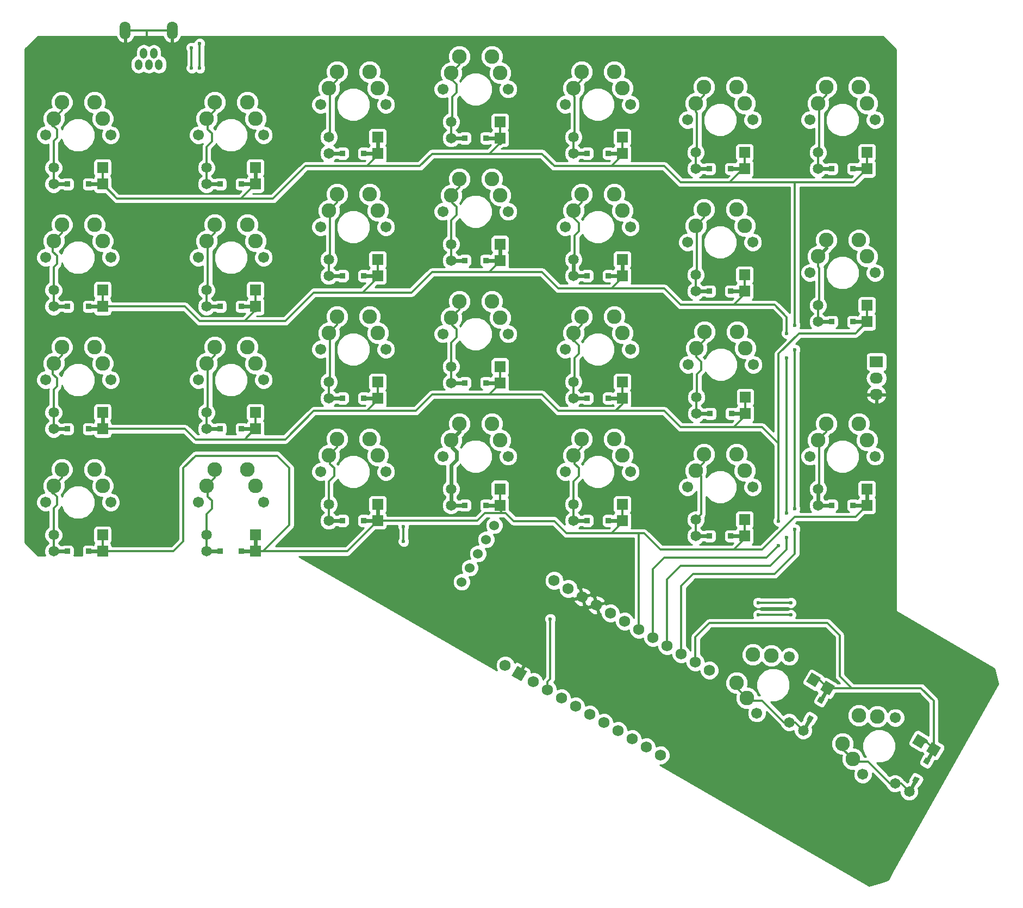
<source format=gbr>
G04 #@! TF.FileFunction,Copper,L2,Bot,Signal*
%FSLAX46Y46*%
G04 Gerber Fmt 4.6, Leading zero omitted, Abs format (unit mm)*
G04 Created by KiCad (PCBNEW 4.0.2-4+6225~38~ubuntu14.04.1-stable) date wo 11 mei 2016 20:11:20 CEST*
%MOMM*%
G01*
G04 APERTURE LIST*
%ADD10C,0.100000*%
%ADD11C,0.609600*%
%ADD12C,2.286000*%
%ADD13C,1.701800*%
%ADD14C,1.651000*%
%ADD15R,2.032000X1.727200*%
%ADD16O,2.032000X1.727200*%
%ADD17C,1.752600*%
%ADD18R,1.651000X1.651000*%
%ADD19R,0.838200X0.838200*%
%ADD20O,1.143000X1.651000*%
%ADD21O,1.701800X2.794000*%
%ADD22C,1.524000*%
%ADD23C,0.600000*%
%ADD24C,0.300000*%
%ADD25C,0.600000*%
%ADD26C,0.254000*%
G04 APERTURE END LIST*
D10*
D11*
X121953114Y-108804557D02*
X123026264Y-106945806D01*
X124689964Y-104064194D02*
X125763114Y-102205443D01*
X5188000Y-23761000D02*
X7334300Y-23761000D01*
X10661700Y-23761000D02*
X12808000Y-23761000D01*
X29000000Y-23760000D02*
X31146300Y-23760000D01*
X34473700Y-23760000D02*
X36620000Y-23760000D01*
X48050000Y-18999000D02*
X50196300Y-18999000D01*
X53523700Y-18999000D02*
X55670000Y-18999000D01*
X67100000Y-16618000D02*
X69246300Y-16618000D01*
X72573700Y-16618000D02*
X74720000Y-16618000D01*
X86150000Y-18999000D02*
X88296300Y-18999000D01*
X91623700Y-18999000D02*
X93770000Y-18999000D01*
X105200000Y-21380000D02*
X107346300Y-21380000D01*
X110673700Y-21380000D02*
X112820000Y-21380000D01*
X124250000Y-21380000D02*
X126396300Y-21380000D01*
X129723700Y-21380000D02*
X131870000Y-21380000D01*
X5188000Y-42811000D02*
X7334300Y-42811000D01*
X10661700Y-42811000D02*
X12808000Y-42811000D01*
X29000000Y-42811000D02*
X31146300Y-42811000D01*
X34473700Y-42811000D02*
X36620000Y-42811000D01*
X48050000Y-38049000D02*
X50196300Y-38049000D01*
X53523700Y-38049000D02*
X55670000Y-38049000D01*
X67100000Y-35658000D02*
X69246300Y-35658000D01*
X72573700Y-35658000D02*
X74720000Y-35658000D01*
X86150000Y-38049000D02*
X88296300Y-38049000D01*
X91623700Y-38049000D02*
X93770000Y-38049000D01*
X105200000Y-40430000D02*
X107346300Y-40430000D01*
X110673700Y-40430000D02*
X112820000Y-40430000D01*
X5188000Y-61861000D02*
X7334300Y-61861000D01*
X10661700Y-61861000D02*
X12808000Y-61861000D01*
X29000000Y-61861000D02*
X31146300Y-61861000D01*
X34473700Y-61861000D02*
X36620000Y-61861000D01*
X48050000Y-57099000D02*
X50196300Y-57099000D01*
X53523700Y-57099000D02*
X55670000Y-57099000D01*
X67100000Y-54708000D02*
X69246300Y-54708000D01*
X72573700Y-54708000D02*
X74720000Y-54708000D01*
X86150000Y-57099000D02*
X88296300Y-57099000D01*
X91623700Y-57099000D02*
X93770000Y-57099000D01*
X105291000Y-59480000D02*
X107437300Y-59480000D01*
X110764700Y-59480000D02*
X112911000Y-59480000D01*
X124250000Y-45193000D02*
X126396300Y-45193000D01*
X129723700Y-45193000D02*
X131870000Y-45193000D01*
X5188000Y-80911000D02*
X7334300Y-80911000D01*
X10661700Y-80911000D02*
X12808000Y-80911000D01*
X29000000Y-80911000D02*
X31146300Y-80911000D01*
X34473700Y-80911000D02*
X36620000Y-80911000D01*
X48050000Y-76149000D02*
X50196300Y-76149000D01*
X53523700Y-76149000D02*
X55670000Y-76149000D01*
X67100000Y-73758000D02*
X69246300Y-73758000D01*
X72573700Y-73758000D02*
X74720000Y-73758000D01*
X86150000Y-76149000D02*
X88296300Y-76149000D01*
X91623700Y-76149000D02*
X93770000Y-76149000D01*
X105200000Y-78530000D02*
X107346300Y-78530000D01*
X110673700Y-78530000D02*
X112820000Y-78530000D01*
X124250000Y-73768000D02*
X126396300Y-73768000D01*
X129723700Y-73768000D02*
X131870000Y-73768000D01*
X138451114Y-118329557D02*
X139524264Y-116470806D01*
X141187964Y-113589194D02*
X142261114Y-111730443D01*
D12*
X114129591Y-96955295D03*
X113154295Y-103724557D03*
D13*
X114719000Y-106094409D03*
X119799000Y-97295591D03*
D12*
X116964295Y-97125443D03*
X111589591Y-101354705D03*
D14*
X119753409Y-107534557D03*
D10*
G36*
X123865563Y-102063097D02*
X122435755Y-101237597D01*
X123261255Y-99807789D01*
X124691063Y-100633289D01*
X123865563Y-102063097D01*
X123865563Y-102063097D01*
G37*
D14*
X121953114Y-108804557D03*
D10*
G36*
X126065268Y-103333097D02*
X124635460Y-102507597D01*
X125460960Y-101077789D01*
X126890768Y-101903289D01*
X126065268Y-103333097D01*
X126065268Y-103333097D01*
G37*
G36*
X123179665Y-107518307D02*
X122453763Y-107099207D01*
X122872863Y-106373305D01*
X123598765Y-106792405D01*
X123179665Y-107518307D01*
X123179665Y-107518307D01*
G37*
G36*
X124843365Y-104636695D02*
X124117463Y-104217595D01*
X124536563Y-103491693D01*
X125262465Y-103910793D01*
X124843365Y-104636695D01*
X124843365Y-104636695D01*
G37*
D15*
X133350000Y-51435000D03*
D16*
X133350000Y-53975000D03*
X133350000Y-56515000D03*
D17*
X85351330Y-86745886D03*
X87551034Y-88015886D03*
X89750739Y-89285886D03*
X91950443Y-90555886D03*
X94150148Y-91825886D03*
X96349852Y-93095886D03*
X98549557Y-94365886D03*
X100749261Y-95635886D03*
X102948966Y-96905886D03*
X105148670Y-98175886D03*
X107348375Y-99445886D03*
X99728375Y-112644114D03*
X97528670Y-111374114D03*
X95328966Y-110104114D03*
X93129261Y-108834114D03*
X90929557Y-107564114D03*
X88729852Y-106294114D03*
X86530148Y-105024114D03*
X84330443Y-103754114D03*
X82130739Y-102484114D03*
X79931034Y-101214114D03*
D10*
G36*
X76534282Y-100264862D02*
X77410582Y-98747066D01*
X78928378Y-99623366D01*
X78052078Y-101141162D01*
X76534282Y-100264862D01*
X76534282Y-100264862D01*
G37*
D17*
X75531625Y-98674114D03*
X83151625Y-85475886D03*
D12*
X11538000Y-11061000D03*
X5188000Y-13601000D03*
D13*
X3918000Y-16141000D03*
X14078000Y-16141000D03*
D12*
X12808000Y-13601000D03*
X6458000Y-11061000D03*
D14*
X5188000Y-21221000D03*
D18*
X12808000Y-21221000D03*
D14*
X5188000Y-23761000D03*
D18*
X12808000Y-23761000D03*
D19*
X7334300Y-23761000D03*
X10661700Y-23761000D03*
D12*
X35350000Y-11060000D03*
X29000000Y-13600000D03*
D13*
X27730000Y-16140000D03*
X37890000Y-16140000D03*
D12*
X36620000Y-13600000D03*
X30270000Y-11060000D03*
D14*
X29000000Y-21220000D03*
D18*
X36620000Y-21220000D03*
D14*
X29000000Y-23760000D03*
D18*
X36620000Y-23760000D03*
D19*
X31146300Y-23760000D03*
X34473700Y-23760000D03*
D12*
X54400000Y-6299000D03*
X48050000Y-8839000D03*
D13*
X46780000Y-11379000D03*
X56940000Y-11379000D03*
D12*
X55670000Y-8839000D03*
X49320000Y-6299000D03*
D14*
X48050000Y-16459000D03*
D18*
X55670000Y-16459000D03*
D14*
X48050000Y-18999000D03*
D18*
X55670000Y-18999000D03*
D19*
X50196300Y-18999000D03*
X53523700Y-18999000D03*
D12*
X73450000Y-3918000D03*
X67100000Y-6458000D03*
D13*
X65830000Y-8998000D03*
X75990000Y-8998000D03*
D12*
X74720000Y-6458000D03*
X68370000Y-3918000D03*
D14*
X67100000Y-14078000D03*
D18*
X74720000Y-14078000D03*
D14*
X67100000Y-16618000D03*
D18*
X74720000Y-16618000D03*
D19*
X69246300Y-16618000D03*
X72573700Y-16618000D03*
D12*
X92500000Y-6299000D03*
X86150000Y-8839000D03*
D13*
X84880000Y-11379000D03*
X95040000Y-11379000D03*
D12*
X93770000Y-8839000D03*
X87420000Y-6299000D03*
D14*
X86150000Y-16459000D03*
D18*
X93770000Y-16459000D03*
D14*
X86150000Y-18999000D03*
D18*
X93770000Y-18999000D03*
D19*
X88296300Y-18999000D03*
X91623700Y-18999000D03*
D12*
X111550000Y-8680000D03*
X105200000Y-11220000D03*
D13*
X103930000Y-13760000D03*
X114090000Y-13760000D03*
D12*
X112820000Y-11220000D03*
X106470000Y-8680000D03*
D14*
X105200000Y-18840000D03*
D18*
X112820000Y-18840000D03*
D14*
X105200000Y-21380000D03*
D18*
X112820000Y-21380000D03*
D19*
X107346300Y-21380000D03*
X110673700Y-21380000D03*
D12*
X130600000Y-8680000D03*
X124250000Y-11220000D03*
D13*
X122980000Y-13760000D03*
X133140000Y-13760000D03*
D12*
X131870000Y-11220000D03*
X125520000Y-8680000D03*
D14*
X124250000Y-18840000D03*
D18*
X131870000Y-18840000D03*
D14*
X124250000Y-21380000D03*
D18*
X131870000Y-21380000D03*
D19*
X126396300Y-21380000D03*
X129723700Y-21380000D03*
D12*
X11538000Y-30111000D03*
X5188000Y-32651000D03*
D13*
X3918000Y-35191000D03*
X14078000Y-35191000D03*
D12*
X12808000Y-32651000D03*
X6458000Y-30111000D03*
D14*
X5188000Y-40271000D03*
D18*
X12808000Y-40271000D03*
D14*
X5188000Y-42811000D03*
D18*
X12808000Y-42811000D03*
D19*
X7334300Y-42811000D03*
X10661700Y-42811000D03*
D12*
X35350000Y-30111000D03*
X29000000Y-32651000D03*
D13*
X27730000Y-35191000D03*
X37890000Y-35191000D03*
D12*
X36620000Y-32651000D03*
X30270000Y-30111000D03*
D14*
X29000000Y-40271000D03*
D18*
X36620000Y-40271000D03*
D14*
X29000000Y-42811000D03*
D18*
X36620000Y-42811000D03*
D19*
X31146300Y-42811000D03*
X34473700Y-42811000D03*
D12*
X54400000Y-25349000D03*
X48050000Y-27889000D03*
D13*
X46780000Y-30429000D03*
X56940000Y-30429000D03*
D12*
X55670000Y-27889000D03*
X49320000Y-25349000D03*
D14*
X48050000Y-35509000D03*
D18*
X55670000Y-35509000D03*
D14*
X48050000Y-38049000D03*
D18*
X55670000Y-38049000D03*
D19*
X50196300Y-38049000D03*
X53523700Y-38049000D03*
D12*
X73450000Y-22958000D03*
X67100000Y-25498000D03*
D13*
X65830000Y-28038000D03*
X75990000Y-28038000D03*
D12*
X74720000Y-25498000D03*
X68370000Y-22958000D03*
D14*
X67100000Y-33118000D03*
D18*
X74720000Y-33118000D03*
D14*
X67100000Y-35658000D03*
D18*
X74720000Y-35658000D03*
D19*
X69246300Y-35658000D03*
X72573700Y-35658000D03*
D12*
X92500000Y-25349000D03*
X86150000Y-27889000D03*
D13*
X84880000Y-30429000D03*
X95040000Y-30429000D03*
D12*
X93770000Y-27889000D03*
X87420000Y-25349000D03*
D14*
X86150000Y-35509000D03*
D18*
X93770000Y-35509000D03*
D14*
X86150000Y-38049000D03*
D18*
X93770000Y-38049000D03*
D19*
X88296300Y-38049000D03*
X91623700Y-38049000D03*
D12*
X111550000Y-27730000D03*
X105200000Y-30270000D03*
D13*
X103930000Y-32810000D03*
X114090000Y-32810000D03*
D12*
X112820000Y-30270000D03*
X106470000Y-27730000D03*
D14*
X105200000Y-37890000D03*
D18*
X112820000Y-37890000D03*
D14*
X105200000Y-40430000D03*
D18*
X112820000Y-40430000D03*
D19*
X107346300Y-40430000D03*
X110673700Y-40430000D03*
D12*
X11538000Y-49161000D03*
X5188000Y-51701000D03*
D13*
X3918000Y-54241000D03*
X14078000Y-54241000D03*
D12*
X12808000Y-51701000D03*
X6458000Y-49161000D03*
D14*
X5188000Y-59321000D03*
D18*
X12808000Y-59321000D03*
D14*
X5188000Y-61861000D03*
D18*
X12808000Y-61861000D03*
D19*
X7334300Y-61861000D03*
X10661700Y-61861000D03*
D12*
X35350000Y-49161000D03*
X29000000Y-51701000D03*
D13*
X27730000Y-54241000D03*
X37890000Y-54241000D03*
D12*
X36620000Y-51701000D03*
X30270000Y-49161000D03*
D14*
X29000000Y-59321000D03*
D18*
X36620000Y-59321000D03*
D14*
X29000000Y-61861000D03*
D18*
X36620000Y-61861000D03*
D19*
X31146300Y-61861000D03*
X34473700Y-61861000D03*
D12*
X54400000Y-44399000D03*
X48050000Y-46939000D03*
D13*
X46780000Y-49479000D03*
X56940000Y-49479000D03*
D12*
X55670000Y-46939000D03*
X49320000Y-44399000D03*
D14*
X48050000Y-54559000D03*
D18*
X55670000Y-54559000D03*
D14*
X48050000Y-57099000D03*
D18*
X55670000Y-57099000D03*
D19*
X50196300Y-57099000D03*
X53523700Y-57099000D03*
D12*
X73450000Y-42008000D03*
X67100000Y-44548000D03*
D13*
X65830000Y-47088000D03*
X75990000Y-47088000D03*
D12*
X74720000Y-44548000D03*
X68370000Y-42008000D03*
D14*
X67100000Y-52168000D03*
D18*
X74720000Y-52168000D03*
D14*
X67100000Y-54708000D03*
D18*
X74720000Y-54708000D03*
D19*
X69246300Y-54708000D03*
X72573700Y-54708000D03*
D12*
X92500000Y-44399000D03*
X86150000Y-46939000D03*
D13*
X84880000Y-49479000D03*
X95040000Y-49479000D03*
D12*
X93770000Y-46939000D03*
X87420000Y-44399000D03*
D14*
X86150000Y-54559000D03*
D18*
X93770000Y-54559000D03*
D14*
X86150000Y-57099000D03*
D18*
X93770000Y-57099000D03*
D19*
X88296300Y-57099000D03*
X91623700Y-57099000D03*
D12*
X111641000Y-46780000D03*
X105291000Y-49320000D03*
D13*
X104021000Y-51860000D03*
X114181000Y-51860000D03*
D12*
X112911000Y-49320000D03*
X106561000Y-46780000D03*
D14*
X105291000Y-56940000D03*
D18*
X112911000Y-56940000D03*
D14*
X105291000Y-59480000D03*
D18*
X112911000Y-59480000D03*
D19*
X107437300Y-59480000D03*
X110764700Y-59480000D03*
D12*
X130600000Y-32493000D03*
X124250000Y-35033000D03*
D13*
X122980000Y-37573000D03*
X133140000Y-37573000D03*
D12*
X131870000Y-35033000D03*
X125520000Y-32493000D03*
D14*
X124250000Y-42653000D03*
D18*
X131870000Y-42653000D03*
D14*
X124250000Y-45193000D03*
D18*
X131870000Y-45193000D03*
D19*
X126396300Y-45193000D03*
X129723700Y-45193000D03*
D12*
X11538000Y-68211000D03*
X5188000Y-70751000D03*
D13*
X3918000Y-73291000D03*
X14078000Y-73291000D03*
D12*
X12808000Y-70751000D03*
X6458000Y-68211000D03*
D14*
X5188000Y-78371000D03*
D18*
X12808000Y-78371000D03*
D14*
X5188000Y-80911000D03*
D18*
X12808000Y-80911000D03*
D19*
X7334300Y-80911000D03*
X10661700Y-80911000D03*
D12*
X35350000Y-68211000D03*
X29000000Y-70751000D03*
D13*
X27730000Y-73291000D03*
X37890000Y-73291000D03*
D12*
X36620000Y-70751000D03*
X30270000Y-68211000D03*
D14*
X29000000Y-78371000D03*
D18*
X36620000Y-78371000D03*
D14*
X29000000Y-80911000D03*
D18*
X36620000Y-80911000D03*
D19*
X31146300Y-80911000D03*
X34473700Y-80911000D03*
D12*
X54400000Y-63449000D03*
X48050000Y-65989000D03*
D13*
X46780000Y-68529000D03*
X56940000Y-68529000D03*
D12*
X55670000Y-65989000D03*
X49320000Y-63449000D03*
D14*
X48050000Y-73609000D03*
D18*
X55670000Y-73609000D03*
D14*
X48050000Y-76149000D03*
D18*
X55670000Y-76149000D03*
D19*
X50196300Y-76149000D03*
X53523700Y-76149000D03*
D12*
X73450000Y-61058000D03*
X67100000Y-63598000D03*
D13*
X65830000Y-66138000D03*
X75990000Y-66138000D03*
D12*
X74720000Y-63598000D03*
X68370000Y-61058000D03*
D14*
X67100000Y-71218000D03*
D18*
X74720000Y-71218000D03*
D14*
X67100000Y-73758000D03*
D18*
X74720000Y-73758000D03*
D19*
X69246300Y-73758000D03*
X72573700Y-73758000D03*
D12*
X92500000Y-63449000D03*
X86150000Y-65989000D03*
D13*
X84880000Y-68529000D03*
X95040000Y-68529000D03*
D12*
X93770000Y-65989000D03*
X87420000Y-63449000D03*
D14*
X86150000Y-73609000D03*
D18*
X93770000Y-73609000D03*
D14*
X86150000Y-76149000D03*
D18*
X93770000Y-76149000D03*
D19*
X88296300Y-76149000D03*
X91623700Y-76149000D03*
D12*
X111550000Y-65830000D03*
X105200000Y-68370000D03*
D13*
X103930000Y-70910000D03*
X114090000Y-70910000D03*
D12*
X112820000Y-68370000D03*
X106470000Y-65830000D03*
D14*
X105200000Y-75990000D03*
D18*
X112820000Y-75990000D03*
D14*
X105200000Y-78530000D03*
D18*
X112820000Y-78530000D03*
D19*
X107346300Y-78530000D03*
X110673700Y-78530000D03*
D12*
X130600000Y-61068000D03*
X124250000Y-63608000D03*
D13*
X122980000Y-66148000D03*
X133140000Y-66148000D03*
D12*
X131870000Y-63608000D03*
X125520000Y-61068000D03*
D14*
X124250000Y-71228000D03*
D18*
X131870000Y-71228000D03*
D14*
X124250000Y-73768000D03*
D18*
X131870000Y-73768000D03*
D19*
X126396300Y-73768000D03*
X129723700Y-73768000D03*
D12*
X130627591Y-106480295D03*
X129652295Y-113249557D03*
D13*
X131217000Y-115619409D03*
X136297000Y-106820591D03*
D12*
X133462295Y-106650443D03*
X128087591Y-110879705D03*
D14*
X136251409Y-117059557D03*
D10*
G36*
X140363563Y-111588097D02*
X138933755Y-110762597D01*
X139759255Y-109332789D01*
X141189063Y-110158289D01*
X140363563Y-111588097D01*
X140363563Y-111588097D01*
G37*
D14*
X138451114Y-118329557D03*
D10*
G36*
X142563268Y-112858097D02*
X141133460Y-112032597D01*
X141958960Y-110602789D01*
X143388768Y-111428289D01*
X142563268Y-112858097D01*
X142563268Y-112858097D01*
G37*
G36*
X139677665Y-117043307D02*
X138951763Y-116624207D01*
X139370863Y-115898305D01*
X140096765Y-116317405D01*
X139677665Y-117043307D01*
X139677665Y-117043307D01*
G37*
G36*
X141341365Y-114161695D02*
X140615463Y-113742595D01*
X141034563Y-113016693D01*
X141760465Y-113435793D01*
X141341365Y-114161695D01*
X141341365Y-114161695D01*
G37*
D20*
X21600200Y-5168900D03*
X20800100Y-3421380D03*
X20000000Y-5168900D03*
X19199900Y-3421380D03*
X18399800Y-5168900D03*
D21*
X16352560Y154940D03*
X23647440Y154940D03*
D22*
X73830148Y-76880591D03*
X72560148Y-79080295D03*
X71290148Y-81280000D03*
X70020148Y-83479705D03*
X68750148Y-85679409D03*
D23*
X114935000Y-88900000D03*
X82550000Y-91440000D03*
X120015000Y-88900000D03*
X120015000Y-90805000D03*
X114935000Y-90805000D03*
X118110000Y-80010000D03*
X118110000Y-76200000D03*
X119380000Y-74930000D03*
X119380000Y-78740000D03*
X119380000Y-46990000D03*
X119380000Y-50800000D03*
X120650000Y-45720000D03*
X120650000Y-49530000D03*
X120650000Y-74295000D03*
X120650000Y-77470000D03*
X59690000Y-77049002D03*
X59690000Y-79375000D03*
X26670000Y-5715000D03*
X26670000Y-2540000D03*
X27940000Y-1905000D03*
X27940000Y-5715000D03*
D24*
X16352560Y154940D02*
X19685000Y154940D01*
X19685000Y154940D02*
X19685000Y-1270000D01*
X19685000Y154940D02*
X23647440Y154940D01*
X114935000Y-88900000D02*
X120015000Y-88900000D01*
X82130739Y-101180739D02*
X82550000Y-100761478D01*
X82550000Y-100761478D02*
X82550000Y-91440000D01*
X82130739Y-102484114D02*
X82130739Y-101180739D01*
X114935000Y-90805000D02*
X120015000Y-90805000D01*
X127635000Y-100330000D02*
X129510443Y-102205443D01*
X129540000Y-102235000D02*
X129540000Y-102205443D01*
X129510443Y-102205443D02*
X129540000Y-102235000D01*
X127635000Y-100330000D02*
X127635000Y-93980000D01*
X127635000Y-93980000D02*
X125730000Y-92075000D01*
X127635000Y-102205443D02*
X129540000Y-102205443D01*
X129540000Y-102205443D02*
X140305443Y-102205443D01*
X140305443Y-102205443D02*
X142261114Y-104161114D01*
X105148670Y-94241330D02*
X105148670Y-98175886D01*
X107315000Y-92075000D02*
X105148670Y-94241330D01*
X125730000Y-92075000D02*
X107315000Y-92075000D01*
X125763114Y-102205443D02*
X127635000Y-102205443D01*
X142261114Y-104161114D02*
X142261114Y-111730443D01*
D25*
X140061409Y-110460443D02*
X140991114Y-110460443D01*
D24*
X140991114Y-110460443D02*
X142261114Y-111730443D01*
X123563409Y-100935443D02*
X124493114Y-100935443D01*
X124493114Y-100935443D02*
X125763114Y-102205443D01*
X18784000Y-80911000D02*
X23864000Y-80911000D01*
X25400000Y-67945000D02*
X27305000Y-66040000D01*
X25400000Y-79375000D02*
X25400000Y-67945000D01*
X23864000Y-80911000D02*
X25400000Y-79375000D01*
X37834000Y-80911000D02*
X50908000Y-80911000D01*
X36620000Y-80911000D02*
X37834000Y-80911000D01*
X27305000Y-66040000D02*
X40005000Y-66040000D01*
X37834000Y-80911000D02*
X41910000Y-76835000D01*
X41910000Y-67945000D02*
X41910000Y-76835000D01*
X40005000Y-66040000D02*
X41910000Y-67945000D01*
X18784000Y-80911000D02*
X12808000Y-80911000D01*
X12808000Y-78371000D02*
X12808000Y-80911000D01*
D25*
X36620000Y-80911000D02*
X36620000Y-78371000D01*
D24*
X55670000Y-76149000D02*
X71120000Y-76149000D01*
X50908000Y-80911000D02*
X55670000Y-76149000D01*
D25*
X55670000Y-73609000D02*
X55670000Y-76149000D01*
D24*
X74930000Y-74930000D02*
X74930000Y-73968000D01*
D25*
X74930000Y-73968000D02*
X74720000Y-73758000D01*
D24*
X71120000Y-76149000D02*
X71171000Y-76149000D01*
X75565000Y-74930000D02*
X76835000Y-76200000D01*
X72390000Y-74930000D02*
X74930000Y-74930000D01*
X74930000Y-74930000D02*
X75565000Y-74930000D01*
X71171000Y-76149000D02*
X72390000Y-74930000D01*
X96520000Y-78105000D02*
X97155000Y-78105000D01*
X97155000Y-78105000D02*
X99695000Y-80645000D01*
X103505000Y-80645000D02*
X99695000Y-80645000D01*
X103505000Y-80645000D02*
X111125000Y-80645000D01*
X96349852Y-78105000D02*
X96520000Y-78105000D01*
X96349852Y-80645000D02*
X96349852Y-78105000D01*
X92075000Y-78105000D02*
X93980000Y-78105000D01*
X93980000Y-78105000D02*
X96520000Y-78105000D01*
X96349852Y-93095886D02*
X96349852Y-80645000D01*
X113030000Y-80645000D02*
X115570000Y-80645000D01*
X111125000Y-80645000D02*
X113030000Y-80645000D01*
X130073000Y-75565000D02*
X131870000Y-73768000D01*
X120650000Y-75565000D02*
X130073000Y-75565000D01*
X115570000Y-80645000D02*
X120650000Y-75565000D01*
D25*
X112820000Y-78530000D02*
X112820000Y-78950000D01*
D24*
X112820000Y-78950000D02*
X111125000Y-80645000D01*
D25*
X93770000Y-76149000D02*
X93770000Y-76410000D01*
D24*
X93770000Y-76410000D02*
X92075000Y-78105000D01*
X85090000Y-78105000D02*
X92075000Y-78105000D01*
X74720000Y-73758000D02*
X74720000Y-74505000D01*
X74720000Y-71218000D02*
X74720000Y-73758000D01*
X93770000Y-73609000D02*
X93770000Y-76149000D01*
X112820000Y-75990000D02*
X112820000Y-78530000D01*
D25*
X131870000Y-71228000D02*
X131870000Y-73768000D01*
D24*
X83185000Y-76200000D02*
X85090000Y-78105000D01*
X76835000Y-76200000D02*
X83185000Y-76200000D01*
X39370000Y-63500000D02*
X41275000Y-63500000D01*
X34925000Y-63500000D02*
X39370000Y-63500000D01*
X45720000Y-59055000D02*
X53975000Y-59055000D01*
X41275000Y-63500000D02*
X45720000Y-59055000D01*
D25*
X36620000Y-61861000D02*
X36564000Y-61861000D01*
D24*
X36564000Y-61861000D02*
X34925000Y-63500000D01*
X12808000Y-61861000D02*
X25666000Y-61861000D01*
X27305000Y-63500000D02*
X34925000Y-63500000D01*
X25666000Y-61861000D02*
X27305000Y-63500000D01*
D25*
X12808000Y-59321000D02*
X12808000Y-61861000D01*
D24*
X36620000Y-59321000D02*
X36620000Y-61861000D01*
X59055000Y-59055000D02*
X61595000Y-59055000D01*
X53975000Y-59055000D02*
X59055000Y-59055000D01*
X61595000Y-59055000D02*
X64135000Y-56515000D01*
D25*
X55670000Y-57099000D02*
X55670000Y-57360000D01*
D24*
X55670000Y-57360000D02*
X53975000Y-59055000D01*
X55670000Y-54559000D02*
X55670000Y-57099000D01*
X118110000Y-80010000D02*
X116205000Y-81915000D01*
X118110000Y-64135000D02*
X118110000Y-76200000D01*
X98549557Y-83695443D02*
X98549557Y-94365886D01*
X100330000Y-81915000D02*
X98549557Y-83695443D01*
X116205000Y-81915000D02*
X100330000Y-81915000D01*
X118110000Y-59055000D02*
X118110000Y-64135000D01*
X130073000Y-46990000D02*
X131870000Y-45193000D01*
X121285000Y-46990000D02*
X130073000Y-46990000D01*
X118110000Y-50165000D02*
X121285000Y-46990000D01*
X118110000Y-59055000D02*
X118110000Y-50165000D01*
X93770000Y-57099000D02*
X93770000Y-57995000D01*
X73025000Y-56515000D02*
X78105000Y-56515000D01*
D25*
X74720000Y-54708000D02*
X74720000Y-54820000D01*
D24*
X74720000Y-54820000D02*
X73025000Y-56515000D01*
X64135000Y-56515000D02*
X73025000Y-56515000D01*
X74720000Y-52168000D02*
X74720000Y-54708000D01*
X93770000Y-54559000D02*
X93770000Y-57099000D01*
X112911000Y-59480000D02*
X112911000Y-56940000D01*
X131870000Y-42653000D02*
X131870000Y-45193000D01*
X115570000Y-61595000D02*
X118110000Y-64135000D01*
X111125000Y-61595000D02*
X115570000Y-61595000D01*
D25*
X112911000Y-59480000D02*
X112911000Y-59809000D01*
D24*
X112911000Y-59809000D02*
X111125000Y-61595000D01*
X102870000Y-61595000D02*
X111125000Y-61595000D01*
X100330000Y-59055000D02*
X102870000Y-61595000D01*
X95250000Y-59055000D02*
X100330000Y-59055000D01*
X92710000Y-59055000D02*
X95250000Y-59055000D01*
X93770000Y-57995000D02*
X92710000Y-59055000D01*
X78105000Y-56515000D02*
X81280000Y-56515000D01*
X81280000Y-56515000D02*
X83820000Y-59055000D01*
X83820000Y-59055000D02*
X92710000Y-59055000D01*
X38100000Y-45085000D02*
X41275000Y-45085000D01*
X34925000Y-45085000D02*
X38100000Y-45085000D01*
X45720000Y-40640000D02*
X53340000Y-40640000D01*
X41275000Y-45085000D02*
X45720000Y-40640000D01*
D25*
X36620000Y-42811000D02*
X36620000Y-43390000D01*
D24*
X36620000Y-43390000D02*
X34925000Y-45085000D01*
X12808000Y-42811000D02*
X25666000Y-42811000D01*
X25666000Y-42811000D02*
X27940000Y-45085000D01*
X27940000Y-45085000D02*
X34925000Y-45085000D01*
X12808000Y-40271000D02*
X12808000Y-42811000D01*
X36620000Y-40271000D02*
X36620000Y-42811000D01*
X58420000Y-40640000D02*
X60960000Y-40640000D01*
X53340000Y-40640000D02*
X58420000Y-40640000D01*
X60960000Y-40640000D02*
X64135000Y-37465000D01*
D25*
X55670000Y-38049000D02*
X55670000Y-38310000D01*
D24*
X55670000Y-38310000D02*
X53340000Y-40640000D01*
X55670000Y-35509000D02*
X55670000Y-38049000D01*
X119380000Y-78740000D02*
X119380000Y-80645000D01*
X119380000Y-50800000D02*
X119380000Y-74930000D01*
X117475000Y-42545000D02*
X119380000Y-44450000D01*
X119380000Y-44450000D02*
X119380000Y-46990000D01*
X111125000Y-42545000D02*
X113665000Y-42545000D01*
X113665000Y-42545000D02*
X117475000Y-42545000D01*
X102870000Y-42545000D02*
X111125000Y-42545000D01*
X100749261Y-85305739D02*
X100749261Y-95635886D01*
X102870000Y-83185000D02*
X100749261Y-85305739D01*
X116840000Y-83185000D02*
X102870000Y-83185000D01*
X119380000Y-80645000D02*
X116840000Y-83185000D01*
D25*
X112820000Y-40430000D02*
X112820000Y-40850000D01*
D24*
X112820000Y-40850000D02*
X111125000Y-42545000D01*
D25*
X93770000Y-38049000D02*
X93770000Y-38310000D01*
D24*
X93770000Y-38310000D02*
X92075000Y-40005000D01*
X76835000Y-37465000D02*
X81280000Y-37465000D01*
X73025000Y-37465000D02*
X76835000Y-37465000D01*
D25*
X74720000Y-35658000D02*
X74720000Y-35770000D01*
D24*
X74720000Y-35770000D02*
X73025000Y-37465000D01*
X64135000Y-37465000D02*
X73025000Y-37465000D01*
D25*
X74720000Y-33118000D02*
X74720000Y-35658000D01*
X93770000Y-35509000D02*
X93770000Y-38049000D01*
D24*
X112820000Y-40430000D02*
X112820000Y-37890000D01*
X93980000Y-40005000D02*
X100330000Y-40005000D01*
X92075000Y-40005000D02*
X93980000Y-40005000D01*
X100330000Y-40005000D02*
X102870000Y-42545000D01*
X83820000Y-40005000D02*
X92075000Y-40005000D01*
X81280000Y-37465000D02*
X83820000Y-40005000D01*
X28575000Y-26035000D02*
X15082000Y-26035000D01*
X15082000Y-26035000D02*
X12808000Y-23761000D01*
X39370000Y-26035000D02*
X44450000Y-20955000D01*
X44450000Y-20955000D02*
X53975000Y-20955000D01*
X34345000Y-26035000D02*
X39370000Y-26035000D01*
X34345000Y-26035000D02*
X36620000Y-23760000D01*
X28575000Y-26035000D02*
X34345000Y-26035000D01*
X12808000Y-21221000D02*
X12808000Y-23761000D01*
D25*
X36620000Y-21220000D02*
X36620000Y-23760000D01*
D24*
X57785000Y-20955000D02*
X62230000Y-20955000D01*
X53975000Y-20955000D02*
X57785000Y-20955000D01*
X62230000Y-20955000D02*
X64135000Y-19050000D01*
D25*
X55670000Y-18999000D02*
X55670000Y-19260000D01*
D24*
X55670000Y-19260000D02*
X53975000Y-20955000D01*
D25*
X55670000Y-16459000D02*
X55670000Y-18999000D01*
D24*
X120650000Y-77470000D02*
X120650000Y-81280000D01*
X120650000Y-23495000D02*
X120650000Y-45720000D01*
X120650000Y-49530000D02*
X120650000Y-55880000D01*
X120650000Y-55880000D02*
X120650000Y-74295000D01*
X116205000Y-23495000D02*
X120650000Y-23495000D01*
X120650000Y-23495000D02*
X129755000Y-23495000D01*
X110490000Y-23495000D02*
X116205000Y-23495000D01*
X102870000Y-23495000D02*
X110490000Y-23495000D01*
X100330000Y-20955000D02*
X102870000Y-23495000D01*
X102948966Y-86281034D02*
X102948966Y-96905886D01*
X104775000Y-84455000D02*
X102948966Y-86281034D01*
X117475000Y-84455000D02*
X104775000Y-84455000D01*
X120650000Y-81280000D02*
X117475000Y-84455000D01*
X129755000Y-23495000D02*
X131870000Y-21380000D01*
D25*
X112820000Y-21380000D02*
X112605000Y-21380000D01*
D24*
X112605000Y-21380000D02*
X110490000Y-23495000D01*
D25*
X93770000Y-18999000D02*
X93770000Y-19260000D01*
D24*
X93770000Y-19260000D02*
X92075000Y-20955000D01*
X74930000Y-19050000D02*
X81280000Y-19050000D01*
X73025000Y-19050000D02*
X74930000Y-19050000D01*
D25*
X74720000Y-16618000D02*
X74720000Y-17355000D01*
D24*
X74720000Y-17355000D02*
X73025000Y-19050000D01*
X64135000Y-19050000D02*
X73025000Y-19050000D01*
X74720000Y-14078000D02*
X74720000Y-16618000D01*
X93770000Y-16459000D02*
X93770000Y-18999000D01*
X112820000Y-21380000D02*
X112820000Y-18840000D01*
X131870000Y-18840000D02*
X131870000Y-21380000D01*
X94615000Y-20955000D02*
X100330000Y-20955000D01*
X92075000Y-20955000D02*
X94615000Y-20955000D01*
X83185000Y-20955000D02*
X92075000Y-20955000D01*
X81280000Y-19050000D02*
X83185000Y-20955000D01*
X59690000Y-79375000D02*
X59690000Y-77049002D01*
X6458000Y-11061000D02*
X6458000Y-12331000D01*
X6458000Y-12331000D02*
X5080000Y-13709000D01*
D25*
X5080000Y-13709000D02*
X5080000Y-14605000D01*
D24*
X5080000Y-14605000D02*
X5715000Y-15240000D01*
X5715000Y-15240000D02*
X5715000Y-16510000D01*
X5715000Y-16510000D02*
X5188000Y-17037000D01*
X5188000Y-17037000D02*
X5188000Y-23761000D01*
X30270000Y-11060000D02*
X30270000Y-12330000D01*
X30270000Y-12330000D02*
X29210000Y-13390000D01*
X29210000Y-13390000D02*
X29210000Y-15240000D01*
X29210000Y-15240000D02*
X29845000Y-15875000D01*
X29845000Y-15875000D02*
X29845000Y-17145000D01*
X29845000Y-17145000D02*
X29000000Y-17990000D01*
X29000000Y-17990000D02*
X29000000Y-23760000D01*
X49320000Y-7569000D02*
X48260000Y-8629000D01*
X48260000Y-8629000D02*
X48260000Y-16249000D01*
D25*
X48260000Y-16249000D02*
X48050000Y-16459000D01*
D24*
X49320000Y-6299000D02*
X49320000Y-7569000D01*
D25*
X67100000Y-6458000D02*
X67100000Y-7410000D01*
D24*
X67100000Y-7410000D02*
X67945000Y-8255000D01*
X67310000Y-10160000D02*
X67310000Y-13868000D01*
X67945000Y-9525000D02*
X67310000Y-10160000D01*
X67945000Y-8255000D02*
X67945000Y-9525000D01*
D25*
X67310000Y-13868000D02*
X67100000Y-14078000D01*
D24*
X67100000Y-14078000D02*
X67100000Y-16618000D01*
X68370000Y-3918000D02*
X68370000Y-5188000D01*
X68370000Y-5188000D02*
X67100000Y-6458000D01*
X86150000Y-16459000D02*
X86150000Y-18999000D01*
X86150000Y-8839000D02*
X86150000Y-9950000D01*
X86150000Y-9950000D02*
X86360000Y-10160000D01*
X86360000Y-10160000D02*
X86360000Y-16249000D01*
D25*
X86360000Y-16249000D02*
X86150000Y-16459000D01*
D24*
X87420000Y-6299000D02*
X87420000Y-7569000D01*
X87420000Y-7569000D02*
X86150000Y-8839000D01*
X106470000Y-8680000D02*
X106470000Y-9950000D01*
X106470000Y-9950000D02*
X105200000Y-11220000D01*
X105200000Y-11220000D02*
X105200000Y-12490000D01*
X105200000Y-12490000D02*
X105410000Y-12700000D01*
X105410000Y-12700000D02*
X105410000Y-18630000D01*
D25*
X105410000Y-18630000D02*
X105200000Y-18840000D01*
D24*
X105200000Y-18840000D02*
X105200000Y-21380000D01*
X124250000Y-21380000D02*
X124250000Y-18840000D01*
X125520000Y-8680000D02*
X125520000Y-9950000D01*
X125520000Y-9950000D02*
X124460000Y-11010000D01*
X124460000Y-11010000D02*
X124460000Y-18630000D01*
D25*
X124460000Y-18630000D02*
X124250000Y-18840000D01*
D24*
X124460000Y-18630000D02*
X124250000Y-18840000D01*
X6458000Y-30111000D02*
X6458000Y-31381000D01*
X6458000Y-31381000D02*
X5080000Y-32759000D01*
X5080000Y-32759000D02*
X5080000Y-34290000D01*
X5080000Y-34290000D02*
X5715000Y-34925000D01*
X5715000Y-34925000D02*
X5715000Y-36195000D01*
X5715000Y-36195000D02*
X5188000Y-36722000D01*
X5188000Y-36722000D02*
X5188000Y-42811000D01*
X30270000Y-30111000D02*
X30270000Y-31381000D01*
X30270000Y-31381000D02*
X29210000Y-32441000D01*
X29210000Y-32441000D02*
X29210000Y-40061000D01*
D25*
X29210000Y-40061000D02*
X29000000Y-40271000D01*
D24*
X29000000Y-40271000D02*
X29000000Y-42811000D01*
X48050000Y-35509000D02*
X48050000Y-38049000D01*
X49320000Y-26619000D02*
X48260000Y-27679000D01*
X48260000Y-27679000D02*
X48260000Y-35299000D01*
D25*
X48260000Y-35299000D02*
X48050000Y-35509000D01*
D24*
X49320000Y-25349000D02*
X49320000Y-26619000D01*
X68370000Y-22958000D02*
X68370000Y-24228000D01*
X68370000Y-24228000D02*
X67310000Y-25288000D01*
X67310000Y-25288000D02*
X67310000Y-26670000D01*
X67310000Y-26670000D02*
X67945000Y-27305000D01*
X67945000Y-27305000D02*
X67945000Y-28575000D01*
X67945000Y-28575000D02*
X67100000Y-29420000D01*
X67100000Y-29420000D02*
X67100000Y-35658000D01*
D25*
X86150000Y-38049000D02*
X86150000Y-35509000D01*
D24*
X87420000Y-25349000D02*
X87420000Y-26619000D01*
X87420000Y-26619000D02*
X86150000Y-27889000D01*
X86150000Y-27889000D02*
X86150000Y-29000000D01*
X86150000Y-29000000D02*
X86995000Y-29845000D01*
X86995000Y-29845000D02*
X86995000Y-31115000D01*
X86995000Y-31115000D02*
X86360000Y-31750000D01*
X86360000Y-31750000D02*
X86360000Y-35299000D01*
D25*
X86360000Y-35299000D02*
X86150000Y-35509000D01*
D24*
X105200000Y-40430000D02*
X105200000Y-37890000D01*
X106470000Y-27730000D02*
X106470000Y-29000000D01*
X106470000Y-29000000D02*
X105410000Y-30060000D01*
X105410000Y-30060000D02*
X105410000Y-37680000D01*
D25*
X105410000Y-37680000D02*
X105200000Y-37890000D01*
D24*
X6458000Y-49161000D02*
X6458000Y-50431000D01*
X6458000Y-50431000D02*
X5080000Y-51809000D01*
X5080000Y-51809000D02*
X5080000Y-53340000D01*
X5080000Y-53340000D02*
X5715000Y-53975000D01*
X5715000Y-53975000D02*
X5715000Y-55245000D01*
X5715000Y-55245000D02*
X5188000Y-55772000D01*
X5188000Y-55772000D02*
X5188000Y-61861000D01*
X29000000Y-61861000D02*
X29000000Y-59321000D01*
X30270000Y-49161000D02*
X30270000Y-50431000D01*
X30270000Y-50431000D02*
X29210000Y-51491000D01*
X29210000Y-51491000D02*
X29210000Y-59111000D01*
D25*
X29210000Y-59111000D02*
X29000000Y-59321000D01*
D24*
X48050000Y-57099000D02*
X48050000Y-54559000D01*
X49320000Y-45669000D02*
X48260000Y-46729000D01*
X48260000Y-46729000D02*
X48260000Y-54349000D01*
D25*
X48260000Y-54349000D02*
X48050000Y-54559000D01*
D24*
X49320000Y-44399000D02*
X49320000Y-45669000D01*
X68370000Y-42008000D02*
X68370000Y-43278000D01*
X68370000Y-43278000D02*
X67310000Y-44338000D01*
X67310000Y-44338000D02*
X67310000Y-45720000D01*
X67310000Y-45720000D02*
X67945000Y-46355000D01*
X67945000Y-46355000D02*
X67945000Y-47625000D01*
X67945000Y-47625000D02*
X67100000Y-48470000D01*
X67100000Y-48470000D02*
X67100000Y-54708000D01*
X87420000Y-44399000D02*
X87420000Y-45669000D01*
X87420000Y-45669000D02*
X86150000Y-46939000D01*
D25*
X86150000Y-46939000D02*
X86150000Y-48050000D01*
D24*
X86150000Y-48050000D02*
X86995000Y-48895000D01*
X86995000Y-48895000D02*
X86995000Y-50165000D01*
X86995000Y-50165000D02*
X86360000Y-50800000D01*
X86360000Y-50800000D02*
X86360000Y-54349000D01*
D25*
X86360000Y-54349000D02*
X86150000Y-54559000D01*
D24*
X86150000Y-54559000D02*
X86150000Y-57099000D01*
X105291000Y-49320000D02*
X105291000Y-50681000D01*
X105410000Y-53340000D02*
X105410000Y-56821000D01*
X106045000Y-52705000D02*
X105410000Y-53340000D01*
X106045000Y-51435000D02*
X106045000Y-52705000D01*
X105291000Y-50681000D02*
X106045000Y-51435000D01*
D25*
X105410000Y-56821000D02*
X105291000Y-56940000D01*
D24*
X105291000Y-56940000D02*
X105291000Y-59480000D01*
D25*
X105291000Y-49320000D02*
X105291000Y-50046000D01*
D24*
X106561000Y-48050000D02*
X105410000Y-49201000D01*
X106561000Y-46780000D02*
X106561000Y-48050000D01*
X124460000Y-42443000D02*
X124460000Y-36830000D01*
X124250000Y-36620000D02*
X124460000Y-36830000D01*
X124250000Y-36620000D02*
X124250000Y-35033000D01*
X124460000Y-42443000D02*
X124250000Y-42653000D01*
X124250000Y-42653000D02*
X124250000Y-45193000D01*
X125520000Y-32493000D02*
X125520000Y-33763000D01*
D25*
X125520000Y-33763000D02*
X124250000Y-35033000D01*
D24*
X6458000Y-68211000D02*
X6458000Y-69481000D01*
X6458000Y-69481000D02*
X5080000Y-70859000D01*
D25*
X5080000Y-70859000D02*
X5080000Y-71755000D01*
D24*
X5080000Y-71755000D02*
X5715000Y-72390000D01*
X5715000Y-72390000D02*
X5715000Y-73660000D01*
X5715000Y-73660000D02*
X5188000Y-74187000D01*
X5188000Y-74187000D02*
X5188000Y-80911000D01*
X30270000Y-68211000D02*
X30270000Y-69481000D01*
X30270000Y-69481000D02*
X29210000Y-70541000D01*
X29210000Y-70541000D02*
X29210000Y-72390000D01*
X29210000Y-72390000D02*
X29845000Y-73025000D01*
X29845000Y-73025000D02*
X29845000Y-74295000D01*
X29845000Y-74295000D02*
X29000000Y-75140000D01*
X29000000Y-75140000D02*
X29000000Y-80911000D01*
X49320000Y-64719000D02*
X48260000Y-65779000D01*
X48260000Y-65779000D02*
X48260000Y-67310000D01*
X48260000Y-67310000D02*
X48895000Y-67945000D01*
X48895000Y-67945000D02*
X48895000Y-69215000D01*
X48895000Y-69215000D02*
X48050000Y-70060000D01*
X48050000Y-70060000D02*
X48050000Y-76149000D01*
X49320000Y-63449000D02*
X49320000Y-64719000D01*
D25*
X68370000Y-61058000D02*
X68370000Y-62328000D01*
X68370000Y-62328000D02*
X67310000Y-63388000D01*
X67310000Y-63388000D02*
X67310000Y-64770000D01*
X67310000Y-64770000D02*
X67945000Y-65405000D01*
X67945000Y-65405000D02*
X67945000Y-66675000D01*
X67945000Y-66675000D02*
X67100000Y-67520000D01*
X67100000Y-67520000D02*
X67100000Y-73758000D01*
D24*
X87420000Y-63449000D02*
X87420000Y-64719000D01*
X87420000Y-64719000D02*
X86360000Y-65779000D01*
X86360000Y-65779000D02*
X86360000Y-67310000D01*
X86360000Y-67310000D02*
X86995000Y-67945000D01*
X86995000Y-67945000D02*
X86995000Y-69215000D01*
X86995000Y-69215000D02*
X86150000Y-70060000D01*
X86150000Y-70060000D02*
X86150000Y-73609000D01*
X86150000Y-73609000D02*
X86150000Y-76149000D01*
X105200000Y-68370000D02*
X106045000Y-69215000D01*
X106045000Y-75145000D02*
X105200000Y-75990000D01*
X106045000Y-69215000D02*
X106045000Y-75145000D01*
D25*
X105410000Y-75780000D02*
X105200000Y-75990000D01*
D24*
X106470000Y-65830000D02*
X106470000Y-67100000D01*
X106470000Y-67100000D02*
X105410000Y-68160000D01*
X105200000Y-75990000D02*
X105200000Y-78530000D01*
D25*
X124250000Y-71228000D02*
X124250000Y-73768000D01*
D24*
X124460000Y-71018000D02*
X124250000Y-71228000D01*
X124460000Y-63398000D02*
X124460000Y-71018000D01*
X125520000Y-62338000D02*
X124460000Y-63398000D01*
X125520000Y-61068000D02*
X125520000Y-62338000D01*
X119753409Y-107534557D02*
X120683114Y-107534557D01*
X120683114Y-107534557D02*
X121953114Y-108804557D01*
X118964557Y-107534557D02*
X119753409Y-107534557D01*
X115570000Y-104140000D02*
X118964557Y-107534557D01*
X113569738Y-104140000D02*
X115570000Y-104140000D01*
X111589591Y-102159853D02*
X113569738Y-104140000D01*
X111589591Y-101354705D02*
X111589591Y-102159853D01*
D25*
X128087591Y-110879705D02*
X128087591Y-111684853D01*
D24*
X128087591Y-111684853D02*
X130067738Y-113665000D01*
X130067738Y-113665000D02*
X132080000Y-113665000D01*
X132080000Y-113665000D02*
X135474557Y-117059557D01*
X135474557Y-117059557D02*
X137181114Y-117059557D01*
X137181114Y-117059557D02*
X138451114Y-118329557D01*
X26670000Y-2540000D02*
X26670000Y-5715000D01*
X27940000Y-1905000D02*
X27940000Y-5715000D01*
D26*
G36*
X15028368Y-1077122D02*
X15391672Y-1531653D01*
X15901263Y-1812554D01*
X15995528Y-1833529D01*
X16225560Y-1712219D01*
X16225560Y-762000D01*
X16479560Y-762000D01*
X16479560Y-1712219D01*
X16709592Y-1833529D01*
X16803857Y-1812554D01*
X17313448Y-1531653D01*
X17676752Y-1077122D01*
X17767917Y-762000D01*
X22232083Y-762000D01*
X22323248Y-1077122D01*
X22686552Y-1531653D01*
X23196143Y-1812554D01*
X23290408Y-1833529D01*
X23520440Y-1712219D01*
X23520440Y-762000D01*
X23774440Y-762000D01*
X23774440Y-1712219D01*
X24004472Y-1833529D01*
X24098737Y-1812554D01*
X24608328Y-1531653D01*
X24971632Y-1077122D01*
X25062797Y-762000D01*
X134315075Y-762000D01*
X136340000Y-2793425D01*
X136340000Y-89689000D01*
X136358127Y-89780128D01*
X136364213Y-89872837D01*
X136384916Y-89914807D01*
X136394046Y-89960705D01*
X136398000Y-89966623D01*
X136398000Y-90170000D01*
X136408006Y-90219410D01*
X136436447Y-90261035D01*
X136461008Y-90279700D01*
X151654774Y-99142730D01*
X152264536Y-101581779D01*
X135785172Y-130878426D01*
X135144745Y-131987318D01*
X133975540Y-132455000D01*
X132187966Y-132935868D01*
X99661358Y-114155356D01*
X100027672Y-114155676D01*
X100583339Y-113926079D01*
X101008846Y-113501314D01*
X101239412Y-112946049D01*
X101239937Y-112344817D01*
X101010340Y-111789150D01*
X100585575Y-111363643D01*
X100268108Y-111231819D01*
X126309283Y-111231819D01*
X126579397Y-111885545D01*
X127079120Y-112386141D01*
X127732373Y-112657396D01*
X127950166Y-112657586D01*
X127966239Y-112673659D01*
X127874604Y-112894339D01*
X127873987Y-113601671D01*
X128144101Y-114255397D01*
X128643824Y-114755993D01*
X129297077Y-115027248D01*
X129853776Y-115027734D01*
X129731358Y-115322548D01*
X129730842Y-115913676D01*
X129956580Y-116460004D01*
X130374206Y-116878360D01*
X130920139Y-117105051D01*
X131511267Y-117105567D01*
X132057595Y-116879829D01*
X132475951Y-116462203D01*
X132702642Y-115916270D01*
X132703094Y-115398252D01*
X134887136Y-117582294D01*
X135012535Y-117885783D01*
X135423022Y-118296987D01*
X135959623Y-118519803D01*
X136540646Y-118520310D01*
X136990609Y-118334389D01*
X136990361Y-118618794D01*
X137212240Y-119155783D01*
X137622727Y-119566987D01*
X138159328Y-119789803D01*
X138740351Y-119790310D01*
X139277340Y-119568431D01*
X139688544Y-119157944D01*
X139911360Y-118621343D01*
X139911867Y-118040320D01*
X139824863Y-117829754D01*
X139947243Y-117617786D01*
X140068244Y-117559666D01*
X140238364Y-117367027D01*
X140657464Y-116641125D01*
X140736777Y-116415196D01*
X140724399Y-116158491D01*
X140613124Y-115926826D01*
X140420485Y-115756706D01*
X139694583Y-115337606D01*
X139468654Y-115258293D01*
X139211949Y-115270671D01*
X138980284Y-115381946D01*
X138810164Y-115574585D01*
X138391064Y-116300487D01*
X138311751Y-116526416D01*
X138319090Y-116678628D01*
X138209268Y-116868845D01*
X138161877Y-116868804D01*
X138118459Y-116886744D01*
X137736193Y-116504478D01*
X137551262Y-116380911D01*
X137490283Y-116233331D01*
X137079796Y-115822127D01*
X136543195Y-115599311D01*
X135962172Y-115598804D01*
X135425183Y-115820683D01*
X135385477Y-115860319D01*
X133373724Y-113848566D01*
X134277626Y-113849355D01*
X135244207Y-113449972D01*
X135984373Y-112711096D01*
X136385442Y-111745215D01*
X136386355Y-110699374D01*
X135986972Y-109732793D01*
X135248096Y-108992627D01*
X134282215Y-108591558D01*
X133236374Y-108590645D01*
X132269793Y-108990028D01*
X131529627Y-109728904D01*
X131128558Y-110694785D01*
X131127645Y-111740626D01*
X131527028Y-112707207D01*
X131699520Y-112880000D01*
X131423396Y-112880000D01*
X131160489Y-112243717D01*
X130660766Y-111743121D01*
X130007513Y-111471866D01*
X129766982Y-111471656D01*
X129865282Y-111234923D01*
X129865899Y-110527591D01*
X129595785Y-109873865D01*
X129096062Y-109373269D01*
X128442809Y-109102014D01*
X127735477Y-109101397D01*
X127081751Y-109371511D01*
X126581155Y-109871234D01*
X126309900Y-110524487D01*
X126309283Y-111231819D01*
X100268108Y-111231819D01*
X100030310Y-111133077D01*
X99429078Y-111132552D01*
X99040041Y-111293299D01*
X99040232Y-111074817D01*
X98810635Y-110519150D01*
X98385870Y-110093643D01*
X97830605Y-109863077D01*
X97229373Y-109862552D01*
X96840337Y-110023298D01*
X96840528Y-109804817D01*
X96610931Y-109249150D01*
X96186166Y-108823643D01*
X95630901Y-108593077D01*
X95029669Y-108592552D01*
X94640632Y-108753299D01*
X94640823Y-108534817D01*
X94411226Y-107979150D01*
X93986461Y-107553643D01*
X93431196Y-107323077D01*
X92829964Y-107322552D01*
X92440928Y-107483298D01*
X92441119Y-107264817D01*
X92211522Y-106709150D01*
X91786757Y-106283643D01*
X91231492Y-106053077D01*
X90630260Y-106052552D01*
X90241223Y-106213299D01*
X90241414Y-105994817D01*
X90011817Y-105439150D01*
X89587052Y-105013643D01*
X89031787Y-104783077D01*
X88430555Y-104782552D01*
X88041519Y-104943298D01*
X88041710Y-104724817D01*
X87812113Y-104169150D01*
X87387348Y-103743643D01*
X86832083Y-103513077D01*
X86230851Y-103512552D01*
X85841814Y-103673299D01*
X85842005Y-103454817D01*
X85612408Y-102899150D01*
X85187643Y-102473643D01*
X84632378Y-102243077D01*
X84031146Y-102242552D01*
X83642110Y-102403298D01*
X83642301Y-102184817D01*
X83444797Y-101706819D01*
X109811283Y-101706819D01*
X110081397Y-102360545D01*
X110581120Y-102861141D01*
X111234373Y-103132396D01*
X111452166Y-103132586D01*
X111468239Y-103148659D01*
X111376604Y-103369339D01*
X111375987Y-104076671D01*
X111646101Y-104730397D01*
X112145824Y-105230993D01*
X112799077Y-105502248D01*
X113355776Y-105502734D01*
X113233358Y-105797548D01*
X113232842Y-106388676D01*
X113458580Y-106935004D01*
X113876206Y-107353360D01*
X114422139Y-107580051D01*
X115013267Y-107580567D01*
X115559595Y-107354829D01*
X115977951Y-106937203D01*
X116204642Y-106391270D01*
X116205084Y-105885242D01*
X118397586Y-108077744D01*
X118514535Y-108360783D01*
X118925022Y-108771987D01*
X119461623Y-108994803D01*
X120042646Y-108995310D01*
X120492609Y-108809389D01*
X120492361Y-109093794D01*
X120714240Y-109630783D01*
X121124727Y-110041987D01*
X121661328Y-110264803D01*
X122242351Y-110265310D01*
X122779340Y-110043431D01*
X123190544Y-109632944D01*
X123413360Y-109096343D01*
X123413867Y-108515320D01*
X123326863Y-108304754D01*
X123449243Y-108092786D01*
X123570244Y-108034666D01*
X123740364Y-107842027D01*
X124159464Y-107116125D01*
X124238777Y-106890196D01*
X124235991Y-106832409D01*
X128849283Y-106832409D01*
X129119397Y-107486135D01*
X129619120Y-107986731D01*
X130272373Y-108257986D01*
X130979705Y-108258603D01*
X131633431Y-107988489D01*
X131960149Y-107662341D01*
X132453824Y-108156879D01*
X133107077Y-108428134D01*
X133814409Y-108428751D01*
X134468135Y-108158637D01*
X134968731Y-107658914D01*
X135002269Y-107578146D01*
X135036580Y-107661186D01*
X135454206Y-108079542D01*
X136000139Y-108306233D01*
X136591267Y-108306749D01*
X137137595Y-108081011D01*
X137555951Y-107663385D01*
X137782642Y-107117452D01*
X137783158Y-106526324D01*
X137557420Y-105979996D01*
X137139794Y-105561640D01*
X136593861Y-105334949D01*
X136002733Y-105334433D01*
X135456405Y-105560171D01*
X135087687Y-105928245D01*
X134970489Y-105644603D01*
X134470766Y-105144007D01*
X133817513Y-104872752D01*
X133110181Y-104872135D01*
X132456455Y-105142249D01*
X132129737Y-105468397D01*
X131636062Y-104973859D01*
X130982809Y-104702604D01*
X130275477Y-104701987D01*
X129621751Y-104972101D01*
X129121155Y-105471824D01*
X128849900Y-106125077D01*
X128849283Y-106832409D01*
X124235991Y-106832409D01*
X124226399Y-106633491D01*
X124115124Y-106401826D01*
X123922485Y-106231706D01*
X123196583Y-105812606D01*
X122970654Y-105733293D01*
X122713949Y-105745671D01*
X122482284Y-105856946D01*
X122312164Y-106049585D01*
X121893064Y-106775487D01*
X121813751Y-107001416D01*
X121821090Y-107153628D01*
X121711268Y-107343845D01*
X121663877Y-107343804D01*
X121620459Y-107361744D01*
X121238193Y-106979478D01*
X121053262Y-106855911D01*
X120992283Y-106708331D01*
X120581796Y-106297127D01*
X120045195Y-106074311D01*
X119464172Y-106073804D01*
X118927183Y-106295683D01*
X118881472Y-106341314D01*
X116863713Y-104323555D01*
X117779626Y-104324355D01*
X118746207Y-103924972D01*
X119486373Y-103186096D01*
X119887442Y-102220215D01*
X119888355Y-101174374D01*
X119488972Y-100207793D01*
X118750096Y-99467627D01*
X117784215Y-99066558D01*
X116738374Y-99065645D01*
X115771793Y-99465028D01*
X115031627Y-100203904D01*
X114630558Y-101169785D01*
X114629645Y-102215626D01*
X115029028Y-103182207D01*
X115201520Y-103355000D01*
X114925396Y-103355000D01*
X114662489Y-102718717D01*
X114162766Y-102218121D01*
X113509513Y-101946866D01*
X113268982Y-101946656D01*
X113367282Y-101709923D01*
X113367899Y-101002591D01*
X113097785Y-100348865D01*
X112598062Y-99848269D01*
X111944809Y-99577014D01*
X111237477Y-99576397D01*
X110583751Y-99846511D01*
X110083155Y-100346234D01*
X109811900Y-100999487D01*
X109811283Y-101706819D01*
X83444797Y-101706819D01*
X83412704Y-101629150D01*
X83102866Y-101318770D01*
X83105079Y-101316557D01*
X83275245Y-101061884D01*
X83335001Y-100761478D01*
X83335000Y-100761473D01*
X83335000Y-91977506D01*
X83342192Y-91970327D01*
X83484838Y-91626799D01*
X83485162Y-91254833D01*
X83343117Y-90911057D01*
X83080327Y-90647808D01*
X82736799Y-90505162D01*
X82364833Y-90504838D01*
X82021057Y-90646883D01*
X81757808Y-90909673D01*
X81615162Y-91253201D01*
X81614838Y-91625167D01*
X81756883Y-91968943D01*
X81765000Y-91977074D01*
X81765000Y-100436320D01*
X81575660Y-100625660D01*
X81419615Y-100859199D01*
X81212999Y-100359150D01*
X80788234Y-99933643D01*
X80232969Y-99703077D01*
X79631737Y-99702552D01*
X79554215Y-99734583D01*
X79574432Y-99581021D01*
X79509049Y-99337010D01*
X79355265Y-99136594D01*
X78734447Y-98778165D01*
X78517590Y-98836271D01*
X77904815Y-99897629D01*
X77922136Y-99907629D01*
X77795136Y-100127599D01*
X77777815Y-100117599D01*
X77767815Y-100134920D01*
X77547845Y-100007920D01*
X77557845Y-99990599D01*
X77540524Y-99980599D01*
X77667524Y-99760629D01*
X77684845Y-99770629D01*
X78297620Y-98709271D01*
X78239513Y-98492415D01*
X77618695Y-98133985D01*
X77368238Y-98101012D01*
X77124227Y-98166394D01*
X76997308Y-98263782D01*
X76813590Y-97819150D01*
X76388825Y-97393643D01*
X75833560Y-97163077D01*
X75232328Y-97162552D01*
X74676661Y-97392149D01*
X74251154Y-97816914D01*
X74020588Y-98372179D01*
X74020063Y-98973411D01*
X74224611Y-99468454D01*
X57871800Y-90026517D01*
X88399495Y-90026517D01*
X88785780Y-90487239D01*
X89318971Y-90765066D01*
X89784956Y-90826413D01*
X89984282Y-90648170D01*
X89660936Y-89441429D01*
X88454195Y-89764774D01*
X88399495Y-90026517D01*
X57871800Y-90026517D01*
X55672243Y-88756517D01*
X86199790Y-88756517D01*
X86586075Y-89217239D01*
X87119266Y-89495066D01*
X87585251Y-89556413D01*
X87784577Y-89378170D01*
X87471469Y-88209635D01*
X87565175Y-88209635D01*
X87796380Y-88440840D01*
X88029922Y-89312430D01*
X88243210Y-89357004D01*
X88388455Y-89519429D01*
X89505391Y-89220146D01*
X89556990Y-89271745D01*
X89736598Y-89092137D01*
X89505393Y-88860932D01*
X89271851Y-87989342D01*
X89058563Y-87944768D01*
X89039636Y-87923602D01*
X89517196Y-87923602D01*
X89840542Y-89130343D01*
X91047283Y-88806998D01*
X91101983Y-88545255D01*
X90715698Y-88084533D01*
X90182507Y-87806706D01*
X89716522Y-87745359D01*
X89517196Y-87923602D01*
X89039636Y-87923602D01*
X88913318Y-87782343D01*
X87796382Y-88081626D01*
X87744783Y-88030027D01*
X87565175Y-88209635D01*
X87471469Y-88209635D01*
X87461231Y-88171429D01*
X86254490Y-88494774D01*
X86199790Y-88756517D01*
X55672243Y-88756517D01*
X43443892Y-81696000D01*
X50908000Y-81696000D01*
X51208407Y-81636245D01*
X51463079Y-81466079D01*
X55307218Y-77621940D01*
X56495500Y-77621940D01*
X56730817Y-77577662D01*
X56946941Y-77438590D01*
X57091931Y-77226390D01*
X57142940Y-76974500D01*
X57142940Y-76934000D01*
X58755099Y-76934000D01*
X58754838Y-77234169D01*
X58896883Y-77577945D01*
X58905000Y-77586076D01*
X58905000Y-78837494D01*
X58897808Y-78844673D01*
X58755162Y-79188201D01*
X58754838Y-79560167D01*
X58896883Y-79903943D01*
X59159673Y-80167192D01*
X59503201Y-80309838D01*
X59875167Y-80310162D01*
X60218943Y-80168117D01*
X60482192Y-79905327D01*
X60624838Y-79561799D01*
X60625162Y-79189833D01*
X60483117Y-78846057D01*
X60475000Y-78837926D01*
X60475000Y-77586508D01*
X60482192Y-77579329D01*
X60624838Y-77235801D01*
X60625101Y-76934000D01*
X71171000Y-76934000D01*
X71471407Y-76874245D01*
X71726079Y-76704079D01*
X72715158Y-75715000D01*
X73020392Y-75715000D01*
X72646519Y-76088221D01*
X72433391Y-76601491D01*
X72432906Y-77157252D01*
X72645138Y-77670894D01*
X72657602Y-77683379D01*
X72283487Y-77683053D01*
X71769845Y-77895285D01*
X71376519Y-78287925D01*
X71163391Y-78801195D01*
X71162906Y-79356956D01*
X71375138Y-79870598D01*
X71387603Y-79883084D01*
X71013487Y-79882758D01*
X70499845Y-80094990D01*
X70106519Y-80487630D01*
X69893391Y-81000900D01*
X69892906Y-81556661D01*
X70105138Y-82070303D01*
X70117603Y-82082789D01*
X69743487Y-82082463D01*
X69229845Y-82294695D01*
X68836519Y-82687335D01*
X68623391Y-83200605D01*
X68622906Y-83756366D01*
X68835138Y-84270008D01*
X68847602Y-84282493D01*
X68473487Y-84282167D01*
X67959845Y-84494399D01*
X67566519Y-84887039D01*
X67353391Y-85400309D01*
X67352906Y-85956070D01*
X67565138Y-86469712D01*
X67957778Y-86863038D01*
X68471048Y-87076166D01*
X69026809Y-87076651D01*
X69540451Y-86864419D01*
X69933777Y-86471779D01*
X70146905Y-85958509D01*
X70147064Y-85775183D01*
X81640063Y-85775183D01*
X81869660Y-86330850D01*
X82294425Y-86756357D01*
X82849690Y-86986923D01*
X83450922Y-86987448D01*
X83839959Y-86826701D01*
X83839768Y-87045183D01*
X84069365Y-87600850D01*
X84494130Y-88026357D01*
X85049395Y-88256923D01*
X85650627Y-88257448D01*
X86048801Y-88092926D01*
X86188750Y-88249429D01*
X87305686Y-87950146D01*
X87357285Y-88001745D01*
X87536893Y-87822137D01*
X87305688Y-87590932D01*
X87072146Y-86719342D01*
X86862692Y-86675570D01*
X86862711Y-86653602D01*
X87317491Y-86653602D01*
X87640837Y-87860343D01*
X88847578Y-87536998D01*
X88902278Y-87275255D01*
X88515993Y-86814533D01*
X87982802Y-86536706D01*
X87516817Y-86475359D01*
X87317491Y-86653602D01*
X86862711Y-86653602D01*
X86862892Y-86446589D01*
X86633295Y-85890922D01*
X86208530Y-85465415D01*
X85653265Y-85234849D01*
X85052033Y-85234324D01*
X84662996Y-85395071D01*
X84663187Y-85176589D01*
X84433590Y-84620922D01*
X84008825Y-84195415D01*
X83453560Y-83964849D01*
X82852328Y-83964324D01*
X82296661Y-84193921D01*
X81871154Y-84618686D01*
X81640588Y-85173951D01*
X81640063Y-85775183D01*
X70147064Y-85775183D01*
X70147390Y-85402748D01*
X69935158Y-84889106D01*
X69922694Y-84876621D01*
X70296809Y-84876947D01*
X70810451Y-84664715D01*
X71203777Y-84272075D01*
X71416905Y-83758805D01*
X71417390Y-83203044D01*
X71205158Y-82689402D01*
X71192693Y-82676916D01*
X71566809Y-82677242D01*
X72080451Y-82465010D01*
X72473777Y-82072370D01*
X72686905Y-81559100D01*
X72687390Y-81003339D01*
X72475158Y-80489697D01*
X72462693Y-80477211D01*
X72836809Y-80477537D01*
X73350451Y-80265305D01*
X73743777Y-79872665D01*
X73956905Y-79359395D01*
X73957390Y-78803634D01*
X73745158Y-78289992D01*
X73732694Y-78277507D01*
X74106809Y-78277833D01*
X74620451Y-78065601D01*
X75013777Y-77672961D01*
X75226905Y-77159691D01*
X75227390Y-76603930D01*
X75015158Y-76090288D01*
X74640525Y-75715000D01*
X75239842Y-75715000D01*
X76279921Y-76755079D01*
X76534593Y-76925245D01*
X76835000Y-76985000D01*
X82859842Y-76985000D01*
X84534921Y-78660079D01*
X84789594Y-78830245D01*
X85090000Y-78890000D01*
X95564852Y-78890000D01*
X95564852Y-91292175D01*
X95432113Y-90970922D01*
X95007348Y-90545415D01*
X94452083Y-90314849D01*
X93850851Y-90314324D01*
X93461814Y-90475071D01*
X93462005Y-90256589D01*
X93232408Y-89700922D01*
X92807643Y-89275415D01*
X92252378Y-89044849D01*
X91651146Y-89044324D01*
X91252972Y-89208846D01*
X91113023Y-89052343D01*
X89996087Y-89351626D01*
X89944488Y-89300027D01*
X89764880Y-89479635D01*
X89996085Y-89710840D01*
X90229627Y-90582430D01*
X90439081Y-90626202D01*
X90438881Y-90855183D01*
X90668478Y-91410850D01*
X91093243Y-91836357D01*
X91648508Y-92066923D01*
X92249740Y-92067448D01*
X92638777Y-91906701D01*
X92638586Y-92125183D01*
X92868183Y-92680850D01*
X93292948Y-93106357D01*
X93848213Y-93336923D01*
X94449445Y-93337448D01*
X94838481Y-93176702D01*
X94838290Y-93395183D01*
X95067887Y-93950850D01*
X95492652Y-94376357D01*
X96047917Y-94606923D01*
X96649149Y-94607448D01*
X97038186Y-94446701D01*
X97037995Y-94665183D01*
X97267592Y-95220850D01*
X97692357Y-95646357D01*
X98247622Y-95876923D01*
X98848854Y-95877448D01*
X99237890Y-95716702D01*
X99237699Y-95935183D01*
X99467296Y-96490850D01*
X99892061Y-96916357D01*
X100447326Y-97146923D01*
X101048558Y-97147448D01*
X101437595Y-96986701D01*
X101437404Y-97205183D01*
X101667001Y-97760850D01*
X102091766Y-98186357D01*
X102647031Y-98416923D01*
X103248263Y-98417448D01*
X103637299Y-98256702D01*
X103637108Y-98475183D01*
X103866705Y-99030850D01*
X104291470Y-99456357D01*
X104846735Y-99686923D01*
X105447967Y-99687448D01*
X105837004Y-99526701D01*
X105836813Y-99745183D01*
X106066410Y-100300850D01*
X106491175Y-100726357D01*
X107046440Y-100956923D01*
X107647672Y-100957448D01*
X108203339Y-100727851D01*
X108628846Y-100303086D01*
X108859412Y-99747821D01*
X108859937Y-99146589D01*
X108630340Y-98590922D01*
X108205575Y-98165415D01*
X107650310Y-97934849D01*
X107049078Y-97934324D01*
X106660041Y-98095071D01*
X106660232Y-97876589D01*
X106430635Y-97320922D01*
X106417146Y-97307409D01*
X112351283Y-97307409D01*
X112621397Y-97961135D01*
X113121120Y-98461731D01*
X113774373Y-98732986D01*
X114481705Y-98733603D01*
X115135431Y-98463489D01*
X115462149Y-98137341D01*
X115955824Y-98631879D01*
X116609077Y-98903134D01*
X117316409Y-98903751D01*
X117970135Y-98633637D01*
X118470731Y-98133914D01*
X118504269Y-98053146D01*
X118538580Y-98136186D01*
X118956206Y-98554542D01*
X119502139Y-98781233D01*
X120093267Y-98781749D01*
X120639595Y-98556011D01*
X121057951Y-98138385D01*
X121284642Y-97592452D01*
X121285158Y-97001324D01*
X121059420Y-96454996D01*
X120641794Y-96036640D01*
X120095861Y-95809949D01*
X119504733Y-95809433D01*
X118958405Y-96035171D01*
X118589687Y-96403245D01*
X118472489Y-96119603D01*
X117972766Y-95619007D01*
X117319513Y-95347752D01*
X116612181Y-95347135D01*
X115958455Y-95617249D01*
X115631737Y-95943397D01*
X115138062Y-95448859D01*
X114484809Y-95177604D01*
X113777477Y-95176987D01*
X113123751Y-95447101D01*
X112623155Y-95946824D01*
X112351900Y-96600077D01*
X112351283Y-97307409D01*
X106417146Y-97307409D01*
X106005870Y-96895415D01*
X105933670Y-96865435D01*
X105933670Y-94566488D01*
X107640158Y-92860000D01*
X125404842Y-92860000D01*
X126850000Y-94305158D01*
X126850000Y-100330000D01*
X126909755Y-100630407D01*
X127079921Y-100885079D01*
X127615285Y-101420443D01*
X127302647Y-101420443D01*
X127214488Y-101342590D01*
X125784680Y-100517090D01*
X125558751Y-100437777D01*
X125306950Y-100449919D01*
X125207422Y-100242710D01*
X125014783Y-100072590D01*
X123584975Y-99247090D01*
X123359046Y-99167777D01*
X123102341Y-99180155D01*
X122870676Y-99291430D01*
X122700556Y-99484069D01*
X121875056Y-100913877D01*
X121795743Y-101139806D01*
X121808121Y-101396511D01*
X121919396Y-101628176D01*
X122112035Y-101798296D01*
X123541843Y-102623796D01*
X123767772Y-102703109D01*
X124019573Y-102690967D01*
X124119101Y-102898176D01*
X124185163Y-102956515D01*
X124145984Y-102975334D01*
X123975864Y-103167973D01*
X123556764Y-103893875D01*
X123477451Y-104119804D01*
X123489829Y-104376509D01*
X123601104Y-104608174D01*
X123793743Y-104778294D01*
X124519645Y-105197394D01*
X124745574Y-105276707D01*
X125002279Y-105264329D01*
X125233944Y-105153054D01*
X125404064Y-104960415D01*
X125823164Y-104234513D01*
X125902477Y-104008584D01*
X125899618Y-103949287D01*
X125967477Y-103973109D01*
X126224182Y-103960731D01*
X126455847Y-103849456D01*
X126625967Y-103656817D01*
X127010698Y-102990443D01*
X129391408Y-102990443D01*
X129540000Y-103020000D01*
X129688592Y-102990443D01*
X139980285Y-102990443D01*
X141476114Y-104486272D01*
X141476114Y-109576419D01*
X140082975Y-108772090D01*
X139857046Y-108692777D01*
X139600341Y-108705155D01*
X139368676Y-108816430D01*
X139198556Y-109009069D01*
X138373056Y-110438877D01*
X138293743Y-110664806D01*
X138306121Y-110921511D01*
X138417396Y-111153176D01*
X138610035Y-111323296D01*
X140039843Y-112148796D01*
X140265772Y-112228109D01*
X140517573Y-112215967D01*
X140617101Y-112423176D01*
X140683163Y-112481515D01*
X140643984Y-112500334D01*
X140473864Y-112692973D01*
X140054764Y-113418875D01*
X139975451Y-113644804D01*
X139987829Y-113901509D01*
X140099104Y-114133174D01*
X140291743Y-114303294D01*
X141017645Y-114722394D01*
X141243574Y-114801707D01*
X141500279Y-114789329D01*
X141731944Y-114678054D01*
X141902064Y-114485415D01*
X142321164Y-113759513D01*
X142400477Y-113533584D01*
X142397618Y-113474287D01*
X142465477Y-113498109D01*
X142722182Y-113485731D01*
X142953847Y-113374456D01*
X143123967Y-113181817D01*
X143949467Y-111752009D01*
X144028780Y-111526080D01*
X144016402Y-111269375D01*
X143905127Y-111037710D01*
X143712488Y-110867590D01*
X143046114Y-110482859D01*
X143046114Y-104161114D01*
X142986359Y-103860708D01*
X142816193Y-103606035D01*
X140860522Y-101650364D01*
X140605850Y-101480198D01*
X140305443Y-101420443D01*
X129835601Y-101420443D01*
X128420000Y-100004842D01*
X128420000Y-93980000D01*
X128360245Y-93679594D01*
X128190079Y-93424921D01*
X126285079Y-91519921D01*
X126030407Y-91349755D01*
X125730000Y-91290000D01*
X120826014Y-91290000D01*
X120949838Y-90991799D01*
X120950162Y-90619833D01*
X120808117Y-90276057D01*
X120545327Y-90012808D01*
X120201799Y-89870162D01*
X119829833Y-89869838D01*
X119486057Y-90011883D01*
X119477926Y-90020000D01*
X115472506Y-90020000D01*
X115465327Y-90012808D01*
X115121799Y-89870162D01*
X114749833Y-89869838D01*
X114406057Y-90011883D01*
X114142808Y-90274673D01*
X114000162Y-90618201D01*
X113999838Y-90990167D01*
X114123726Y-91290000D01*
X107315000Y-91290000D01*
X107014593Y-91349755D01*
X106759921Y-91519921D01*
X104593591Y-93686251D01*
X104423425Y-93940923D01*
X104421006Y-93953086D01*
X104363670Y-94241330D01*
X104363670Y-96372175D01*
X104230931Y-96050922D01*
X103806166Y-95625415D01*
X103733966Y-95595435D01*
X103733966Y-89085167D01*
X113999838Y-89085167D01*
X114141883Y-89428943D01*
X114404673Y-89692192D01*
X114748201Y-89834838D01*
X115120167Y-89835162D01*
X115463943Y-89693117D01*
X115472074Y-89685000D01*
X119477494Y-89685000D01*
X119484673Y-89692192D01*
X119828201Y-89834838D01*
X120200167Y-89835162D01*
X120543943Y-89693117D01*
X120807192Y-89430327D01*
X120949838Y-89086799D01*
X120950162Y-88714833D01*
X120808117Y-88371057D01*
X120545327Y-88107808D01*
X120201799Y-87965162D01*
X119829833Y-87964838D01*
X119486057Y-88106883D01*
X119477926Y-88115000D01*
X115472506Y-88115000D01*
X115465327Y-88107808D01*
X115121799Y-87965162D01*
X114749833Y-87964838D01*
X114406057Y-88106883D01*
X114142808Y-88369673D01*
X114000162Y-88713201D01*
X113999838Y-89085167D01*
X103733966Y-89085167D01*
X103733966Y-86606192D01*
X105100158Y-85240000D01*
X117475000Y-85240000D01*
X117775407Y-85180245D01*
X118030079Y-85010079D01*
X121205079Y-81835079D01*
X121375245Y-81580407D01*
X121435000Y-81280000D01*
X121435000Y-78007506D01*
X121442192Y-78000327D01*
X121584838Y-77656799D01*
X121585162Y-77284833D01*
X121443117Y-76941057D01*
X121180327Y-76677808D01*
X120836799Y-76535162D01*
X120790037Y-76535121D01*
X120975158Y-76350000D01*
X130073000Y-76350000D01*
X130373407Y-76290245D01*
X130628079Y-76120079D01*
X131507218Y-75240940D01*
X132695500Y-75240940D01*
X132930817Y-75196662D01*
X133146941Y-75057590D01*
X133291931Y-74845390D01*
X133342940Y-74593500D01*
X133342940Y-72942500D01*
X133298662Y-72707183D01*
X133162247Y-72495189D01*
X133291931Y-72305390D01*
X133342940Y-72053500D01*
X133342940Y-70402500D01*
X133298662Y-70167183D01*
X133159590Y-69951059D01*
X132947390Y-69806069D01*
X132695500Y-69755060D01*
X131044500Y-69755060D01*
X130809183Y-69799338D01*
X130593059Y-69938410D01*
X130448069Y-70150610D01*
X130397060Y-70402500D01*
X130397060Y-72053500D01*
X130441338Y-72288817D01*
X130577753Y-72500811D01*
X130448069Y-72690610D01*
X130430577Y-72776989D01*
X130394690Y-72752469D01*
X130142800Y-72701460D01*
X129304600Y-72701460D01*
X129069283Y-72745738D01*
X128853159Y-72884810D01*
X128708169Y-73097010D01*
X128657160Y-73348900D01*
X128657160Y-74187100D01*
X128701438Y-74422417D01*
X128840510Y-74638541D01*
X129047542Y-74780000D01*
X127066665Y-74780000D01*
X127266841Y-74651190D01*
X127411831Y-74438990D01*
X127462840Y-74187100D01*
X127462840Y-73348900D01*
X127418562Y-73113583D01*
X127279490Y-72897459D01*
X127067290Y-72752469D01*
X126815400Y-72701460D01*
X125977200Y-72701460D01*
X125741883Y-72745738D01*
X125613733Y-72828200D01*
X125375498Y-72828200D01*
X125185000Y-72637369D01*
X125185000Y-72358290D01*
X125487430Y-72056387D01*
X125710246Y-71519786D01*
X125710753Y-70938763D01*
X125488874Y-70401774D01*
X125245000Y-70157474D01*
X125245000Y-66668626D01*
X125430645Y-66668626D01*
X125830028Y-67635207D01*
X126568904Y-68375373D01*
X127534785Y-68776442D01*
X128580626Y-68777355D01*
X129547207Y-68377972D01*
X130287373Y-67639096D01*
X130688442Y-66673215D01*
X130689355Y-65627374D01*
X130289972Y-64660793D01*
X129551096Y-63920627D01*
X128585215Y-63519558D01*
X127539374Y-63518645D01*
X126572793Y-63918028D01*
X125832627Y-64656904D01*
X125431558Y-65622785D01*
X125430645Y-66668626D01*
X125245000Y-66668626D01*
X125245000Y-65120673D01*
X125255840Y-65116194D01*
X125756436Y-64616471D01*
X126027691Y-63963218D01*
X126028308Y-63255886D01*
X125935905Y-63032253D01*
X126075079Y-62893079D01*
X126195655Y-62712624D01*
X126525840Y-62576194D01*
X127026436Y-62076471D01*
X127297691Y-61423218D01*
X127297693Y-61420114D01*
X128821692Y-61420114D01*
X129091806Y-62073840D01*
X129591529Y-62574436D01*
X130244782Y-62845691D01*
X130261342Y-62845705D01*
X130092309Y-63252782D01*
X130091692Y-63960114D01*
X130361806Y-64613840D01*
X130861529Y-65114436D01*
X131514782Y-65385691D01*
X131847508Y-65385981D01*
X131654358Y-65851139D01*
X131653842Y-66442267D01*
X131879580Y-66988595D01*
X132297206Y-67406951D01*
X132843139Y-67633642D01*
X133434267Y-67634158D01*
X133980595Y-67408420D01*
X134398951Y-66990794D01*
X134625642Y-66444861D01*
X134626158Y-65853733D01*
X134400420Y-65307405D01*
X133982794Y-64889049D01*
X133436861Y-64662358D01*
X133330562Y-64662265D01*
X133376436Y-64616471D01*
X133647691Y-63963218D01*
X133648308Y-63255886D01*
X133378194Y-62602160D01*
X132878471Y-62101564D01*
X132225218Y-61830309D01*
X132208658Y-61830295D01*
X132377691Y-61423218D01*
X132378308Y-60715886D01*
X132108194Y-60062160D01*
X131608471Y-59561564D01*
X130955218Y-59290309D01*
X130247886Y-59289692D01*
X129594160Y-59559806D01*
X129093564Y-60059529D01*
X128822309Y-60712782D01*
X128821692Y-61420114D01*
X127297693Y-61420114D01*
X127298308Y-60715886D01*
X127028194Y-60062160D01*
X126528471Y-59561564D01*
X125875218Y-59290309D01*
X125167886Y-59289692D01*
X124514160Y-59559806D01*
X124013564Y-60059529D01*
X123742309Y-60712782D01*
X123741692Y-61420114D01*
X123910931Y-61829703D01*
X123897886Y-61829692D01*
X123244160Y-62099806D01*
X122743564Y-62599529D01*
X122472309Y-63252782D01*
X122471692Y-63960114D01*
X122741806Y-64613840D01*
X122789815Y-64661933D01*
X122685733Y-64661842D01*
X122139405Y-64887580D01*
X121721049Y-65305206D01*
X121494358Y-65851139D01*
X121493842Y-66442267D01*
X121719580Y-66988595D01*
X122137206Y-67406951D01*
X122683139Y-67633642D01*
X123274267Y-67634158D01*
X123675000Y-67468579D01*
X123675000Y-69885322D01*
X123423774Y-69989126D01*
X123012570Y-70399613D01*
X122789754Y-70936214D01*
X122789247Y-71517237D01*
X123011126Y-72054226D01*
X123315000Y-72358631D01*
X123315000Y-72637710D01*
X123012570Y-72939613D01*
X122789754Y-73476214D01*
X122789247Y-74057237D01*
X123011126Y-74594226D01*
X123196576Y-74780000D01*
X121461014Y-74780000D01*
X121584838Y-74481799D01*
X121585162Y-74109833D01*
X121443117Y-73766057D01*
X121435000Y-73757926D01*
X121435000Y-56874026D01*
X131742642Y-56874026D01*
X131745291Y-56889791D01*
X131999268Y-57417036D01*
X132435680Y-57806954D01*
X132988087Y-58000184D01*
X133223000Y-57855924D01*
X133223000Y-56642000D01*
X133477000Y-56642000D01*
X133477000Y-57855924D01*
X133711913Y-58000184D01*
X134264320Y-57806954D01*
X134700732Y-57417036D01*
X134954709Y-56889791D01*
X134957358Y-56874026D01*
X134836217Y-56642000D01*
X133477000Y-56642000D01*
X133223000Y-56642000D01*
X131863783Y-56642000D01*
X131742642Y-56874026D01*
X121435000Y-56874026D01*
X121435000Y-53975000D01*
X131666655Y-53975000D01*
X131780729Y-54548489D01*
X132105585Y-55034670D01*
X132415069Y-55241461D01*
X131999268Y-55612964D01*
X131745291Y-56140209D01*
X131742642Y-56155974D01*
X131863783Y-56388000D01*
X133223000Y-56388000D01*
X133223000Y-56368000D01*
X133477000Y-56368000D01*
X133477000Y-56388000D01*
X134836217Y-56388000D01*
X134957358Y-56155974D01*
X134954709Y-56140209D01*
X134700732Y-55612964D01*
X134284931Y-55241461D01*
X134594415Y-55034670D01*
X134919271Y-54548489D01*
X135033345Y-53975000D01*
X134919271Y-53401511D01*
X134594415Y-52915330D01*
X134580087Y-52905757D01*
X134601317Y-52901762D01*
X134817441Y-52762690D01*
X134962431Y-52550490D01*
X135013440Y-52298600D01*
X135013440Y-50571400D01*
X134969162Y-50336083D01*
X134830090Y-50119959D01*
X134617890Y-49974969D01*
X134366000Y-49923960D01*
X132334000Y-49923960D01*
X132098683Y-49968238D01*
X131882559Y-50107310D01*
X131737569Y-50319510D01*
X131686560Y-50571400D01*
X131686560Y-52298600D01*
X131730838Y-52533917D01*
X131869910Y-52750041D01*
X132082110Y-52895031D01*
X132123439Y-52903400D01*
X132105585Y-52915330D01*
X131780729Y-53401511D01*
X131666655Y-53975000D01*
X121435000Y-53975000D01*
X121435000Y-50067506D01*
X121442192Y-50060327D01*
X121584838Y-49716799D01*
X121585162Y-49344833D01*
X121443117Y-49001057D01*
X121180327Y-48737808D01*
X120836799Y-48595162D01*
X120790037Y-48595121D01*
X121610158Y-47775000D01*
X130073000Y-47775000D01*
X130373407Y-47715245D01*
X130628079Y-47545079D01*
X131507218Y-46665940D01*
X132695500Y-46665940D01*
X132930817Y-46621662D01*
X133146941Y-46482590D01*
X133291931Y-46270390D01*
X133342940Y-46018500D01*
X133342940Y-44367500D01*
X133298662Y-44132183D01*
X133162247Y-43920189D01*
X133291931Y-43730390D01*
X133342940Y-43478500D01*
X133342940Y-41827500D01*
X133298662Y-41592183D01*
X133159590Y-41376059D01*
X132947390Y-41231069D01*
X132695500Y-41180060D01*
X131044500Y-41180060D01*
X130809183Y-41224338D01*
X130593059Y-41363410D01*
X130448069Y-41575610D01*
X130397060Y-41827500D01*
X130397060Y-43478500D01*
X130441338Y-43713817D01*
X130577753Y-43925811D01*
X130448069Y-44115610D01*
X130430577Y-44201989D01*
X130394690Y-44177469D01*
X130142800Y-44126460D01*
X129304600Y-44126460D01*
X129069283Y-44170738D01*
X128853159Y-44309810D01*
X128708169Y-44522010D01*
X128657160Y-44773900D01*
X128657160Y-45612100D01*
X128701438Y-45847417D01*
X128840510Y-46063541D01*
X129047542Y-46205000D01*
X127066665Y-46205000D01*
X127266841Y-46076190D01*
X127411831Y-45863990D01*
X127462840Y-45612100D01*
X127462840Y-44773900D01*
X127418562Y-44538583D01*
X127279490Y-44322459D01*
X127067290Y-44177469D01*
X126815400Y-44126460D01*
X125977200Y-44126460D01*
X125741883Y-44170738D01*
X125613733Y-44253200D01*
X125375498Y-44253200D01*
X125078387Y-43955570D01*
X125035000Y-43937554D01*
X125035000Y-43908908D01*
X125076226Y-43891874D01*
X125487430Y-43481387D01*
X125710246Y-42944786D01*
X125710753Y-42363763D01*
X125488874Y-41826774D01*
X125245000Y-41582474D01*
X125245000Y-38093626D01*
X125430645Y-38093626D01*
X125830028Y-39060207D01*
X126568904Y-39800373D01*
X127534785Y-40201442D01*
X128580626Y-40202355D01*
X129547207Y-39802972D01*
X130287373Y-39064096D01*
X130688442Y-38098215D01*
X130689355Y-37052374D01*
X130289972Y-36085793D01*
X129551096Y-35345627D01*
X128585215Y-34944558D01*
X127539374Y-34943645D01*
X126572793Y-35343028D01*
X125832627Y-36081904D01*
X125431558Y-37047785D01*
X125430645Y-38093626D01*
X125245000Y-38093626D01*
X125245000Y-36830000D01*
X125192739Y-36567267D01*
X125255840Y-36541194D01*
X125756436Y-36041471D01*
X126027691Y-35388218D01*
X126028308Y-34680886D01*
X125997928Y-34607362D01*
X126181145Y-34424145D01*
X126383827Y-34120809D01*
X126397034Y-34054416D01*
X126525840Y-34001194D01*
X127026436Y-33501471D01*
X127297691Y-32848218D01*
X127297693Y-32845114D01*
X128821692Y-32845114D01*
X129091806Y-33498840D01*
X129591529Y-33999436D01*
X130244782Y-34270691D01*
X130261342Y-34270705D01*
X130092309Y-34677782D01*
X130091692Y-35385114D01*
X130361806Y-36038840D01*
X130861529Y-36539436D01*
X131514782Y-36810691D01*
X131847508Y-36810981D01*
X131654358Y-37276139D01*
X131653842Y-37867267D01*
X131879580Y-38413595D01*
X132297206Y-38831951D01*
X132843139Y-39058642D01*
X133434267Y-39059158D01*
X133980595Y-38833420D01*
X134398951Y-38415794D01*
X134625642Y-37869861D01*
X134626158Y-37278733D01*
X134400420Y-36732405D01*
X133982794Y-36314049D01*
X133436861Y-36087358D01*
X133330562Y-36087265D01*
X133376436Y-36041471D01*
X133647691Y-35388218D01*
X133648308Y-34680886D01*
X133378194Y-34027160D01*
X132878471Y-33526564D01*
X132225218Y-33255309D01*
X132208658Y-33255295D01*
X132377691Y-32848218D01*
X132378308Y-32140886D01*
X132108194Y-31487160D01*
X131608471Y-30986564D01*
X130955218Y-30715309D01*
X130247886Y-30714692D01*
X129594160Y-30984806D01*
X129093564Y-31484529D01*
X128822309Y-32137782D01*
X128821692Y-32845114D01*
X127297693Y-32845114D01*
X127298308Y-32140886D01*
X127028194Y-31487160D01*
X126528471Y-30986564D01*
X125875218Y-30715309D01*
X125167886Y-30714692D01*
X124514160Y-30984806D01*
X124013564Y-31484529D01*
X123742309Y-32137782D01*
X123741692Y-32845114D01*
X123910931Y-33254703D01*
X123897886Y-33254692D01*
X123244160Y-33524806D01*
X122743564Y-34024529D01*
X122472309Y-34677782D01*
X122471692Y-35385114D01*
X122741806Y-36038840D01*
X122789815Y-36086933D01*
X122685733Y-36086842D01*
X122139405Y-36312580D01*
X121721049Y-36730206D01*
X121494358Y-37276139D01*
X121493842Y-37867267D01*
X121719580Y-38413595D01*
X122137206Y-38831951D01*
X122683139Y-39058642D01*
X123274267Y-39059158D01*
X123675000Y-38893579D01*
X123675000Y-41310322D01*
X123423774Y-41414126D01*
X123012570Y-41824613D01*
X122789754Y-42361214D01*
X122789247Y-42942237D01*
X123011126Y-43479226D01*
X123421613Y-43890430D01*
X123465000Y-43908446D01*
X123465000Y-43937092D01*
X123423774Y-43954126D01*
X123012570Y-44364613D01*
X122789754Y-44901214D01*
X122789247Y-45482237D01*
X123011126Y-46019226D01*
X123196576Y-46205000D01*
X121461014Y-46205000D01*
X121584838Y-45906799D01*
X121585162Y-45534833D01*
X121443117Y-45191057D01*
X121435000Y-45182926D01*
X121435000Y-24280000D01*
X129755000Y-24280000D01*
X130055407Y-24220245D01*
X130310079Y-24050079D01*
X131507218Y-22852940D01*
X132695500Y-22852940D01*
X132930817Y-22808662D01*
X133146941Y-22669590D01*
X133291931Y-22457390D01*
X133342940Y-22205500D01*
X133342940Y-20554500D01*
X133298662Y-20319183D01*
X133162247Y-20107189D01*
X133291931Y-19917390D01*
X133342940Y-19665500D01*
X133342940Y-18014500D01*
X133298662Y-17779183D01*
X133159590Y-17563059D01*
X132947390Y-17418069D01*
X132695500Y-17367060D01*
X131044500Y-17367060D01*
X130809183Y-17411338D01*
X130593059Y-17550410D01*
X130448069Y-17762610D01*
X130397060Y-18014500D01*
X130397060Y-19665500D01*
X130441338Y-19900817D01*
X130577753Y-20112811D01*
X130448069Y-20302610D01*
X130430577Y-20388989D01*
X130394690Y-20364469D01*
X130142800Y-20313460D01*
X129304600Y-20313460D01*
X129069283Y-20357738D01*
X128853159Y-20496810D01*
X128708169Y-20709010D01*
X128657160Y-20960900D01*
X128657160Y-21799100D01*
X128701438Y-22034417D01*
X128840510Y-22250541D01*
X129052710Y-22395531D01*
X129304600Y-22446540D01*
X129693302Y-22446540D01*
X129429842Y-22710000D01*
X124855684Y-22710000D01*
X125076226Y-22618874D01*
X125375822Y-22319800D01*
X125614474Y-22319800D01*
X125725310Y-22395531D01*
X125977200Y-22446540D01*
X126815400Y-22446540D01*
X127050717Y-22402262D01*
X127266841Y-22263190D01*
X127411831Y-22050990D01*
X127462840Y-21799100D01*
X127462840Y-20960900D01*
X127418562Y-20725583D01*
X127279490Y-20509459D01*
X127067290Y-20364469D01*
X126815400Y-20313460D01*
X125977200Y-20313460D01*
X125741883Y-20357738D01*
X125613733Y-20440200D01*
X125375498Y-20440200D01*
X125078387Y-20142570D01*
X125035000Y-20124554D01*
X125035000Y-20095908D01*
X125076226Y-20078874D01*
X125487430Y-19668387D01*
X125710246Y-19131786D01*
X125710753Y-18550763D01*
X125488874Y-18013774D01*
X125245000Y-17769474D01*
X125245000Y-14280626D01*
X125430645Y-14280626D01*
X125830028Y-15247207D01*
X126568904Y-15987373D01*
X127534785Y-16388442D01*
X128580626Y-16389355D01*
X129547207Y-15989972D01*
X130287373Y-15251096D01*
X130688442Y-14285215D01*
X130689355Y-13239374D01*
X130289972Y-12272793D01*
X129551096Y-11532627D01*
X128585215Y-11131558D01*
X127539374Y-11130645D01*
X126572793Y-11530028D01*
X125832627Y-12268904D01*
X125431558Y-13234785D01*
X125430645Y-14280626D01*
X125245000Y-14280626D01*
X125245000Y-12732673D01*
X125255840Y-12728194D01*
X125756436Y-12228471D01*
X126027691Y-11575218D01*
X126028308Y-10867886D01*
X125935905Y-10644253D01*
X126075079Y-10505079D01*
X126195655Y-10324624D01*
X126525840Y-10188194D01*
X127026436Y-9688471D01*
X127297691Y-9035218D01*
X127297693Y-9032114D01*
X128821692Y-9032114D01*
X129091806Y-9685840D01*
X129591529Y-10186436D01*
X130244782Y-10457691D01*
X130261342Y-10457705D01*
X130092309Y-10864782D01*
X130091692Y-11572114D01*
X130361806Y-12225840D01*
X130861529Y-12726436D01*
X131514782Y-12997691D01*
X131847508Y-12997981D01*
X131654358Y-13463139D01*
X131653842Y-14054267D01*
X131879580Y-14600595D01*
X132297206Y-15018951D01*
X132843139Y-15245642D01*
X133434267Y-15246158D01*
X133980595Y-15020420D01*
X134398951Y-14602794D01*
X134625642Y-14056861D01*
X134626158Y-13465733D01*
X134400420Y-12919405D01*
X133982794Y-12501049D01*
X133436861Y-12274358D01*
X133330562Y-12274265D01*
X133376436Y-12228471D01*
X133647691Y-11575218D01*
X133648308Y-10867886D01*
X133378194Y-10214160D01*
X132878471Y-9713564D01*
X132225218Y-9442309D01*
X132208658Y-9442295D01*
X132377691Y-9035218D01*
X132378308Y-8327886D01*
X132108194Y-7674160D01*
X131608471Y-7173564D01*
X130955218Y-6902309D01*
X130247886Y-6901692D01*
X129594160Y-7171806D01*
X129093564Y-7671529D01*
X128822309Y-8324782D01*
X128821692Y-9032114D01*
X127297693Y-9032114D01*
X127298308Y-8327886D01*
X127028194Y-7674160D01*
X126528471Y-7173564D01*
X125875218Y-6902309D01*
X125167886Y-6901692D01*
X124514160Y-7171806D01*
X124013564Y-7671529D01*
X123742309Y-8324782D01*
X123741692Y-9032114D01*
X123910931Y-9441703D01*
X123897886Y-9441692D01*
X123244160Y-9711806D01*
X122743564Y-10211529D01*
X122472309Y-10864782D01*
X122471692Y-11572114D01*
X122741806Y-12225840D01*
X122789815Y-12273933D01*
X122685733Y-12273842D01*
X122139405Y-12499580D01*
X121721049Y-12917206D01*
X121494358Y-13463139D01*
X121493842Y-14054267D01*
X121719580Y-14600595D01*
X122137206Y-15018951D01*
X122683139Y-15245642D01*
X123274267Y-15246158D01*
X123675000Y-15080579D01*
X123675000Y-17497322D01*
X123423774Y-17601126D01*
X123012570Y-18011613D01*
X122789754Y-18548214D01*
X122789247Y-19129237D01*
X123011126Y-19666226D01*
X123421613Y-20077430D01*
X123465000Y-20095446D01*
X123465000Y-20124092D01*
X123423774Y-20141126D01*
X123012570Y-20551613D01*
X122789754Y-21088214D01*
X122789247Y-21669237D01*
X123011126Y-22206226D01*
X123421613Y-22617430D01*
X123644547Y-22710000D01*
X114034142Y-22710000D01*
X114096941Y-22669590D01*
X114241931Y-22457390D01*
X114292940Y-22205500D01*
X114292940Y-20554500D01*
X114248662Y-20319183D01*
X114112247Y-20107189D01*
X114241931Y-19917390D01*
X114292940Y-19665500D01*
X114292940Y-18014500D01*
X114248662Y-17779183D01*
X114109590Y-17563059D01*
X113897390Y-17418069D01*
X113645500Y-17367060D01*
X111994500Y-17367060D01*
X111759183Y-17411338D01*
X111543059Y-17550410D01*
X111398069Y-17762610D01*
X111347060Y-18014500D01*
X111347060Y-19665500D01*
X111391338Y-19900817D01*
X111527753Y-20112811D01*
X111398069Y-20302610D01*
X111380577Y-20388989D01*
X111344690Y-20364469D01*
X111092800Y-20313460D01*
X110254600Y-20313460D01*
X110019283Y-20357738D01*
X109803159Y-20496810D01*
X109658169Y-20709010D01*
X109607160Y-20960900D01*
X109607160Y-21799100D01*
X109651438Y-22034417D01*
X109790510Y-22250541D01*
X110002710Y-22395531D01*
X110254600Y-22446540D01*
X110428302Y-22446540D01*
X110164842Y-22710000D01*
X105805684Y-22710000D01*
X106026226Y-22618874D01*
X106325822Y-22319800D01*
X106564474Y-22319800D01*
X106675310Y-22395531D01*
X106927200Y-22446540D01*
X107765400Y-22446540D01*
X108000717Y-22402262D01*
X108216841Y-22263190D01*
X108361831Y-22050990D01*
X108412840Y-21799100D01*
X108412840Y-20960900D01*
X108368562Y-20725583D01*
X108229490Y-20509459D01*
X108017290Y-20364469D01*
X107765400Y-20313460D01*
X106927200Y-20313460D01*
X106691883Y-20357738D01*
X106563733Y-20440200D01*
X106325498Y-20440200D01*
X106028387Y-20142570D01*
X105985000Y-20124554D01*
X105985000Y-20095908D01*
X106026226Y-20078874D01*
X106437430Y-19668387D01*
X106660246Y-19131786D01*
X106660753Y-18550763D01*
X106438874Y-18013774D01*
X106195000Y-17769474D01*
X106195000Y-14280626D01*
X106380645Y-14280626D01*
X106780028Y-15247207D01*
X107518904Y-15987373D01*
X108484785Y-16388442D01*
X109530626Y-16389355D01*
X110497207Y-15989972D01*
X111237373Y-15251096D01*
X111638442Y-14285215D01*
X111639355Y-13239374D01*
X111239972Y-12272793D01*
X110501096Y-11532627D01*
X109535215Y-11131558D01*
X108489374Y-11130645D01*
X107522793Y-11530028D01*
X106782627Y-12268904D01*
X106381558Y-13234785D01*
X106380645Y-14280626D01*
X106195000Y-14280626D01*
X106195000Y-12732673D01*
X106205840Y-12728194D01*
X106706436Y-12228471D01*
X106977691Y-11575218D01*
X106978308Y-10867886D01*
X106885905Y-10644253D01*
X107025079Y-10505079D01*
X107145655Y-10324624D01*
X107475840Y-10188194D01*
X107976436Y-9688471D01*
X108247691Y-9035218D01*
X108247693Y-9032114D01*
X109771692Y-9032114D01*
X110041806Y-9685840D01*
X110541529Y-10186436D01*
X111194782Y-10457691D01*
X111211342Y-10457705D01*
X111042309Y-10864782D01*
X111041692Y-11572114D01*
X111311806Y-12225840D01*
X111811529Y-12726436D01*
X112464782Y-12997691D01*
X112797508Y-12997981D01*
X112604358Y-13463139D01*
X112603842Y-14054267D01*
X112829580Y-14600595D01*
X113247206Y-15018951D01*
X113793139Y-15245642D01*
X114384267Y-15246158D01*
X114930595Y-15020420D01*
X115348951Y-14602794D01*
X115575642Y-14056861D01*
X115576158Y-13465733D01*
X115350420Y-12919405D01*
X114932794Y-12501049D01*
X114386861Y-12274358D01*
X114280562Y-12274265D01*
X114326436Y-12228471D01*
X114597691Y-11575218D01*
X114598308Y-10867886D01*
X114328194Y-10214160D01*
X113828471Y-9713564D01*
X113175218Y-9442309D01*
X113158658Y-9442295D01*
X113327691Y-9035218D01*
X113328308Y-8327886D01*
X113058194Y-7674160D01*
X112558471Y-7173564D01*
X111905218Y-6902309D01*
X111197886Y-6901692D01*
X110544160Y-7171806D01*
X110043564Y-7671529D01*
X109772309Y-8324782D01*
X109771692Y-9032114D01*
X108247693Y-9032114D01*
X108248308Y-8327886D01*
X107978194Y-7674160D01*
X107478471Y-7173564D01*
X106825218Y-6902309D01*
X106117886Y-6901692D01*
X105464160Y-7171806D01*
X104963564Y-7671529D01*
X104692309Y-8324782D01*
X104691692Y-9032114D01*
X104860931Y-9441703D01*
X104847886Y-9441692D01*
X104194160Y-9711806D01*
X103693564Y-10211529D01*
X103422309Y-10864782D01*
X103421692Y-11572114D01*
X103691806Y-12225840D01*
X103739815Y-12273933D01*
X103635733Y-12273842D01*
X103089405Y-12499580D01*
X102671049Y-12917206D01*
X102444358Y-13463139D01*
X102443842Y-14054267D01*
X102669580Y-14600595D01*
X103087206Y-15018951D01*
X103633139Y-15245642D01*
X104224267Y-15246158D01*
X104625000Y-15080579D01*
X104625000Y-17497322D01*
X104373774Y-17601126D01*
X103962570Y-18011613D01*
X103739754Y-18548214D01*
X103739247Y-19129237D01*
X103961126Y-19666226D01*
X104371613Y-20077430D01*
X104415000Y-20095446D01*
X104415000Y-20124092D01*
X104373774Y-20141126D01*
X103962570Y-20551613D01*
X103739754Y-21088214D01*
X103739247Y-21669237D01*
X103961126Y-22206226D01*
X104371613Y-22617430D01*
X104594547Y-22710000D01*
X103195158Y-22710000D01*
X100885079Y-20399921D01*
X100630407Y-20229755D01*
X100330000Y-20170000D01*
X95127970Y-20170000D01*
X95191931Y-20076390D01*
X95242940Y-19824500D01*
X95242940Y-18173500D01*
X95198662Y-17938183D01*
X95062247Y-17726189D01*
X95191931Y-17536390D01*
X95242940Y-17284500D01*
X95242940Y-15633500D01*
X95198662Y-15398183D01*
X95059590Y-15182059D01*
X94847390Y-15037069D01*
X94595500Y-14986060D01*
X92944500Y-14986060D01*
X92709183Y-15030338D01*
X92493059Y-15169410D01*
X92348069Y-15381610D01*
X92297060Y-15633500D01*
X92297060Y-17284500D01*
X92341338Y-17519817D01*
X92477753Y-17731811D01*
X92348069Y-17921610D01*
X92330577Y-18007989D01*
X92294690Y-17983469D01*
X92042800Y-17932460D01*
X91204600Y-17932460D01*
X90969283Y-17976738D01*
X90753159Y-18115810D01*
X90608169Y-18328010D01*
X90557160Y-18579900D01*
X90557160Y-19418100D01*
X90601438Y-19653417D01*
X90740510Y-19869541D01*
X90952710Y-20014531D01*
X91204600Y-20065540D01*
X91854302Y-20065540D01*
X91749842Y-20170000D01*
X87044219Y-20170000D01*
X87275822Y-19938800D01*
X87514474Y-19938800D01*
X87625310Y-20014531D01*
X87877200Y-20065540D01*
X88715400Y-20065540D01*
X88950717Y-20021262D01*
X89166841Y-19882190D01*
X89311831Y-19669990D01*
X89362840Y-19418100D01*
X89362840Y-18579900D01*
X89318562Y-18344583D01*
X89179490Y-18128459D01*
X88967290Y-17983469D01*
X88715400Y-17932460D01*
X87877200Y-17932460D01*
X87641883Y-17976738D01*
X87513733Y-18059200D01*
X87275498Y-18059200D01*
X86978387Y-17761570D01*
X86935000Y-17743554D01*
X86935000Y-17714908D01*
X86976226Y-17697874D01*
X87387430Y-17287387D01*
X87610246Y-16750786D01*
X87610753Y-16169763D01*
X87388874Y-15632774D01*
X87145000Y-15388474D01*
X87145000Y-11899626D01*
X87330645Y-11899626D01*
X87730028Y-12866207D01*
X88468904Y-13606373D01*
X89434785Y-14007442D01*
X90480626Y-14008355D01*
X91447207Y-13608972D01*
X92187373Y-12870096D01*
X92588442Y-11904215D01*
X92589355Y-10858374D01*
X92189972Y-9891793D01*
X91451096Y-9151627D01*
X90485215Y-8750558D01*
X89439374Y-8749645D01*
X88472793Y-9149028D01*
X87732627Y-9887904D01*
X87331558Y-10853785D01*
X87330645Y-11899626D01*
X87145000Y-11899626D01*
X87145000Y-10351673D01*
X87155840Y-10347194D01*
X87656436Y-9847471D01*
X87927691Y-9194218D01*
X87928308Y-8486886D01*
X87835905Y-8263253D01*
X87975079Y-8124079D01*
X88095655Y-7943624D01*
X88425840Y-7807194D01*
X88926436Y-7307471D01*
X89197691Y-6654218D01*
X89197693Y-6651114D01*
X90721692Y-6651114D01*
X90991806Y-7304840D01*
X91491529Y-7805436D01*
X92144782Y-8076691D01*
X92161342Y-8076705D01*
X91992309Y-8483782D01*
X91991692Y-9191114D01*
X92261806Y-9844840D01*
X92761529Y-10345436D01*
X93414782Y-10616691D01*
X93747508Y-10616981D01*
X93554358Y-11082139D01*
X93553842Y-11673267D01*
X93779580Y-12219595D01*
X94197206Y-12637951D01*
X94743139Y-12864642D01*
X95334267Y-12865158D01*
X95880595Y-12639420D01*
X96298951Y-12221794D01*
X96525642Y-11675861D01*
X96526158Y-11084733D01*
X96300420Y-10538405D01*
X95882794Y-10120049D01*
X95336861Y-9893358D01*
X95230562Y-9893265D01*
X95276436Y-9847471D01*
X95547691Y-9194218D01*
X95548308Y-8486886D01*
X95278194Y-7833160D01*
X94778471Y-7332564D01*
X94125218Y-7061309D01*
X94108658Y-7061295D01*
X94277691Y-6654218D01*
X94278308Y-5946886D01*
X94008194Y-5293160D01*
X93508471Y-4792564D01*
X92855218Y-4521309D01*
X92147886Y-4520692D01*
X91494160Y-4790806D01*
X90993564Y-5290529D01*
X90722309Y-5943782D01*
X90721692Y-6651114D01*
X89197693Y-6651114D01*
X89198308Y-5946886D01*
X88928194Y-5293160D01*
X88428471Y-4792564D01*
X87775218Y-4521309D01*
X87067886Y-4520692D01*
X86414160Y-4790806D01*
X85913564Y-5290529D01*
X85642309Y-5943782D01*
X85641692Y-6651114D01*
X85810931Y-7060703D01*
X85797886Y-7060692D01*
X85144160Y-7330806D01*
X84643564Y-7830529D01*
X84372309Y-8483782D01*
X84371692Y-9191114D01*
X84641806Y-9844840D01*
X84689815Y-9892933D01*
X84585733Y-9892842D01*
X84039405Y-10118580D01*
X83621049Y-10536206D01*
X83394358Y-11082139D01*
X83393842Y-11673267D01*
X83619580Y-12219595D01*
X84037206Y-12637951D01*
X84583139Y-12864642D01*
X85174267Y-12865158D01*
X85575000Y-12699579D01*
X85575000Y-15116322D01*
X85323774Y-15220126D01*
X84912570Y-15630613D01*
X84689754Y-16167214D01*
X84689247Y-16748237D01*
X84911126Y-17285226D01*
X85321613Y-17696430D01*
X85365000Y-17714446D01*
X85365000Y-17743092D01*
X85323774Y-17760126D01*
X84912570Y-18170613D01*
X84689754Y-18707214D01*
X84689247Y-19288237D01*
X84911126Y-19825226D01*
X85255299Y-20170000D01*
X83510158Y-20170000D01*
X81835079Y-18494921D01*
X81580407Y-18324755D01*
X81280000Y-18265000D01*
X74920158Y-18265000D01*
X74938651Y-18246507D01*
X75077809Y-18218827D01*
X75269206Y-18090940D01*
X75545500Y-18090940D01*
X75780817Y-18046662D01*
X75996941Y-17907590D01*
X76141931Y-17695390D01*
X76192940Y-17443500D01*
X76192940Y-15792500D01*
X76148662Y-15557183D01*
X76012247Y-15345189D01*
X76141931Y-15155390D01*
X76192940Y-14903500D01*
X76192940Y-13252500D01*
X76148662Y-13017183D01*
X76009590Y-12801059D01*
X75797390Y-12656069D01*
X75545500Y-12605060D01*
X73894500Y-12605060D01*
X73659183Y-12649338D01*
X73443059Y-12788410D01*
X73298069Y-13000610D01*
X73247060Y-13252500D01*
X73247060Y-14903500D01*
X73291338Y-15138817D01*
X73427753Y-15350811D01*
X73298069Y-15540610D01*
X73280577Y-15626989D01*
X73244690Y-15602469D01*
X72992800Y-15551460D01*
X72154600Y-15551460D01*
X71919283Y-15595738D01*
X71703159Y-15734810D01*
X71558169Y-15947010D01*
X71507160Y-16198900D01*
X71507160Y-17037100D01*
X71551438Y-17272417D01*
X71690510Y-17488541D01*
X71902710Y-17633531D01*
X72154600Y-17684540D01*
X72992800Y-17684540D01*
X73228117Y-17640262D01*
X73278039Y-17608138D01*
X73290497Y-17674345D01*
X72699842Y-18265000D01*
X64135000Y-18265000D01*
X63834594Y-18324755D01*
X63579921Y-18494921D01*
X61904842Y-20170000D01*
X57027970Y-20170000D01*
X57091931Y-20076390D01*
X57142940Y-19824500D01*
X57142940Y-18173500D01*
X57098662Y-17938183D01*
X56962247Y-17726189D01*
X57091931Y-17536390D01*
X57142940Y-17284500D01*
X57142940Y-15633500D01*
X57098662Y-15398183D01*
X56959590Y-15182059D01*
X56747390Y-15037069D01*
X56495500Y-14986060D01*
X54844500Y-14986060D01*
X54609183Y-15030338D01*
X54393059Y-15169410D01*
X54248069Y-15381610D01*
X54197060Y-15633500D01*
X54197060Y-17284500D01*
X54241338Y-17519817D01*
X54377753Y-17731811D01*
X54248069Y-17921610D01*
X54230577Y-18007989D01*
X54194690Y-17983469D01*
X53942800Y-17932460D01*
X53104600Y-17932460D01*
X52869283Y-17976738D01*
X52653159Y-18115810D01*
X52508169Y-18328010D01*
X52457160Y-18579900D01*
X52457160Y-19418100D01*
X52501438Y-19653417D01*
X52640510Y-19869541D01*
X52852710Y-20014531D01*
X53104600Y-20065540D01*
X53754302Y-20065540D01*
X53649842Y-20170000D01*
X48944219Y-20170000D01*
X49175822Y-19938800D01*
X49414474Y-19938800D01*
X49525310Y-20014531D01*
X49777200Y-20065540D01*
X50615400Y-20065540D01*
X50850717Y-20021262D01*
X51066841Y-19882190D01*
X51211831Y-19669990D01*
X51262840Y-19418100D01*
X51262840Y-18579900D01*
X51218562Y-18344583D01*
X51079490Y-18128459D01*
X50867290Y-17983469D01*
X50615400Y-17932460D01*
X49777200Y-17932460D01*
X49541883Y-17976738D01*
X49413733Y-18059200D01*
X49175498Y-18059200D01*
X48878387Y-17761570D01*
X48800421Y-17729196D01*
X48876226Y-17697874D01*
X49287430Y-17287387D01*
X49510246Y-16750786D01*
X49510753Y-16169763D01*
X49288874Y-15632774D01*
X49045000Y-15388474D01*
X49045000Y-11899626D01*
X49230645Y-11899626D01*
X49630028Y-12866207D01*
X50368904Y-13606373D01*
X51334785Y-14007442D01*
X52380626Y-14008355D01*
X53347207Y-13608972D01*
X54087373Y-12870096D01*
X54488442Y-11904215D01*
X54489355Y-10858374D01*
X54089972Y-9891793D01*
X53351096Y-9151627D01*
X52385215Y-8750558D01*
X51339374Y-8749645D01*
X50372793Y-9149028D01*
X49632627Y-9887904D01*
X49231558Y-10853785D01*
X49230645Y-11899626D01*
X49045000Y-11899626D01*
X49045000Y-10351673D01*
X49055840Y-10347194D01*
X49556436Y-9847471D01*
X49827691Y-9194218D01*
X49828308Y-8486886D01*
X49735905Y-8263253D01*
X49875079Y-8124079D01*
X49995655Y-7943624D01*
X50325840Y-7807194D01*
X50826436Y-7307471D01*
X51097691Y-6654218D01*
X51097693Y-6651114D01*
X52621692Y-6651114D01*
X52891806Y-7304840D01*
X53391529Y-7805436D01*
X54044782Y-8076691D01*
X54061342Y-8076705D01*
X53892309Y-8483782D01*
X53891692Y-9191114D01*
X54161806Y-9844840D01*
X54661529Y-10345436D01*
X55314782Y-10616691D01*
X55647508Y-10616981D01*
X55454358Y-11082139D01*
X55453842Y-11673267D01*
X55679580Y-12219595D01*
X56097206Y-12637951D01*
X56643139Y-12864642D01*
X57234267Y-12865158D01*
X57780595Y-12639420D01*
X58198951Y-12221794D01*
X58425642Y-11675861D01*
X58426158Y-11084733D01*
X58200420Y-10538405D01*
X57782794Y-10120049D01*
X57236861Y-9893358D01*
X57130562Y-9893265D01*
X57176436Y-9847471D01*
X57406977Y-9292267D01*
X64343842Y-9292267D01*
X64569580Y-9838595D01*
X64987206Y-10256951D01*
X65533139Y-10483642D01*
X66124267Y-10484158D01*
X66525000Y-10318579D01*
X66525000Y-12735322D01*
X66273774Y-12839126D01*
X65862570Y-13249613D01*
X65639754Y-13786214D01*
X65639247Y-14367237D01*
X65861126Y-14904226D01*
X66271613Y-15315430D01*
X66315000Y-15333446D01*
X66315000Y-15362092D01*
X66273774Y-15379126D01*
X65862570Y-15789613D01*
X65639754Y-16326214D01*
X65639247Y-16907237D01*
X65861126Y-17444226D01*
X66271613Y-17855430D01*
X66808214Y-18078246D01*
X67389237Y-18078753D01*
X67926226Y-17856874D01*
X68225822Y-17557800D01*
X68464474Y-17557800D01*
X68575310Y-17633531D01*
X68827200Y-17684540D01*
X69665400Y-17684540D01*
X69900717Y-17640262D01*
X70116841Y-17501190D01*
X70261831Y-17288990D01*
X70312840Y-17037100D01*
X70312840Y-16198900D01*
X70268562Y-15963583D01*
X70129490Y-15747459D01*
X69917290Y-15602469D01*
X69665400Y-15551460D01*
X68827200Y-15551460D01*
X68591883Y-15595738D01*
X68463733Y-15678200D01*
X68225498Y-15678200D01*
X67928387Y-15380570D01*
X67885000Y-15362554D01*
X67885000Y-15333908D01*
X67926226Y-15316874D01*
X68337430Y-14906387D01*
X68560246Y-14369786D01*
X68560753Y-13788763D01*
X68338874Y-13251774D01*
X68095000Y-13007474D01*
X68095000Y-10485158D01*
X68500079Y-10080079D01*
X68507836Y-10068470D01*
X68680028Y-10485207D01*
X69418904Y-11225373D01*
X70384785Y-11626442D01*
X71430626Y-11627355D01*
X72397207Y-11227972D01*
X73137373Y-10489096D01*
X73538442Y-9523215D01*
X73539355Y-8477374D01*
X73139972Y-7510793D01*
X72401096Y-6770627D01*
X71435215Y-6369558D01*
X70389374Y-6368645D01*
X69422793Y-6768028D01*
X68682627Y-7506904D01*
X68563233Y-7794438D01*
X68500079Y-7699921D01*
X68500076Y-7699919D01*
X68436384Y-7636227D01*
X68606436Y-7466471D01*
X68877691Y-6813218D01*
X68878308Y-6105886D01*
X68785905Y-5882253D01*
X68925079Y-5743079D01*
X69045655Y-5562624D01*
X69375840Y-5426194D01*
X69876436Y-4926471D01*
X70147691Y-4273218D01*
X70147693Y-4270114D01*
X71671692Y-4270114D01*
X71941806Y-4923840D01*
X72441529Y-5424436D01*
X73094782Y-5695691D01*
X73111342Y-5695705D01*
X72942309Y-6102782D01*
X72941692Y-6810114D01*
X73211806Y-7463840D01*
X73711529Y-7964436D01*
X74364782Y-8235691D01*
X74697508Y-8235981D01*
X74504358Y-8701139D01*
X74503842Y-9292267D01*
X74729580Y-9838595D01*
X75147206Y-10256951D01*
X75693139Y-10483642D01*
X76284267Y-10484158D01*
X76830595Y-10258420D01*
X77248951Y-9840794D01*
X77475642Y-9294861D01*
X77476158Y-8703733D01*
X77250420Y-8157405D01*
X76832794Y-7739049D01*
X76286861Y-7512358D01*
X76180562Y-7512265D01*
X76226436Y-7466471D01*
X76497691Y-6813218D01*
X76498308Y-6105886D01*
X76228194Y-5452160D01*
X75728471Y-4951564D01*
X75075218Y-4680309D01*
X75058658Y-4680295D01*
X75227691Y-4273218D01*
X75228308Y-3565886D01*
X74958194Y-2912160D01*
X74458471Y-2411564D01*
X73805218Y-2140309D01*
X73097886Y-2139692D01*
X72444160Y-2409806D01*
X71943564Y-2909529D01*
X71672309Y-3562782D01*
X71671692Y-4270114D01*
X70147693Y-4270114D01*
X70148308Y-3565886D01*
X69878194Y-2912160D01*
X69378471Y-2411564D01*
X68725218Y-2140309D01*
X68017886Y-2139692D01*
X67364160Y-2409806D01*
X66863564Y-2909529D01*
X66592309Y-3562782D01*
X66591692Y-4270114D01*
X66760931Y-4679703D01*
X66747886Y-4679692D01*
X66094160Y-4949806D01*
X65593564Y-5449529D01*
X65322309Y-6102782D01*
X65321692Y-6810114D01*
X65591806Y-7463840D01*
X65639815Y-7511933D01*
X65535733Y-7511842D01*
X64989405Y-7737580D01*
X64571049Y-8155206D01*
X64344358Y-8701139D01*
X64343842Y-9292267D01*
X57406977Y-9292267D01*
X57447691Y-9194218D01*
X57448308Y-8486886D01*
X57178194Y-7833160D01*
X56678471Y-7332564D01*
X56025218Y-7061309D01*
X56008658Y-7061295D01*
X56177691Y-6654218D01*
X56178308Y-5946886D01*
X55908194Y-5293160D01*
X55408471Y-4792564D01*
X54755218Y-4521309D01*
X54047886Y-4520692D01*
X53394160Y-4790806D01*
X52893564Y-5290529D01*
X52622309Y-5943782D01*
X52621692Y-6651114D01*
X51097693Y-6651114D01*
X51098308Y-5946886D01*
X50828194Y-5293160D01*
X50328471Y-4792564D01*
X49675218Y-4521309D01*
X48967886Y-4520692D01*
X48314160Y-4790806D01*
X47813564Y-5290529D01*
X47542309Y-5943782D01*
X47541692Y-6651114D01*
X47710931Y-7060703D01*
X47697886Y-7060692D01*
X47044160Y-7330806D01*
X46543564Y-7830529D01*
X46272309Y-8483782D01*
X46271692Y-9191114D01*
X46541806Y-9844840D01*
X46589815Y-9892933D01*
X46485733Y-9892842D01*
X45939405Y-10118580D01*
X45521049Y-10536206D01*
X45294358Y-11082139D01*
X45293842Y-11673267D01*
X45519580Y-12219595D01*
X45937206Y-12637951D01*
X46483139Y-12864642D01*
X47074267Y-12865158D01*
X47475000Y-12699579D01*
X47475000Y-15116322D01*
X47223774Y-15220126D01*
X46812570Y-15630613D01*
X46589754Y-16167214D01*
X46589247Y-16748237D01*
X46811126Y-17285226D01*
X47221613Y-17696430D01*
X47299579Y-17728804D01*
X47223774Y-17760126D01*
X46812570Y-18170613D01*
X46589754Y-18707214D01*
X46589247Y-19288237D01*
X46811126Y-19825226D01*
X47155299Y-20170000D01*
X44450000Y-20170000D01*
X44149594Y-20229755D01*
X43894921Y-20399921D01*
X39044842Y-25250000D01*
X36240158Y-25250000D01*
X36257218Y-25232940D01*
X37445500Y-25232940D01*
X37680817Y-25188662D01*
X37896941Y-25049590D01*
X38041931Y-24837390D01*
X38092940Y-24585500D01*
X38092940Y-22934500D01*
X38048662Y-22699183D01*
X37912247Y-22487189D01*
X38041931Y-22297390D01*
X38092940Y-22045500D01*
X38092940Y-20394500D01*
X38048662Y-20159183D01*
X37909590Y-19943059D01*
X37697390Y-19798069D01*
X37445500Y-19747060D01*
X35794500Y-19747060D01*
X35559183Y-19791338D01*
X35343059Y-19930410D01*
X35198069Y-20142610D01*
X35147060Y-20394500D01*
X35147060Y-22045500D01*
X35191338Y-22280817D01*
X35327753Y-22492811D01*
X35198069Y-22682610D01*
X35180577Y-22768989D01*
X35144690Y-22744469D01*
X34892800Y-22693460D01*
X34054600Y-22693460D01*
X33819283Y-22737738D01*
X33603159Y-22876810D01*
X33458169Y-23089010D01*
X33407160Y-23340900D01*
X33407160Y-24179100D01*
X33451438Y-24414417D01*
X33590510Y-24630541D01*
X33802710Y-24775531D01*
X34054600Y-24826540D01*
X34443302Y-24826540D01*
X34019842Y-25250000D01*
X15407158Y-25250000D01*
X14280940Y-24123782D01*
X14280940Y-22935500D01*
X14236662Y-22700183D01*
X14100247Y-22488189D01*
X14229931Y-22298390D01*
X14280940Y-22046500D01*
X14280940Y-20395500D01*
X14236662Y-20160183D01*
X14097590Y-19944059D01*
X13885390Y-19799069D01*
X13633500Y-19748060D01*
X11982500Y-19748060D01*
X11747183Y-19792338D01*
X11531059Y-19931410D01*
X11386069Y-20143610D01*
X11335060Y-20395500D01*
X11335060Y-22046500D01*
X11379338Y-22281817D01*
X11515753Y-22493811D01*
X11386069Y-22683610D01*
X11368577Y-22769989D01*
X11332690Y-22745469D01*
X11080800Y-22694460D01*
X10242600Y-22694460D01*
X10007283Y-22738738D01*
X9791159Y-22877810D01*
X9646169Y-23090010D01*
X9595160Y-23341900D01*
X9595160Y-24180100D01*
X9639438Y-24415417D01*
X9778510Y-24631541D01*
X9990710Y-24776531D01*
X10242600Y-24827540D01*
X11080800Y-24827540D01*
X11316117Y-24783262D01*
X11366039Y-24751138D01*
X11379338Y-24821817D01*
X11518410Y-25037941D01*
X11730610Y-25182931D01*
X11982500Y-25233940D01*
X13170782Y-25233940D01*
X14526921Y-26590079D01*
X14781594Y-26760245D01*
X15082000Y-26820001D01*
X15082005Y-26820000D01*
X39370000Y-26820000D01*
X39670407Y-26760245D01*
X39925079Y-26590079D01*
X44775158Y-21740000D01*
X62230000Y-21740000D01*
X62530407Y-21680245D01*
X62785079Y-21510079D01*
X64460158Y-19835000D01*
X80954842Y-19835000D01*
X82629921Y-21510079D01*
X82884594Y-21680245D01*
X83185000Y-21740000D01*
X100004842Y-21740000D01*
X102314921Y-24050079D01*
X102569594Y-24220245D01*
X102870000Y-24280000D01*
X119865000Y-24280000D01*
X119865000Y-43824842D01*
X118030079Y-41989921D01*
X117775407Y-41819755D01*
X117475000Y-41760000D01*
X114034142Y-41760000D01*
X114096941Y-41719590D01*
X114241931Y-41507390D01*
X114292940Y-41255500D01*
X114292940Y-39604500D01*
X114248662Y-39369183D01*
X114112247Y-39157189D01*
X114241931Y-38967390D01*
X114292940Y-38715500D01*
X114292940Y-37064500D01*
X114248662Y-36829183D01*
X114109590Y-36613059D01*
X113897390Y-36468069D01*
X113645500Y-36417060D01*
X111994500Y-36417060D01*
X111759183Y-36461338D01*
X111543059Y-36600410D01*
X111398069Y-36812610D01*
X111347060Y-37064500D01*
X111347060Y-38715500D01*
X111391338Y-38950817D01*
X111527753Y-39162811D01*
X111398069Y-39352610D01*
X111380577Y-39438989D01*
X111344690Y-39414469D01*
X111092800Y-39363460D01*
X110254600Y-39363460D01*
X110019283Y-39407738D01*
X109803159Y-39546810D01*
X109658169Y-39759010D01*
X109607160Y-40010900D01*
X109607160Y-40849100D01*
X109651438Y-41084417D01*
X109790510Y-41300541D01*
X110002710Y-41445531D01*
X110254600Y-41496540D01*
X111063302Y-41496540D01*
X110799842Y-41760000D01*
X105805684Y-41760000D01*
X106026226Y-41668874D01*
X106325822Y-41369800D01*
X106564474Y-41369800D01*
X106675310Y-41445531D01*
X106927200Y-41496540D01*
X107765400Y-41496540D01*
X108000717Y-41452262D01*
X108216841Y-41313190D01*
X108361831Y-41100990D01*
X108412840Y-40849100D01*
X108412840Y-40010900D01*
X108368562Y-39775583D01*
X108229490Y-39559459D01*
X108017290Y-39414469D01*
X107765400Y-39363460D01*
X106927200Y-39363460D01*
X106691883Y-39407738D01*
X106563733Y-39490200D01*
X106325498Y-39490200D01*
X106028387Y-39192570D01*
X105985000Y-39174554D01*
X105985000Y-39145908D01*
X106026226Y-39128874D01*
X106437430Y-38718387D01*
X106660246Y-38181786D01*
X106660753Y-37600763D01*
X106438874Y-37063774D01*
X106195000Y-36819474D01*
X106195000Y-33330626D01*
X106380645Y-33330626D01*
X106780028Y-34297207D01*
X107518904Y-35037373D01*
X108484785Y-35438442D01*
X109530626Y-35439355D01*
X110497207Y-35039972D01*
X111237373Y-34301096D01*
X111638442Y-33335215D01*
X111639355Y-32289374D01*
X111239972Y-31322793D01*
X110501096Y-30582627D01*
X109535215Y-30181558D01*
X108489374Y-30180645D01*
X107522793Y-30580028D01*
X106782627Y-31318904D01*
X106381558Y-32284785D01*
X106380645Y-33330626D01*
X106195000Y-33330626D01*
X106195000Y-31782673D01*
X106205840Y-31778194D01*
X106706436Y-31278471D01*
X106977691Y-30625218D01*
X106978308Y-29917886D01*
X106885905Y-29694253D01*
X107025079Y-29555079D01*
X107145655Y-29374624D01*
X107475840Y-29238194D01*
X107976436Y-28738471D01*
X108247691Y-28085218D01*
X108247693Y-28082114D01*
X109771692Y-28082114D01*
X110041806Y-28735840D01*
X110541529Y-29236436D01*
X111194782Y-29507691D01*
X111211342Y-29507705D01*
X111042309Y-29914782D01*
X111041692Y-30622114D01*
X111311806Y-31275840D01*
X111811529Y-31776436D01*
X112464782Y-32047691D01*
X112797508Y-32047981D01*
X112604358Y-32513139D01*
X112603842Y-33104267D01*
X112829580Y-33650595D01*
X113247206Y-34068951D01*
X113793139Y-34295642D01*
X114384267Y-34296158D01*
X114930595Y-34070420D01*
X115348951Y-33652794D01*
X115575642Y-33106861D01*
X115576158Y-32515733D01*
X115350420Y-31969405D01*
X114932794Y-31551049D01*
X114386861Y-31324358D01*
X114280562Y-31324265D01*
X114326436Y-31278471D01*
X114597691Y-30625218D01*
X114598308Y-29917886D01*
X114328194Y-29264160D01*
X113828471Y-28763564D01*
X113175218Y-28492309D01*
X113158658Y-28492295D01*
X113327691Y-28085218D01*
X113328308Y-27377886D01*
X113058194Y-26724160D01*
X112558471Y-26223564D01*
X111905218Y-25952309D01*
X111197886Y-25951692D01*
X110544160Y-26221806D01*
X110043564Y-26721529D01*
X109772309Y-27374782D01*
X109771692Y-28082114D01*
X108247693Y-28082114D01*
X108248308Y-27377886D01*
X107978194Y-26724160D01*
X107478471Y-26223564D01*
X106825218Y-25952309D01*
X106117886Y-25951692D01*
X105464160Y-26221806D01*
X104963564Y-26721529D01*
X104692309Y-27374782D01*
X104691692Y-28082114D01*
X104860931Y-28491703D01*
X104847886Y-28491692D01*
X104194160Y-28761806D01*
X103693564Y-29261529D01*
X103422309Y-29914782D01*
X103421692Y-30622114D01*
X103691806Y-31275840D01*
X103739815Y-31323933D01*
X103635733Y-31323842D01*
X103089405Y-31549580D01*
X102671049Y-31967206D01*
X102444358Y-32513139D01*
X102443842Y-33104267D01*
X102669580Y-33650595D01*
X103087206Y-34068951D01*
X103633139Y-34295642D01*
X104224267Y-34296158D01*
X104625000Y-34130579D01*
X104625000Y-36547322D01*
X104373774Y-36651126D01*
X103962570Y-37061613D01*
X103739754Y-37598214D01*
X103739247Y-38179237D01*
X103961126Y-38716226D01*
X104371613Y-39127430D01*
X104415000Y-39145446D01*
X104415000Y-39174092D01*
X104373774Y-39191126D01*
X103962570Y-39601613D01*
X103739754Y-40138214D01*
X103739247Y-40719237D01*
X103961126Y-41256226D01*
X104371613Y-41667430D01*
X104594547Y-41760000D01*
X103195158Y-41760000D01*
X100885079Y-39449921D01*
X100630407Y-39279755D01*
X100330000Y-39220000D01*
X95127970Y-39220000D01*
X95191931Y-39126390D01*
X95242940Y-38874500D01*
X95242940Y-37223500D01*
X95198662Y-36988183D01*
X95062247Y-36776189D01*
X95191931Y-36586390D01*
X95242940Y-36334500D01*
X95242940Y-34683500D01*
X95198662Y-34448183D01*
X95059590Y-34232059D01*
X94847390Y-34087069D01*
X94595500Y-34036060D01*
X92944500Y-34036060D01*
X92709183Y-34080338D01*
X92493059Y-34219410D01*
X92348069Y-34431610D01*
X92297060Y-34683500D01*
X92297060Y-36334500D01*
X92341338Y-36569817D01*
X92477753Y-36781811D01*
X92348069Y-36971610D01*
X92330577Y-37057989D01*
X92294690Y-37033469D01*
X92042800Y-36982460D01*
X91204600Y-36982460D01*
X90969283Y-37026738D01*
X90753159Y-37165810D01*
X90608169Y-37378010D01*
X90557160Y-37629900D01*
X90557160Y-38468100D01*
X90601438Y-38703417D01*
X90740510Y-38919541D01*
X90952710Y-39064531D01*
X91204600Y-39115540D01*
X91854302Y-39115540D01*
X91749842Y-39220000D01*
X87044219Y-39220000D01*
X87275822Y-38988800D01*
X87514474Y-38988800D01*
X87625310Y-39064531D01*
X87877200Y-39115540D01*
X88715400Y-39115540D01*
X88950717Y-39071262D01*
X89166841Y-38932190D01*
X89311831Y-38719990D01*
X89362840Y-38468100D01*
X89362840Y-37629900D01*
X89318562Y-37394583D01*
X89179490Y-37178459D01*
X88967290Y-37033469D01*
X88715400Y-36982460D01*
X87877200Y-36982460D01*
X87641883Y-37026738D01*
X87513733Y-37109200D01*
X87275498Y-37109200D01*
X87085000Y-36918369D01*
X87085000Y-36639290D01*
X87387430Y-36337387D01*
X87610246Y-35800786D01*
X87610753Y-35219763D01*
X87388874Y-34682774D01*
X87145000Y-34438474D01*
X87145000Y-32075158D01*
X87550079Y-31670079D01*
X87598430Y-31597716D01*
X87730028Y-31916207D01*
X88468904Y-32656373D01*
X89434785Y-33057442D01*
X90480626Y-33058355D01*
X91447207Y-32658972D01*
X92187373Y-31920096D01*
X92588442Y-30954215D01*
X92589355Y-29908374D01*
X92189972Y-28941793D01*
X91451096Y-28201627D01*
X90485215Y-27800558D01*
X89439374Y-27799645D01*
X88472793Y-28199028D01*
X87732627Y-28937904D01*
X87572514Y-29323498D01*
X87550079Y-29289921D01*
X87550076Y-29289919D01*
X87406814Y-29146657D01*
X87656436Y-28897471D01*
X87927691Y-28244218D01*
X87928308Y-27536886D01*
X87835905Y-27313253D01*
X87975079Y-27174079D01*
X88095655Y-26993624D01*
X88425840Y-26857194D01*
X88926436Y-26357471D01*
X89197691Y-25704218D01*
X89197693Y-25701114D01*
X90721692Y-25701114D01*
X90991806Y-26354840D01*
X91491529Y-26855436D01*
X92144782Y-27126691D01*
X92161342Y-27126705D01*
X91992309Y-27533782D01*
X91991692Y-28241114D01*
X92261806Y-28894840D01*
X92761529Y-29395436D01*
X93414782Y-29666691D01*
X93747508Y-29666981D01*
X93554358Y-30132139D01*
X93553842Y-30723267D01*
X93779580Y-31269595D01*
X94197206Y-31687951D01*
X94743139Y-31914642D01*
X95334267Y-31915158D01*
X95880595Y-31689420D01*
X96298951Y-31271794D01*
X96525642Y-30725861D01*
X96526158Y-30134733D01*
X96300420Y-29588405D01*
X95882794Y-29170049D01*
X95336861Y-28943358D01*
X95230562Y-28943265D01*
X95276436Y-28897471D01*
X95547691Y-28244218D01*
X95548308Y-27536886D01*
X95278194Y-26883160D01*
X94778471Y-26382564D01*
X94125218Y-26111309D01*
X94108658Y-26111295D01*
X94277691Y-25704218D01*
X94278308Y-24996886D01*
X94008194Y-24343160D01*
X93508471Y-23842564D01*
X92855218Y-23571309D01*
X92147886Y-23570692D01*
X91494160Y-23840806D01*
X90993564Y-24340529D01*
X90722309Y-24993782D01*
X90721692Y-25701114D01*
X89197693Y-25701114D01*
X89198308Y-24996886D01*
X88928194Y-24343160D01*
X88428471Y-23842564D01*
X87775218Y-23571309D01*
X87067886Y-23570692D01*
X86414160Y-23840806D01*
X85913564Y-24340529D01*
X85642309Y-24993782D01*
X85641692Y-25701114D01*
X85810931Y-26110703D01*
X85797886Y-26110692D01*
X85144160Y-26380806D01*
X84643564Y-26880529D01*
X84372309Y-27533782D01*
X84371692Y-28241114D01*
X84641806Y-28894840D01*
X84689815Y-28942933D01*
X84585733Y-28942842D01*
X84039405Y-29168580D01*
X83621049Y-29586206D01*
X83394358Y-30132139D01*
X83393842Y-30723267D01*
X83619580Y-31269595D01*
X84037206Y-31687951D01*
X84583139Y-31914642D01*
X85174267Y-31915158D01*
X85575091Y-31749541D01*
X85575000Y-31750000D01*
X85575000Y-34166322D01*
X85323774Y-34270126D01*
X84912570Y-34680613D01*
X84689754Y-35217214D01*
X84689247Y-35798237D01*
X84911126Y-36335226D01*
X85215000Y-36639631D01*
X85215000Y-36918710D01*
X84912570Y-37220613D01*
X84689754Y-37757214D01*
X84689247Y-38338237D01*
X84911126Y-38875226D01*
X85255299Y-39220000D01*
X84145158Y-39220000D01*
X81835079Y-36909921D01*
X81580407Y-36739755D01*
X81280000Y-36680000D01*
X76153148Y-36680000D01*
X76192940Y-36483500D01*
X76192940Y-34832500D01*
X76148662Y-34597183D01*
X76012247Y-34385189D01*
X76141931Y-34195390D01*
X76192940Y-33943500D01*
X76192940Y-32292500D01*
X76148662Y-32057183D01*
X76009590Y-31841059D01*
X75797390Y-31696069D01*
X75545500Y-31645060D01*
X73894500Y-31645060D01*
X73659183Y-31689338D01*
X73443059Y-31828410D01*
X73298069Y-32040610D01*
X73247060Y-32292500D01*
X73247060Y-33943500D01*
X73291338Y-34178817D01*
X73427753Y-34390811D01*
X73298069Y-34580610D01*
X73280577Y-34666989D01*
X73244690Y-34642469D01*
X72992800Y-34591460D01*
X72154600Y-34591460D01*
X71919283Y-34635738D01*
X71703159Y-34774810D01*
X71558169Y-34987010D01*
X71507160Y-35238900D01*
X71507160Y-36077100D01*
X71551438Y-36312417D01*
X71690510Y-36528541D01*
X71902710Y-36673531D01*
X71934655Y-36680000D01*
X69901124Y-36680000D01*
X70116841Y-36541190D01*
X70261831Y-36328990D01*
X70312840Y-36077100D01*
X70312840Y-35238900D01*
X70268562Y-35003583D01*
X70129490Y-34787459D01*
X69917290Y-34642469D01*
X69665400Y-34591460D01*
X68827200Y-34591460D01*
X68591883Y-34635738D01*
X68463733Y-34718200D01*
X68225498Y-34718200D01*
X67928387Y-34420570D01*
X67885000Y-34402554D01*
X67885000Y-34373908D01*
X67926226Y-34356874D01*
X68337430Y-33946387D01*
X68560246Y-33409786D01*
X68560753Y-32828763D01*
X68338874Y-32291774D01*
X67928387Y-31880570D01*
X67885000Y-31862554D01*
X67885000Y-29745158D01*
X68500076Y-29130081D01*
X68500079Y-29130079D01*
X68510389Y-29114649D01*
X68680028Y-29525207D01*
X69418904Y-30265373D01*
X70384785Y-30666442D01*
X71430626Y-30667355D01*
X72397207Y-30267972D01*
X73137373Y-29529096D01*
X73538442Y-28563215D01*
X73539355Y-27517374D01*
X73139972Y-26550793D01*
X72401096Y-25810627D01*
X71435215Y-25409558D01*
X70389374Y-25408645D01*
X69422793Y-25808028D01*
X68682627Y-26546904D01*
X68560672Y-26840605D01*
X68500079Y-26749921D01*
X68431380Y-26681222D01*
X68606436Y-26506471D01*
X68877691Y-25853218D01*
X68878308Y-25145886D01*
X68785905Y-24922253D01*
X68925079Y-24783079D01*
X69045655Y-24602624D01*
X69375840Y-24466194D01*
X69876436Y-23966471D01*
X70147691Y-23313218D01*
X70147693Y-23310114D01*
X71671692Y-23310114D01*
X71941806Y-23963840D01*
X72441529Y-24464436D01*
X73094782Y-24735691D01*
X73111342Y-24735705D01*
X72942309Y-25142782D01*
X72941692Y-25850114D01*
X73211806Y-26503840D01*
X73711529Y-27004436D01*
X74364782Y-27275691D01*
X74697508Y-27275981D01*
X74504358Y-27741139D01*
X74503842Y-28332267D01*
X74729580Y-28878595D01*
X75147206Y-29296951D01*
X75693139Y-29523642D01*
X76284267Y-29524158D01*
X76830595Y-29298420D01*
X77248951Y-28880794D01*
X77475642Y-28334861D01*
X77476158Y-27743733D01*
X77250420Y-27197405D01*
X76832794Y-26779049D01*
X76286861Y-26552358D01*
X76180562Y-26552265D01*
X76226436Y-26506471D01*
X76497691Y-25853218D01*
X76498308Y-25145886D01*
X76228194Y-24492160D01*
X75728471Y-23991564D01*
X75075218Y-23720309D01*
X75058658Y-23720295D01*
X75227691Y-23313218D01*
X75228308Y-22605886D01*
X74958194Y-21952160D01*
X74458471Y-21451564D01*
X73805218Y-21180309D01*
X73097886Y-21179692D01*
X72444160Y-21449806D01*
X71943564Y-21949529D01*
X71672309Y-22602782D01*
X71671692Y-23310114D01*
X70147693Y-23310114D01*
X70148308Y-22605886D01*
X69878194Y-21952160D01*
X69378471Y-21451564D01*
X68725218Y-21180309D01*
X68017886Y-21179692D01*
X67364160Y-21449806D01*
X66863564Y-21949529D01*
X66592309Y-22602782D01*
X66591692Y-23310114D01*
X66760931Y-23719703D01*
X66747886Y-23719692D01*
X66094160Y-23989806D01*
X65593564Y-24489529D01*
X65322309Y-25142782D01*
X65321692Y-25850114D01*
X65591806Y-26503840D01*
X65639815Y-26551933D01*
X65535733Y-26551842D01*
X64989405Y-26777580D01*
X64571049Y-27195206D01*
X64344358Y-27741139D01*
X64343842Y-28332267D01*
X64569580Y-28878595D01*
X64987206Y-29296951D01*
X65533139Y-29523642D01*
X66124267Y-29524158D01*
X66315000Y-29445349D01*
X66315000Y-31862092D01*
X66273774Y-31879126D01*
X65862570Y-32289613D01*
X65639754Y-32826214D01*
X65639247Y-33407237D01*
X65861126Y-33944226D01*
X66271613Y-34355430D01*
X66315000Y-34373446D01*
X66315000Y-34402092D01*
X66273774Y-34419126D01*
X65862570Y-34829613D01*
X65639754Y-35366214D01*
X65639247Y-35947237D01*
X65861126Y-36484226D01*
X66056559Y-36680000D01*
X64135000Y-36680000D01*
X63834593Y-36739755D01*
X63579921Y-36909921D01*
X60634842Y-39855000D01*
X55235158Y-39855000D01*
X55568218Y-39521940D01*
X56495500Y-39521940D01*
X56730817Y-39477662D01*
X56946941Y-39338590D01*
X57091931Y-39126390D01*
X57142940Y-38874500D01*
X57142940Y-37223500D01*
X57098662Y-36988183D01*
X56962247Y-36776189D01*
X57091931Y-36586390D01*
X57142940Y-36334500D01*
X57142940Y-34683500D01*
X57098662Y-34448183D01*
X56959590Y-34232059D01*
X56747390Y-34087069D01*
X56495500Y-34036060D01*
X54844500Y-34036060D01*
X54609183Y-34080338D01*
X54393059Y-34219410D01*
X54248069Y-34431610D01*
X54197060Y-34683500D01*
X54197060Y-36334500D01*
X54241338Y-36569817D01*
X54377753Y-36781811D01*
X54248069Y-36971610D01*
X54230577Y-37057989D01*
X54194690Y-37033469D01*
X53942800Y-36982460D01*
X53104600Y-36982460D01*
X52869283Y-37026738D01*
X52653159Y-37165810D01*
X52508169Y-37378010D01*
X52457160Y-37629900D01*
X52457160Y-38468100D01*
X52501438Y-38703417D01*
X52640510Y-38919541D01*
X52852710Y-39064531D01*
X53104600Y-39115540D01*
X53754302Y-39115540D01*
X53014842Y-39855000D01*
X45720000Y-39855000D01*
X45419593Y-39914755D01*
X45164921Y-40084921D01*
X40949842Y-44300000D01*
X36820158Y-44300000D01*
X36836218Y-44283940D01*
X37445500Y-44283940D01*
X37680817Y-44239662D01*
X37896941Y-44100590D01*
X38041931Y-43888390D01*
X38092940Y-43636500D01*
X38092940Y-41985500D01*
X38048662Y-41750183D01*
X37912247Y-41538189D01*
X38041931Y-41348390D01*
X38092940Y-41096500D01*
X38092940Y-39445500D01*
X38048662Y-39210183D01*
X37909590Y-38994059D01*
X37697390Y-38849069D01*
X37445500Y-38798060D01*
X35794500Y-38798060D01*
X35559183Y-38842338D01*
X35343059Y-38981410D01*
X35198069Y-39193610D01*
X35147060Y-39445500D01*
X35147060Y-41096500D01*
X35191338Y-41331817D01*
X35327753Y-41543811D01*
X35198069Y-41733610D01*
X35180577Y-41819989D01*
X35144690Y-41795469D01*
X34892800Y-41744460D01*
X34054600Y-41744460D01*
X33819283Y-41788738D01*
X33603159Y-41927810D01*
X33458169Y-42140010D01*
X33407160Y-42391900D01*
X33407160Y-43230100D01*
X33451438Y-43465417D01*
X33590510Y-43681541D01*
X33802710Y-43826531D01*
X34054600Y-43877540D01*
X34892800Y-43877540D01*
X35052317Y-43847525D01*
X34599842Y-44300000D01*
X28265158Y-44300000D01*
X26221079Y-42255921D01*
X25966407Y-42085755D01*
X25666000Y-42026000D01*
X14280940Y-42026000D01*
X14280940Y-41985500D01*
X14236662Y-41750183D01*
X14100247Y-41538189D01*
X14229931Y-41348390D01*
X14280940Y-41096500D01*
X14280940Y-39445500D01*
X14236662Y-39210183D01*
X14097590Y-38994059D01*
X13885390Y-38849069D01*
X13633500Y-38798060D01*
X11982500Y-38798060D01*
X11747183Y-38842338D01*
X11531059Y-38981410D01*
X11386069Y-39193610D01*
X11335060Y-39445500D01*
X11335060Y-41096500D01*
X11379338Y-41331817D01*
X11515753Y-41543811D01*
X11386069Y-41733610D01*
X11368577Y-41819989D01*
X11332690Y-41795469D01*
X11080800Y-41744460D01*
X10242600Y-41744460D01*
X10007283Y-41788738D01*
X9791159Y-41927810D01*
X9646169Y-42140010D01*
X9595160Y-42391900D01*
X9595160Y-43230100D01*
X9639438Y-43465417D01*
X9778510Y-43681541D01*
X9990710Y-43826531D01*
X10242600Y-43877540D01*
X11080800Y-43877540D01*
X11316117Y-43833262D01*
X11366039Y-43801138D01*
X11379338Y-43871817D01*
X11518410Y-44087941D01*
X11730610Y-44232931D01*
X11982500Y-44283940D01*
X13633500Y-44283940D01*
X13868817Y-44239662D01*
X14084941Y-44100590D01*
X14229931Y-43888390D01*
X14280940Y-43636500D01*
X14280940Y-43596000D01*
X25340842Y-43596000D01*
X27384921Y-45640079D01*
X27639594Y-45810245D01*
X27940000Y-45870001D01*
X27940005Y-45870000D01*
X41275000Y-45870000D01*
X41575407Y-45810245D01*
X41830079Y-45640079D01*
X46045158Y-41425000D01*
X60960000Y-41425000D01*
X61260407Y-41365245D01*
X61515079Y-41195079D01*
X64460158Y-38250000D01*
X80954842Y-38250000D01*
X83264921Y-40560079D01*
X83519594Y-40730245D01*
X83820000Y-40790000D01*
X100004842Y-40790000D01*
X102314921Y-43100079D01*
X102569594Y-43270245D01*
X102870000Y-43330000D01*
X117149842Y-43330000D01*
X118595000Y-44775158D01*
X118595000Y-46452494D01*
X118587808Y-46459673D01*
X118445162Y-46803201D01*
X118444838Y-47175167D01*
X118586883Y-47518943D01*
X118849673Y-47782192D01*
X119193201Y-47924838D01*
X119239963Y-47924879D01*
X117554921Y-49609921D01*
X117384755Y-49864593D01*
X117384755Y-49864594D01*
X117325000Y-50165000D01*
X117325000Y-62239842D01*
X116125079Y-61039921D01*
X115870407Y-60869755D01*
X115570000Y-60810000D01*
X114125142Y-60810000D01*
X114187941Y-60769590D01*
X114332931Y-60557390D01*
X114383940Y-60305500D01*
X114383940Y-58654500D01*
X114339662Y-58419183D01*
X114203247Y-58207189D01*
X114332931Y-58017390D01*
X114383940Y-57765500D01*
X114383940Y-56114500D01*
X114339662Y-55879183D01*
X114200590Y-55663059D01*
X113988390Y-55518069D01*
X113736500Y-55467060D01*
X112085500Y-55467060D01*
X111850183Y-55511338D01*
X111634059Y-55650410D01*
X111489069Y-55862610D01*
X111438060Y-56114500D01*
X111438060Y-57765500D01*
X111482338Y-58000817D01*
X111618753Y-58212811D01*
X111489069Y-58402610D01*
X111471577Y-58488989D01*
X111435690Y-58464469D01*
X111183800Y-58413460D01*
X110345600Y-58413460D01*
X110110283Y-58457738D01*
X109894159Y-58596810D01*
X109749169Y-58809010D01*
X109698160Y-59060900D01*
X109698160Y-59899100D01*
X109742438Y-60134417D01*
X109881510Y-60350541D01*
X110093710Y-60495531D01*
X110345600Y-60546540D01*
X111063302Y-60546540D01*
X110799842Y-60810000D01*
X105896684Y-60810000D01*
X106117226Y-60718874D01*
X106416822Y-60419800D01*
X106655474Y-60419800D01*
X106766310Y-60495531D01*
X107018200Y-60546540D01*
X107856400Y-60546540D01*
X108091717Y-60502262D01*
X108307841Y-60363190D01*
X108452831Y-60150990D01*
X108503840Y-59899100D01*
X108503840Y-59060900D01*
X108459562Y-58825583D01*
X108320490Y-58609459D01*
X108108290Y-58464469D01*
X107856400Y-58413460D01*
X107018200Y-58413460D01*
X106782883Y-58457738D01*
X106654733Y-58540200D01*
X106416498Y-58540200D01*
X106119387Y-58242570D01*
X106076000Y-58224554D01*
X106076000Y-58195908D01*
X106117226Y-58178874D01*
X106528430Y-57768387D01*
X106751246Y-57231786D01*
X106751753Y-56650763D01*
X106529874Y-56113774D01*
X106195000Y-55778315D01*
X106195000Y-53665158D01*
X106600079Y-53260079D01*
X106745253Y-53042809D01*
X106871028Y-53347207D01*
X107609904Y-54087373D01*
X108575785Y-54488442D01*
X109621626Y-54489355D01*
X110588207Y-54089972D01*
X111328373Y-53351096D01*
X111729442Y-52385215D01*
X111730355Y-51339374D01*
X111330972Y-50372793D01*
X110592096Y-49632627D01*
X109626215Y-49231558D01*
X108580374Y-49230645D01*
X107613793Y-49630028D01*
X106873627Y-50368904D01*
X106637919Y-50936552D01*
X106600079Y-50879921D01*
X106422706Y-50702548D01*
X106797436Y-50328471D01*
X107068691Y-49675218D01*
X107069308Y-48967886D01*
X106976905Y-48744253D01*
X107116079Y-48605079D01*
X107236655Y-48424624D01*
X107566840Y-48288194D01*
X108067436Y-47788471D01*
X108338691Y-47135218D01*
X108338693Y-47132114D01*
X109862692Y-47132114D01*
X110132806Y-47785840D01*
X110632529Y-48286436D01*
X111285782Y-48557691D01*
X111302342Y-48557705D01*
X111133309Y-48964782D01*
X111132692Y-49672114D01*
X111402806Y-50325840D01*
X111902529Y-50826436D01*
X112555782Y-51097691D01*
X112888508Y-51097981D01*
X112695358Y-51563139D01*
X112694842Y-52154267D01*
X112920580Y-52700595D01*
X113338206Y-53118951D01*
X113884139Y-53345642D01*
X114475267Y-53346158D01*
X115021595Y-53120420D01*
X115439951Y-52702794D01*
X115666642Y-52156861D01*
X115667158Y-51565733D01*
X115441420Y-51019405D01*
X115023794Y-50601049D01*
X114477861Y-50374358D01*
X114371562Y-50374265D01*
X114417436Y-50328471D01*
X114688691Y-49675218D01*
X114689308Y-48967886D01*
X114419194Y-48314160D01*
X113919471Y-47813564D01*
X113266218Y-47542309D01*
X113249658Y-47542295D01*
X113418691Y-47135218D01*
X113419308Y-46427886D01*
X113149194Y-45774160D01*
X112649471Y-45273564D01*
X111996218Y-45002309D01*
X111288886Y-45001692D01*
X110635160Y-45271806D01*
X110134564Y-45771529D01*
X109863309Y-46424782D01*
X109862692Y-47132114D01*
X108338693Y-47132114D01*
X108339308Y-46427886D01*
X108069194Y-45774160D01*
X107569471Y-45273564D01*
X106916218Y-45002309D01*
X106208886Y-45001692D01*
X105555160Y-45271806D01*
X105054564Y-45771529D01*
X104783309Y-46424782D01*
X104782692Y-47132114D01*
X104951931Y-47541703D01*
X104938886Y-47541692D01*
X104285160Y-47811806D01*
X103784564Y-48311529D01*
X103513309Y-48964782D01*
X103512692Y-49672114D01*
X103782806Y-50325840D01*
X103830815Y-50373933D01*
X103726733Y-50373842D01*
X103180405Y-50599580D01*
X102762049Y-51017206D01*
X102535358Y-51563139D01*
X102534842Y-52154267D01*
X102760580Y-52700595D01*
X103178206Y-53118951D01*
X103724139Y-53345642D01*
X104315267Y-53346158D01*
X104651402Y-53207270D01*
X104636525Y-53282059D01*
X104625000Y-53340000D01*
X104625000Y-55634922D01*
X104464774Y-55701126D01*
X104053570Y-56111613D01*
X103830754Y-56648214D01*
X103830247Y-57229237D01*
X104052126Y-57766226D01*
X104462613Y-58177430D01*
X104506000Y-58195446D01*
X104506000Y-58224092D01*
X104464774Y-58241126D01*
X104053570Y-58651613D01*
X103830754Y-59188214D01*
X103830247Y-59769237D01*
X104052126Y-60306226D01*
X104462613Y-60717430D01*
X104685547Y-60810000D01*
X103195158Y-60810000D01*
X100885079Y-58499921D01*
X100630407Y-58329755D01*
X100330000Y-58270000D01*
X95127970Y-58270000D01*
X95191931Y-58176390D01*
X95242940Y-57924500D01*
X95242940Y-56273500D01*
X95198662Y-56038183D01*
X95062247Y-55826189D01*
X95191931Y-55636390D01*
X95242940Y-55384500D01*
X95242940Y-53733500D01*
X95198662Y-53498183D01*
X95059590Y-53282059D01*
X94847390Y-53137069D01*
X94595500Y-53086060D01*
X92944500Y-53086060D01*
X92709183Y-53130338D01*
X92493059Y-53269410D01*
X92348069Y-53481610D01*
X92297060Y-53733500D01*
X92297060Y-55384500D01*
X92341338Y-55619817D01*
X92477753Y-55831811D01*
X92348069Y-56021610D01*
X92330577Y-56107989D01*
X92294690Y-56083469D01*
X92042800Y-56032460D01*
X91204600Y-56032460D01*
X90969283Y-56076738D01*
X90753159Y-56215810D01*
X90608169Y-56428010D01*
X90557160Y-56679900D01*
X90557160Y-57518100D01*
X90601438Y-57753417D01*
X90740510Y-57969541D01*
X90952710Y-58114531D01*
X91204600Y-58165540D01*
X92042800Y-58165540D01*
X92278117Y-58121262D01*
X92328039Y-58089138D01*
X92341338Y-58159817D01*
X92401512Y-58253330D01*
X92384842Y-58270000D01*
X87044219Y-58270000D01*
X87275822Y-58038800D01*
X87514474Y-58038800D01*
X87625310Y-58114531D01*
X87877200Y-58165540D01*
X88715400Y-58165540D01*
X88950717Y-58121262D01*
X89166841Y-57982190D01*
X89311831Y-57769990D01*
X89362840Y-57518100D01*
X89362840Y-56679900D01*
X89318562Y-56444583D01*
X89179490Y-56228459D01*
X88967290Y-56083469D01*
X88715400Y-56032460D01*
X87877200Y-56032460D01*
X87641883Y-56076738D01*
X87513733Y-56159200D01*
X87275498Y-56159200D01*
X86978387Y-55861570D01*
X86935000Y-55843554D01*
X86935000Y-55814908D01*
X86976226Y-55797874D01*
X87387430Y-55387387D01*
X87610246Y-54850786D01*
X87610753Y-54269763D01*
X87388874Y-53732774D01*
X87145000Y-53488474D01*
X87145000Y-51125158D01*
X87550079Y-50720079D01*
X87598430Y-50647716D01*
X87730028Y-50966207D01*
X88468904Y-51706373D01*
X89434785Y-52107442D01*
X90480626Y-52108355D01*
X91447207Y-51708972D01*
X92187373Y-50970096D01*
X92588442Y-50004215D01*
X92589355Y-48958374D01*
X92189972Y-47991793D01*
X91451096Y-47251627D01*
X90485215Y-46850558D01*
X89439374Y-46849645D01*
X88472793Y-47249028D01*
X87732627Y-47987904D01*
X87572514Y-48373498D01*
X87550079Y-48339921D01*
X87550076Y-48339919D01*
X87406814Y-48196657D01*
X87656436Y-47947471D01*
X87927691Y-47294218D01*
X87928308Y-46586886D01*
X87835905Y-46363253D01*
X87975079Y-46224079D01*
X88095655Y-46043624D01*
X88425840Y-45907194D01*
X88926436Y-45407471D01*
X89197691Y-44754218D01*
X89197693Y-44751114D01*
X90721692Y-44751114D01*
X90991806Y-45404840D01*
X91491529Y-45905436D01*
X92144782Y-46176691D01*
X92161342Y-46176705D01*
X91992309Y-46583782D01*
X91991692Y-47291114D01*
X92261806Y-47944840D01*
X92761529Y-48445436D01*
X93414782Y-48716691D01*
X93747508Y-48716981D01*
X93554358Y-49182139D01*
X93553842Y-49773267D01*
X93779580Y-50319595D01*
X94197206Y-50737951D01*
X94743139Y-50964642D01*
X95334267Y-50965158D01*
X95880595Y-50739420D01*
X96298951Y-50321794D01*
X96525642Y-49775861D01*
X96526158Y-49184733D01*
X96300420Y-48638405D01*
X95882794Y-48220049D01*
X95336861Y-47993358D01*
X95230562Y-47993265D01*
X95276436Y-47947471D01*
X95547691Y-47294218D01*
X95548308Y-46586886D01*
X95278194Y-45933160D01*
X94778471Y-45432564D01*
X94125218Y-45161309D01*
X94108658Y-45161295D01*
X94277691Y-44754218D01*
X94278308Y-44046886D01*
X94008194Y-43393160D01*
X93508471Y-42892564D01*
X92855218Y-42621309D01*
X92147886Y-42620692D01*
X91494160Y-42890806D01*
X90993564Y-43390529D01*
X90722309Y-44043782D01*
X90721692Y-44751114D01*
X89197693Y-44751114D01*
X89198308Y-44046886D01*
X88928194Y-43393160D01*
X88428471Y-42892564D01*
X87775218Y-42621309D01*
X87067886Y-42620692D01*
X86414160Y-42890806D01*
X85913564Y-43390529D01*
X85642309Y-44043782D01*
X85641692Y-44751114D01*
X85810931Y-45160703D01*
X85797886Y-45160692D01*
X85144160Y-45430806D01*
X84643564Y-45930529D01*
X84372309Y-46583782D01*
X84371692Y-47291114D01*
X84641806Y-47944840D01*
X84689815Y-47992933D01*
X84585733Y-47992842D01*
X84039405Y-48218580D01*
X83621049Y-48636206D01*
X83394358Y-49182139D01*
X83393842Y-49773267D01*
X83619580Y-50319595D01*
X84037206Y-50737951D01*
X84583139Y-50964642D01*
X85174267Y-50965158D01*
X85575091Y-50799541D01*
X85575000Y-50800000D01*
X85575000Y-53216322D01*
X85323774Y-53320126D01*
X84912570Y-53730613D01*
X84689754Y-54267214D01*
X84689247Y-54848237D01*
X84911126Y-55385226D01*
X85321613Y-55796430D01*
X85365000Y-55814446D01*
X85365000Y-55843092D01*
X85323774Y-55860126D01*
X84912570Y-56270613D01*
X84689754Y-56807214D01*
X84689247Y-57388237D01*
X84911126Y-57925226D01*
X85255299Y-58270000D01*
X84145158Y-58270000D01*
X81835079Y-55959921D01*
X81580407Y-55789755D01*
X81280000Y-55730000D01*
X76153148Y-55730000D01*
X76192940Y-55533500D01*
X76192940Y-53882500D01*
X76148662Y-53647183D01*
X76012247Y-53435189D01*
X76141931Y-53245390D01*
X76192940Y-52993500D01*
X76192940Y-51342500D01*
X76148662Y-51107183D01*
X76009590Y-50891059D01*
X75797390Y-50746069D01*
X75545500Y-50695060D01*
X73894500Y-50695060D01*
X73659183Y-50739338D01*
X73443059Y-50878410D01*
X73298069Y-51090610D01*
X73247060Y-51342500D01*
X73247060Y-52993500D01*
X73291338Y-53228817D01*
X73427753Y-53440811D01*
X73298069Y-53630610D01*
X73280577Y-53716989D01*
X73244690Y-53692469D01*
X72992800Y-53641460D01*
X72154600Y-53641460D01*
X71919283Y-53685738D01*
X71703159Y-53824810D01*
X71558169Y-54037010D01*
X71507160Y-54288900D01*
X71507160Y-55127100D01*
X71551438Y-55362417D01*
X71690510Y-55578541D01*
X71902710Y-55723531D01*
X71934655Y-55730000D01*
X69901124Y-55730000D01*
X70116841Y-55591190D01*
X70261831Y-55378990D01*
X70312840Y-55127100D01*
X70312840Y-54288900D01*
X70268562Y-54053583D01*
X70129490Y-53837459D01*
X69917290Y-53692469D01*
X69665400Y-53641460D01*
X68827200Y-53641460D01*
X68591883Y-53685738D01*
X68463733Y-53768200D01*
X68225498Y-53768200D01*
X67928387Y-53470570D01*
X67885000Y-53452554D01*
X67885000Y-53423908D01*
X67926226Y-53406874D01*
X68337430Y-52996387D01*
X68560246Y-52459786D01*
X68560753Y-51878763D01*
X68338874Y-51341774D01*
X67928387Y-50930570D01*
X67885000Y-50912554D01*
X67885000Y-48795158D01*
X68500076Y-48180081D01*
X68500079Y-48180079D01*
X68510389Y-48164649D01*
X68680028Y-48575207D01*
X69418904Y-49315373D01*
X70384785Y-49716442D01*
X71430626Y-49717355D01*
X72397207Y-49317972D01*
X73137373Y-48579096D01*
X73538442Y-47613215D01*
X73539355Y-46567374D01*
X73139972Y-45600793D01*
X72401096Y-44860627D01*
X71435215Y-44459558D01*
X70389374Y-44458645D01*
X69422793Y-44858028D01*
X68682627Y-45596904D01*
X68560672Y-45890605D01*
X68500079Y-45799921D01*
X68431380Y-45731222D01*
X68606436Y-45556471D01*
X68877691Y-44903218D01*
X68878308Y-44195886D01*
X68785905Y-43972253D01*
X68925079Y-43833079D01*
X69045655Y-43652624D01*
X69375840Y-43516194D01*
X69876436Y-43016471D01*
X70147691Y-42363218D01*
X70147693Y-42360114D01*
X71671692Y-42360114D01*
X71941806Y-43013840D01*
X72441529Y-43514436D01*
X73094782Y-43785691D01*
X73111342Y-43785705D01*
X72942309Y-44192782D01*
X72941692Y-44900114D01*
X73211806Y-45553840D01*
X73711529Y-46054436D01*
X74364782Y-46325691D01*
X74697508Y-46325981D01*
X74504358Y-46791139D01*
X74503842Y-47382267D01*
X74729580Y-47928595D01*
X75147206Y-48346951D01*
X75693139Y-48573642D01*
X76284267Y-48574158D01*
X76830595Y-48348420D01*
X77248951Y-47930794D01*
X77475642Y-47384861D01*
X77476158Y-46793733D01*
X77250420Y-46247405D01*
X76832794Y-45829049D01*
X76286861Y-45602358D01*
X76180562Y-45602265D01*
X76226436Y-45556471D01*
X76497691Y-44903218D01*
X76498308Y-44195886D01*
X76228194Y-43542160D01*
X75728471Y-43041564D01*
X75075218Y-42770309D01*
X75058658Y-42770295D01*
X75227691Y-42363218D01*
X75228308Y-41655886D01*
X74958194Y-41002160D01*
X74458471Y-40501564D01*
X73805218Y-40230309D01*
X73097886Y-40229692D01*
X72444160Y-40499806D01*
X71943564Y-40999529D01*
X71672309Y-41652782D01*
X71671692Y-42360114D01*
X70147693Y-42360114D01*
X70148308Y-41655886D01*
X69878194Y-41002160D01*
X69378471Y-40501564D01*
X68725218Y-40230309D01*
X68017886Y-40229692D01*
X67364160Y-40499806D01*
X66863564Y-40999529D01*
X66592309Y-41652782D01*
X66591692Y-42360114D01*
X66760931Y-42769703D01*
X66747886Y-42769692D01*
X66094160Y-43039806D01*
X65593564Y-43539529D01*
X65322309Y-44192782D01*
X65321692Y-44900114D01*
X65591806Y-45553840D01*
X65639815Y-45601933D01*
X65535733Y-45601842D01*
X64989405Y-45827580D01*
X64571049Y-46245206D01*
X64344358Y-46791139D01*
X64343842Y-47382267D01*
X64569580Y-47928595D01*
X64987206Y-48346951D01*
X65533139Y-48573642D01*
X66124267Y-48574158D01*
X66315000Y-48495349D01*
X66315000Y-50912092D01*
X66273774Y-50929126D01*
X65862570Y-51339613D01*
X65639754Y-51876214D01*
X65639247Y-52457237D01*
X65861126Y-52994226D01*
X66271613Y-53405430D01*
X66315000Y-53423446D01*
X66315000Y-53452092D01*
X66273774Y-53469126D01*
X65862570Y-53879613D01*
X65639754Y-54416214D01*
X65639247Y-54997237D01*
X65861126Y-55534226D01*
X66056559Y-55730000D01*
X64135000Y-55730000D01*
X63834594Y-55789755D01*
X63746541Y-55848590D01*
X63579921Y-55959921D01*
X61269842Y-58270000D01*
X57027970Y-58270000D01*
X57091931Y-58176390D01*
X57142940Y-57924500D01*
X57142940Y-56273500D01*
X57098662Y-56038183D01*
X56962247Y-55826189D01*
X57091931Y-55636390D01*
X57142940Y-55384500D01*
X57142940Y-53733500D01*
X57098662Y-53498183D01*
X56959590Y-53282059D01*
X56747390Y-53137069D01*
X56495500Y-53086060D01*
X54844500Y-53086060D01*
X54609183Y-53130338D01*
X54393059Y-53269410D01*
X54248069Y-53481610D01*
X54197060Y-53733500D01*
X54197060Y-55384500D01*
X54241338Y-55619817D01*
X54377753Y-55831811D01*
X54248069Y-56021610D01*
X54230577Y-56107989D01*
X54194690Y-56083469D01*
X53942800Y-56032460D01*
X53104600Y-56032460D01*
X52869283Y-56076738D01*
X52653159Y-56215810D01*
X52508169Y-56428010D01*
X52457160Y-56679900D01*
X52457160Y-57518100D01*
X52501438Y-57753417D01*
X52640510Y-57969541D01*
X52852710Y-58114531D01*
X53104600Y-58165540D01*
X53754302Y-58165540D01*
X53649842Y-58270000D01*
X48944219Y-58270000D01*
X49175822Y-58038800D01*
X49414474Y-58038800D01*
X49525310Y-58114531D01*
X49777200Y-58165540D01*
X50615400Y-58165540D01*
X50850717Y-58121262D01*
X51066841Y-57982190D01*
X51211831Y-57769990D01*
X51262840Y-57518100D01*
X51262840Y-56679900D01*
X51218562Y-56444583D01*
X51079490Y-56228459D01*
X50867290Y-56083469D01*
X50615400Y-56032460D01*
X49777200Y-56032460D01*
X49541883Y-56076738D01*
X49413733Y-56159200D01*
X49175498Y-56159200D01*
X48878387Y-55861570D01*
X48835000Y-55843554D01*
X48835000Y-55814908D01*
X48876226Y-55797874D01*
X49287430Y-55387387D01*
X49510246Y-54850786D01*
X49510753Y-54269763D01*
X49288874Y-53732774D01*
X49045000Y-53488474D01*
X49045000Y-49999626D01*
X49230645Y-49999626D01*
X49630028Y-50966207D01*
X50368904Y-51706373D01*
X51334785Y-52107442D01*
X52380626Y-52108355D01*
X53347207Y-51708972D01*
X54087373Y-50970096D01*
X54488442Y-50004215D01*
X54489355Y-48958374D01*
X54089972Y-47991793D01*
X53351096Y-47251627D01*
X52385215Y-46850558D01*
X51339374Y-46849645D01*
X50372793Y-47249028D01*
X49632627Y-47987904D01*
X49231558Y-48953785D01*
X49230645Y-49999626D01*
X49045000Y-49999626D01*
X49045000Y-48451673D01*
X49055840Y-48447194D01*
X49556436Y-47947471D01*
X49827691Y-47294218D01*
X49828308Y-46586886D01*
X49735905Y-46363253D01*
X49875079Y-46224079D01*
X49995655Y-46043624D01*
X50325840Y-45907194D01*
X50826436Y-45407471D01*
X51097691Y-44754218D01*
X51097693Y-44751114D01*
X52621692Y-44751114D01*
X52891806Y-45404840D01*
X53391529Y-45905436D01*
X54044782Y-46176691D01*
X54061342Y-46176705D01*
X53892309Y-46583782D01*
X53891692Y-47291114D01*
X54161806Y-47944840D01*
X54661529Y-48445436D01*
X55314782Y-48716691D01*
X55647508Y-48716981D01*
X55454358Y-49182139D01*
X55453842Y-49773267D01*
X55679580Y-50319595D01*
X56097206Y-50737951D01*
X56643139Y-50964642D01*
X57234267Y-50965158D01*
X57780595Y-50739420D01*
X58198951Y-50321794D01*
X58425642Y-49775861D01*
X58426158Y-49184733D01*
X58200420Y-48638405D01*
X57782794Y-48220049D01*
X57236861Y-47993358D01*
X57130562Y-47993265D01*
X57176436Y-47947471D01*
X57447691Y-47294218D01*
X57448308Y-46586886D01*
X57178194Y-45933160D01*
X56678471Y-45432564D01*
X56025218Y-45161309D01*
X56008658Y-45161295D01*
X56177691Y-44754218D01*
X56178308Y-44046886D01*
X55908194Y-43393160D01*
X55408471Y-42892564D01*
X54755218Y-42621309D01*
X54047886Y-42620692D01*
X53394160Y-42890806D01*
X52893564Y-43390529D01*
X52622309Y-44043782D01*
X52621692Y-44751114D01*
X51097693Y-44751114D01*
X51098308Y-44046886D01*
X50828194Y-43393160D01*
X50328471Y-42892564D01*
X49675218Y-42621309D01*
X48967886Y-42620692D01*
X48314160Y-42890806D01*
X47813564Y-43390529D01*
X47542309Y-44043782D01*
X47541692Y-44751114D01*
X47710931Y-45160703D01*
X47697886Y-45160692D01*
X47044160Y-45430806D01*
X46543564Y-45930529D01*
X46272309Y-46583782D01*
X46271692Y-47291114D01*
X46541806Y-47944840D01*
X46589815Y-47992933D01*
X46485733Y-47992842D01*
X45939405Y-48218580D01*
X45521049Y-48636206D01*
X45294358Y-49182139D01*
X45293842Y-49773267D01*
X45519580Y-50319595D01*
X45937206Y-50737951D01*
X46483139Y-50964642D01*
X47074267Y-50965158D01*
X47475000Y-50799579D01*
X47475000Y-53216322D01*
X47223774Y-53320126D01*
X46812570Y-53730613D01*
X46589754Y-54267214D01*
X46589247Y-54848237D01*
X46811126Y-55385226D01*
X47221613Y-55796430D01*
X47265000Y-55814446D01*
X47265000Y-55843092D01*
X47223774Y-55860126D01*
X46812570Y-56270613D01*
X46589754Y-56807214D01*
X46589247Y-57388237D01*
X46811126Y-57925226D01*
X47155299Y-58270000D01*
X45720000Y-58270000D01*
X45419593Y-58329755D01*
X45164921Y-58499921D01*
X40949842Y-62715000D01*
X38087169Y-62715000D01*
X38092940Y-62686500D01*
X38092940Y-61035500D01*
X38048662Y-60800183D01*
X37912247Y-60588189D01*
X38041931Y-60398390D01*
X38092940Y-60146500D01*
X38092940Y-58495500D01*
X38048662Y-58260183D01*
X37909590Y-58044059D01*
X37697390Y-57899069D01*
X37445500Y-57848060D01*
X35794500Y-57848060D01*
X35559183Y-57892338D01*
X35343059Y-58031410D01*
X35198069Y-58243610D01*
X35147060Y-58495500D01*
X35147060Y-60146500D01*
X35191338Y-60381817D01*
X35327753Y-60593811D01*
X35198069Y-60783610D01*
X35180577Y-60869989D01*
X35144690Y-60845469D01*
X34892800Y-60794460D01*
X34054600Y-60794460D01*
X33819283Y-60838738D01*
X33603159Y-60977810D01*
X33458169Y-61190010D01*
X33407160Y-61441900D01*
X33407160Y-62280100D01*
X33451438Y-62515417D01*
X33579866Y-62715000D01*
X32036786Y-62715000D01*
X32161831Y-62531990D01*
X32212840Y-62280100D01*
X32212840Y-61441900D01*
X32168562Y-61206583D01*
X32029490Y-60990459D01*
X31817290Y-60845469D01*
X31565400Y-60794460D01*
X30727200Y-60794460D01*
X30491883Y-60838738D01*
X30363733Y-60921200D01*
X30125498Y-60921200D01*
X29828387Y-60623570D01*
X29785000Y-60605554D01*
X29785000Y-60576908D01*
X29826226Y-60559874D01*
X30237430Y-60149387D01*
X30460246Y-59612786D01*
X30460753Y-59031763D01*
X30238874Y-58494774D01*
X29995000Y-58250474D01*
X29995000Y-54761626D01*
X30180645Y-54761626D01*
X30580028Y-55728207D01*
X31318904Y-56468373D01*
X32284785Y-56869442D01*
X33330626Y-56870355D01*
X34297207Y-56470972D01*
X35037373Y-55732096D01*
X35438442Y-54766215D01*
X35439355Y-53720374D01*
X35039972Y-52753793D01*
X34301096Y-52013627D01*
X33335215Y-51612558D01*
X32289374Y-51611645D01*
X31322793Y-52011028D01*
X30582627Y-52749904D01*
X30181558Y-53715785D01*
X30180645Y-54761626D01*
X29995000Y-54761626D01*
X29995000Y-53213673D01*
X30005840Y-53209194D01*
X30506436Y-52709471D01*
X30777691Y-52056218D01*
X30778308Y-51348886D01*
X30685905Y-51125253D01*
X30825079Y-50986079D01*
X30945655Y-50805624D01*
X31275840Y-50669194D01*
X31776436Y-50169471D01*
X32047691Y-49516218D01*
X32047693Y-49513114D01*
X33571692Y-49513114D01*
X33841806Y-50166840D01*
X34341529Y-50667436D01*
X34994782Y-50938691D01*
X35011342Y-50938705D01*
X34842309Y-51345782D01*
X34841692Y-52053114D01*
X35111806Y-52706840D01*
X35611529Y-53207436D01*
X36264782Y-53478691D01*
X36597508Y-53478981D01*
X36404358Y-53944139D01*
X36403842Y-54535267D01*
X36629580Y-55081595D01*
X37047206Y-55499951D01*
X37593139Y-55726642D01*
X38184267Y-55727158D01*
X38730595Y-55501420D01*
X39148951Y-55083794D01*
X39375642Y-54537861D01*
X39376158Y-53946733D01*
X39150420Y-53400405D01*
X38732794Y-52982049D01*
X38186861Y-52755358D01*
X38080562Y-52755265D01*
X38126436Y-52709471D01*
X38397691Y-52056218D01*
X38398308Y-51348886D01*
X38128194Y-50695160D01*
X37628471Y-50194564D01*
X36975218Y-49923309D01*
X36958658Y-49923295D01*
X37127691Y-49516218D01*
X37128308Y-48808886D01*
X36858194Y-48155160D01*
X36358471Y-47654564D01*
X35705218Y-47383309D01*
X34997886Y-47382692D01*
X34344160Y-47652806D01*
X33843564Y-48152529D01*
X33572309Y-48805782D01*
X33571692Y-49513114D01*
X32047693Y-49513114D01*
X32048308Y-48808886D01*
X31778194Y-48155160D01*
X31278471Y-47654564D01*
X30625218Y-47383309D01*
X29917886Y-47382692D01*
X29264160Y-47652806D01*
X28763564Y-48152529D01*
X28492309Y-48805782D01*
X28491692Y-49513114D01*
X28660931Y-49922703D01*
X28647886Y-49922692D01*
X27994160Y-50192806D01*
X27493564Y-50692529D01*
X27222309Y-51345782D01*
X27221692Y-52053114D01*
X27491806Y-52706840D01*
X27539815Y-52754933D01*
X27435733Y-52754842D01*
X26889405Y-52980580D01*
X26471049Y-53398206D01*
X26244358Y-53944139D01*
X26243842Y-54535267D01*
X26469580Y-55081595D01*
X26887206Y-55499951D01*
X27433139Y-55726642D01*
X28024267Y-55727158D01*
X28425000Y-55561579D01*
X28425000Y-57978322D01*
X28173774Y-58082126D01*
X27762570Y-58492613D01*
X27539754Y-59029214D01*
X27539247Y-59610237D01*
X27761126Y-60147226D01*
X28171613Y-60558430D01*
X28215000Y-60576446D01*
X28215000Y-60605092D01*
X28173774Y-60622126D01*
X27762570Y-61032613D01*
X27539754Y-61569214D01*
X27539247Y-62150237D01*
X27761126Y-62687226D01*
X27788852Y-62715000D01*
X27630158Y-62715000D01*
X26221079Y-61305921D01*
X25966407Y-61135755D01*
X25666000Y-61076000D01*
X14280940Y-61076000D01*
X14280940Y-61035500D01*
X14236662Y-60800183D01*
X14100247Y-60588189D01*
X14229931Y-60398390D01*
X14280940Y-60146500D01*
X14280940Y-58495500D01*
X14236662Y-58260183D01*
X14097590Y-58044059D01*
X13885390Y-57899069D01*
X13633500Y-57848060D01*
X11982500Y-57848060D01*
X11747183Y-57892338D01*
X11531059Y-58031410D01*
X11386069Y-58243610D01*
X11335060Y-58495500D01*
X11335060Y-60146500D01*
X11379338Y-60381817D01*
X11515753Y-60593811D01*
X11386069Y-60783610D01*
X11368577Y-60869989D01*
X11332690Y-60845469D01*
X11080800Y-60794460D01*
X10242600Y-60794460D01*
X10007283Y-60838738D01*
X9791159Y-60977810D01*
X9646169Y-61190010D01*
X9595160Y-61441900D01*
X9595160Y-62280100D01*
X9639438Y-62515417D01*
X9778510Y-62731541D01*
X9990710Y-62876531D01*
X10242600Y-62927540D01*
X11080800Y-62927540D01*
X11316117Y-62883262D01*
X11366039Y-62851138D01*
X11379338Y-62921817D01*
X11518410Y-63137941D01*
X11730610Y-63282931D01*
X11982500Y-63333940D01*
X13633500Y-63333940D01*
X13868817Y-63289662D01*
X14084941Y-63150590D01*
X14229931Y-62938390D01*
X14280940Y-62686500D01*
X14280940Y-62646000D01*
X25340842Y-62646000D01*
X26749921Y-64055079D01*
X27004593Y-64225245D01*
X27305000Y-64285000D01*
X41275000Y-64285000D01*
X41575407Y-64225245D01*
X41830079Y-64055079D01*
X46045158Y-59840000D01*
X61595000Y-59840000D01*
X61895407Y-59780245D01*
X62150079Y-59610079D01*
X64460158Y-57300000D01*
X80954842Y-57300000D01*
X83264921Y-59610079D01*
X83519594Y-59780245D01*
X83820000Y-59840000D01*
X100004842Y-59840000D01*
X102314921Y-62150079D01*
X102569594Y-62320245D01*
X102870000Y-62380000D01*
X115244842Y-62380000D01*
X117325000Y-64460158D01*
X117325000Y-75662494D01*
X117317808Y-75669673D01*
X117175162Y-76013201D01*
X117174838Y-76385167D01*
X117316883Y-76728943D01*
X117579673Y-76992192D01*
X117923201Y-77134838D01*
X117969963Y-77134879D01*
X115244842Y-79860000D01*
X114034142Y-79860000D01*
X114096941Y-79819590D01*
X114241931Y-79607390D01*
X114292940Y-79355500D01*
X114292940Y-77704500D01*
X114248662Y-77469183D01*
X114112247Y-77257189D01*
X114241931Y-77067390D01*
X114292940Y-76815500D01*
X114292940Y-75164500D01*
X114248662Y-74929183D01*
X114109590Y-74713059D01*
X113897390Y-74568069D01*
X113645500Y-74517060D01*
X111994500Y-74517060D01*
X111759183Y-74561338D01*
X111543059Y-74700410D01*
X111398069Y-74912610D01*
X111347060Y-75164500D01*
X111347060Y-76815500D01*
X111391338Y-77050817D01*
X111527753Y-77262811D01*
X111398069Y-77452610D01*
X111380577Y-77538989D01*
X111344690Y-77514469D01*
X111092800Y-77463460D01*
X110254600Y-77463460D01*
X110019283Y-77507738D01*
X109803159Y-77646810D01*
X109658169Y-77859010D01*
X109607160Y-78110900D01*
X109607160Y-78949100D01*
X109651438Y-79184417D01*
X109790510Y-79400541D01*
X110002710Y-79545531D01*
X110254600Y-79596540D01*
X111063302Y-79596540D01*
X110799842Y-79860000D01*
X105805684Y-79860000D01*
X106026226Y-79768874D01*
X106325822Y-79469800D01*
X106564474Y-79469800D01*
X106675310Y-79545531D01*
X106927200Y-79596540D01*
X107765400Y-79596540D01*
X108000717Y-79552262D01*
X108216841Y-79413190D01*
X108361831Y-79200990D01*
X108412840Y-78949100D01*
X108412840Y-78110900D01*
X108368562Y-77875583D01*
X108229490Y-77659459D01*
X108017290Y-77514469D01*
X107765400Y-77463460D01*
X106927200Y-77463460D01*
X106691883Y-77507738D01*
X106563733Y-77590200D01*
X106325498Y-77590200D01*
X106028387Y-77292570D01*
X105985000Y-77274554D01*
X105985000Y-77245908D01*
X106026226Y-77228874D01*
X106437430Y-76818387D01*
X106660246Y-76281786D01*
X106660753Y-75700763D01*
X106637395Y-75644232D01*
X106770245Y-75445406D01*
X106830000Y-75145000D01*
X106830000Y-72447266D01*
X107518904Y-73137373D01*
X108484785Y-73538442D01*
X109530626Y-73539355D01*
X110497207Y-73139972D01*
X111237373Y-72401096D01*
X111638442Y-71435215D01*
X111639355Y-70389374D01*
X111239972Y-69422793D01*
X110501096Y-68682627D01*
X109535215Y-68281558D01*
X108489374Y-68280645D01*
X107522793Y-68680028D01*
X106830000Y-69371614D01*
X106830000Y-69215000D01*
X106811965Y-69124331D01*
X106977691Y-68725218D01*
X106978308Y-68017886D01*
X106885905Y-67794253D01*
X107025079Y-67655079D01*
X107145655Y-67474624D01*
X107475840Y-67338194D01*
X107976436Y-66838471D01*
X108247691Y-66185218D01*
X108247693Y-66182114D01*
X109771692Y-66182114D01*
X110041806Y-66835840D01*
X110541529Y-67336436D01*
X111194782Y-67607691D01*
X111211342Y-67607705D01*
X111042309Y-68014782D01*
X111041692Y-68722114D01*
X111311806Y-69375840D01*
X111811529Y-69876436D01*
X112464782Y-70147691D01*
X112797508Y-70147981D01*
X112604358Y-70613139D01*
X112603842Y-71204267D01*
X112829580Y-71750595D01*
X113247206Y-72168951D01*
X113793139Y-72395642D01*
X114384267Y-72396158D01*
X114930595Y-72170420D01*
X115348951Y-71752794D01*
X115575642Y-71206861D01*
X115576158Y-70615733D01*
X115350420Y-70069405D01*
X114932794Y-69651049D01*
X114386861Y-69424358D01*
X114280562Y-69424265D01*
X114326436Y-69378471D01*
X114597691Y-68725218D01*
X114598308Y-68017886D01*
X114328194Y-67364160D01*
X113828471Y-66863564D01*
X113175218Y-66592309D01*
X113158658Y-66592295D01*
X113327691Y-66185218D01*
X113328308Y-65477886D01*
X113058194Y-64824160D01*
X112558471Y-64323564D01*
X111905218Y-64052309D01*
X111197886Y-64051692D01*
X110544160Y-64321806D01*
X110043564Y-64821529D01*
X109772309Y-65474782D01*
X109771692Y-66182114D01*
X108247693Y-66182114D01*
X108248308Y-65477886D01*
X107978194Y-64824160D01*
X107478471Y-64323564D01*
X106825218Y-64052309D01*
X106117886Y-64051692D01*
X105464160Y-64321806D01*
X104963564Y-64821529D01*
X104692309Y-65474782D01*
X104691692Y-66182114D01*
X104860931Y-66591703D01*
X104847886Y-66591692D01*
X104194160Y-66861806D01*
X103693564Y-67361529D01*
X103422309Y-68014782D01*
X103421692Y-68722114D01*
X103691806Y-69375840D01*
X103739815Y-69423933D01*
X103635733Y-69423842D01*
X103089405Y-69649580D01*
X102671049Y-70067206D01*
X102444358Y-70613139D01*
X102443842Y-71204267D01*
X102669580Y-71750595D01*
X103087206Y-72168951D01*
X103633139Y-72395642D01*
X104224267Y-72396158D01*
X104770595Y-72170420D01*
X105188951Y-71752794D01*
X105260000Y-71581689D01*
X105260000Y-74529552D01*
X104910763Y-74529247D01*
X104373774Y-74751126D01*
X103962570Y-75161613D01*
X103739754Y-75698214D01*
X103739247Y-76279237D01*
X103961126Y-76816226D01*
X104371613Y-77227430D01*
X104415000Y-77245446D01*
X104415000Y-77274092D01*
X104373774Y-77291126D01*
X103962570Y-77701613D01*
X103739754Y-78238214D01*
X103739247Y-78819237D01*
X103961126Y-79356226D01*
X104371613Y-79767430D01*
X104594547Y-79860000D01*
X100020158Y-79860000D01*
X97710079Y-77549921D01*
X97455407Y-77379755D01*
X97155000Y-77320000D01*
X95127970Y-77320000D01*
X95191931Y-77226390D01*
X95242940Y-76974500D01*
X95242940Y-75323500D01*
X95198662Y-75088183D01*
X95062247Y-74876189D01*
X95191931Y-74686390D01*
X95242940Y-74434500D01*
X95242940Y-72783500D01*
X95198662Y-72548183D01*
X95059590Y-72332059D01*
X94847390Y-72187069D01*
X94595500Y-72136060D01*
X92944500Y-72136060D01*
X92709183Y-72180338D01*
X92493059Y-72319410D01*
X92348069Y-72531610D01*
X92297060Y-72783500D01*
X92297060Y-74434500D01*
X92341338Y-74669817D01*
X92477753Y-74881811D01*
X92348069Y-75071610D01*
X92330577Y-75157989D01*
X92294690Y-75133469D01*
X92042800Y-75082460D01*
X91204600Y-75082460D01*
X90969283Y-75126738D01*
X90753159Y-75265810D01*
X90608169Y-75478010D01*
X90557160Y-75729900D01*
X90557160Y-76568100D01*
X90601438Y-76803417D01*
X90740510Y-77019541D01*
X90952710Y-77164531D01*
X91204600Y-77215540D01*
X91854302Y-77215540D01*
X91749842Y-77320000D01*
X87044219Y-77320000D01*
X87275822Y-77088800D01*
X87514474Y-77088800D01*
X87625310Y-77164531D01*
X87877200Y-77215540D01*
X88715400Y-77215540D01*
X88950717Y-77171262D01*
X89166841Y-77032190D01*
X89311831Y-76819990D01*
X89362840Y-76568100D01*
X89362840Y-75729900D01*
X89318562Y-75494583D01*
X89179490Y-75278459D01*
X88967290Y-75133469D01*
X88715400Y-75082460D01*
X87877200Y-75082460D01*
X87641883Y-75126738D01*
X87513733Y-75209200D01*
X87275498Y-75209200D01*
X86978387Y-74911570D01*
X86935000Y-74893554D01*
X86935000Y-74864908D01*
X86976226Y-74847874D01*
X87387430Y-74437387D01*
X87610246Y-73900786D01*
X87610753Y-73319763D01*
X87388874Y-72782774D01*
X86978387Y-72371570D01*
X86935000Y-72353554D01*
X86935000Y-70385158D01*
X87550076Y-69770081D01*
X87550079Y-69770079D01*
X87598430Y-69697716D01*
X87730028Y-70016207D01*
X88468904Y-70756373D01*
X89434785Y-71157442D01*
X90480626Y-71158355D01*
X91447207Y-70758972D01*
X92187373Y-70020096D01*
X92588442Y-69054215D01*
X92589355Y-68008374D01*
X92189972Y-67041793D01*
X91451096Y-66301627D01*
X90485215Y-65900558D01*
X89439374Y-65899645D01*
X88472793Y-66299028D01*
X87732627Y-67037904D01*
X87572514Y-67423498D01*
X87550079Y-67389921D01*
X87406815Y-67246657D01*
X87656436Y-66997471D01*
X87927691Y-66344218D01*
X87928308Y-65636886D01*
X87835905Y-65413253D01*
X87975079Y-65274079D01*
X88095655Y-65093624D01*
X88425840Y-64957194D01*
X88926436Y-64457471D01*
X89197691Y-63804218D01*
X89197693Y-63801114D01*
X90721692Y-63801114D01*
X90991806Y-64454840D01*
X91491529Y-64955436D01*
X92144782Y-65226691D01*
X92161342Y-65226705D01*
X91992309Y-65633782D01*
X91991692Y-66341114D01*
X92261806Y-66994840D01*
X92761529Y-67495436D01*
X93414782Y-67766691D01*
X93747508Y-67766981D01*
X93554358Y-68232139D01*
X93553842Y-68823267D01*
X93779580Y-69369595D01*
X94197206Y-69787951D01*
X94743139Y-70014642D01*
X95334267Y-70015158D01*
X95880595Y-69789420D01*
X96298951Y-69371794D01*
X96525642Y-68825861D01*
X96526158Y-68234733D01*
X96300420Y-67688405D01*
X95882794Y-67270049D01*
X95336861Y-67043358D01*
X95230562Y-67043265D01*
X95276436Y-66997471D01*
X95547691Y-66344218D01*
X95548308Y-65636886D01*
X95278194Y-64983160D01*
X94778471Y-64482564D01*
X94125218Y-64211309D01*
X94108658Y-64211295D01*
X94277691Y-63804218D01*
X94278308Y-63096886D01*
X94008194Y-62443160D01*
X93508471Y-61942564D01*
X92855218Y-61671309D01*
X92147886Y-61670692D01*
X91494160Y-61940806D01*
X90993564Y-62440529D01*
X90722309Y-63093782D01*
X90721692Y-63801114D01*
X89197693Y-63801114D01*
X89198308Y-63096886D01*
X88928194Y-62443160D01*
X88428471Y-61942564D01*
X87775218Y-61671309D01*
X87067886Y-61670692D01*
X86414160Y-61940806D01*
X85913564Y-62440529D01*
X85642309Y-63093782D01*
X85641692Y-63801114D01*
X85810931Y-64210703D01*
X85797886Y-64210692D01*
X85144160Y-64480806D01*
X84643564Y-64980529D01*
X84372309Y-65633782D01*
X84371692Y-66341114D01*
X84641806Y-66994840D01*
X84689815Y-67042933D01*
X84585733Y-67042842D01*
X84039405Y-67268580D01*
X83621049Y-67686206D01*
X83394358Y-68232139D01*
X83393842Y-68823267D01*
X83619580Y-69369595D01*
X84037206Y-69787951D01*
X84583139Y-70014642D01*
X85174267Y-70015158D01*
X85391799Y-69925276D01*
X85365000Y-70060000D01*
X85365000Y-72353092D01*
X85323774Y-72370126D01*
X84912570Y-72780613D01*
X84689754Y-73317214D01*
X84689247Y-73898237D01*
X84911126Y-74435226D01*
X85321613Y-74846430D01*
X85365000Y-74864446D01*
X85365000Y-74893092D01*
X85323774Y-74910126D01*
X84912570Y-75320613D01*
X84689754Y-75857214D01*
X84689247Y-76438237D01*
X84798987Y-76703829D01*
X83740079Y-75644921D01*
X83485407Y-75474755D01*
X83185000Y-75415000D01*
X77160158Y-75415000D01*
X76192940Y-74447782D01*
X76192940Y-72932500D01*
X76148662Y-72697183D01*
X76012247Y-72485189D01*
X76141931Y-72295390D01*
X76192940Y-72043500D01*
X76192940Y-70392500D01*
X76148662Y-70157183D01*
X76009590Y-69941059D01*
X75797390Y-69796069D01*
X75545500Y-69745060D01*
X73894500Y-69745060D01*
X73659183Y-69789338D01*
X73443059Y-69928410D01*
X73298069Y-70140610D01*
X73247060Y-70392500D01*
X73247060Y-72043500D01*
X73291338Y-72278817D01*
X73427753Y-72490811D01*
X73298069Y-72680610D01*
X73280577Y-72766989D01*
X73244690Y-72742469D01*
X72992800Y-72691460D01*
X72154600Y-72691460D01*
X71919283Y-72735738D01*
X71703159Y-72874810D01*
X71558169Y-73087010D01*
X71507160Y-73338900D01*
X71507160Y-74177100D01*
X71551438Y-74412417D01*
X71647751Y-74562091D01*
X70845842Y-75364000D01*
X57142940Y-75364000D01*
X57142940Y-75323500D01*
X57098662Y-75088183D01*
X56962247Y-74876189D01*
X57091931Y-74686390D01*
X57142940Y-74434500D01*
X57142940Y-72783500D01*
X57098662Y-72548183D01*
X56959590Y-72332059D01*
X56747390Y-72187069D01*
X56495500Y-72136060D01*
X54844500Y-72136060D01*
X54609183Y-72180338D01*
X54393059Y-72319410D01*
X54248069Y-72531610D01*
X54197060Y-72783500D01*
X54197060Y-74434500D01*
X54241338Y-74669817D01*
X54377753Y-74881811D01*
X54248069Y-75071610D01*
X54230577Y-75157989D01*
X54194690Y-75133469D01*
X53942800Y-75082460D01*
X53104600Y-75082460D01*
X52869283Y-75126738D01*
X52653159Y-75265810D01*
X52508169Y-75478010D01*
X52457160Y-75729900D01*
X52457160Y-76568100D01*
X52501438Y-76803417D01*
X52640510Y-77019541D01*
X52852710Y-77164531D01*
X53104600Y-77215540D01*
X53493302Y-77215540D01*
X50582842Y-80126000D01*
X39729158Y-80126000D01*
X42465076Y-77390081D01*
X42465079Y-77390079D01*
X42635245Y-77135406D01*
X42695000Y-76835000D01*
X42695000Y-68823267D01*
X45293842Y-68823267D01*
X45519580Y-69369595D01*
X45937206Y-69787951D01*
X46483139Y-70014642D01*
X47074267Y-70015158D01*
X47291799Y-69925276D01*
X47265000Y-70060000D01*
X47265000Y-72353092D01*
X47223774Y-72370126D01*
X46812570Y-72780613D01*
X46589754Y-73317214D01*
X46589247Y-73898237D01*
X46811126Y-74435226D01*
X47221613Y-74846430D01*
X47265000Y-74864446D01*
X47265000Y-74893092D01*
X47223774Y-74910126D01*
X46812570Y-75320613D01*
X46589754Y-75857214D01*
X46589247Y-76438237D01*
X46811126Y-76975226D01*
X47221613Y-77386430D01*
X47758214Y-77609246D01*
X48339237Y-77609753D01*
X48876226Y-77387874D01*
X49175822Y-77088800D01*
X49414474Y-77088800D01*
X49525310Y-77164531D01*
X49777200Y-77215540D01*
X50615400Y-77215540D01*
X50850717Y-77171262D01*
X51066841Y-77032190D01*
X51211831Y-76819990D01*
X51262840Y-76568100D01*
X51262840Y-75729900D01*
X51218562Y-75494583D01*
X51079490Y-75278459D01*
X50867290Y-75133469D01*
X50615400Y-75082460D01*
X49777200Y-75082460D01*
X49541883Y-75126738D01*
X49413733Y-75209200D01*
X49175498Y-75209200D01*
X48878387Y-74911570D01*
X48835000Y-74893554D01*
X48835000Y-74864908D01*
X48876226Y-74847874D01*
X49287430Y-74437387D01*
X49510246Y-73900786D01*
X49510753Y-73319763D01*
X49288874Y-72782774D01*
X48878387Y-72371570D01*
X48835000Y-72353554D01*
X48835000Y-70385158D01*
X49450076Y-69770081D01*
X49450079Y-69770079D01*
X49498430Y-69697716D01*
X49630028Y-70016207D01*
X50368904Y-70756373D01*
X51334785Y-71157442D01*
X52380626Y-71158355D01*
X53347207Y-70758972D01*
X54087373Y-70020096D01*
X54488442Y-69054215D01*
X54489355Y-68008374D01*
X54089972Y-67041793D01*
X53351096Y-66301627D01*
X52385215Y-65900558D01*
X51339374Y-65899645D01*
X50372793Y-66299028D01*
X49632627Y-67037904D01*
X49472514Y-67423498D01*
X49450079Y-67389921D01*
X49306815Y-67246657D01*
X49556436Y-66997471D01*
X49827691Y-66344218D01*
X49828308Y-65636886D01*
X49735905Y-65413253D01*
X49875079Y-65274079D01*
X49995655Y-65093624D01*
X50325840Y-64957194D01*
X50826436Y-64457471D01*
X51097691Y-63804218D01*
X51097693Y-63801114D01*
X52621692Y-63801114D01*
X52891806Y-64454840D01*
X53391529Y-64955436D01*
X54044782Y-65226691D01*
X54061342Y-65226705D01*
X53892309Y-65633782D01*
X53891692Y-66341114D01*
X54161806Y-66994840D01*
X54661529Y-67495436D01*
X55314782Y-67766691D01*
X55647508Y-67766981D01*
X55454358Y-68232139D01*
X55453842Y-68823267D01*
X55679580Y-69369595D01*
X56097206Y-69787951D01*
X56643139Y-70014642D01*
X57234267Y-70015158D01*
X57780595Y-69789420D01*
X58198951Y-69371794D01*
X58425642Y-68825861D01*
X58426158Y-68234733D01*
X58200420Y-67688405D01*
X57782794Y-67270049D01*
X57236861Y-67043358D01*
X57130562Y-67043265D01*
X57176436Y-66997471D01*
X57411129Y-66432267D01*
X64343842Y-66432267D01*
X64569580Y-66978595D01*
X64987206Y-67396951D01*
X65533139Y-67623642D01*
X66124267Y-67624158D01*
X66165000Y-67607327D01*
X66165000Y-70087710D01*
X65862570Y-70389613D01*
X65639754Y-70926214D01*
X65639247Y-71507237D01*
X65861126Y-72044226D01*
X66165000Y-72348631D01*
X66165000Y-72627710D01*
X65862570Y-72929613D01*
X65639754Y-73466214D01*
X65639247Y-74047237D01*
X65861126Y-74584226D01*
X66271613Y-74995430D01*
X66808214Y-75218246D01*
X67389237Y-75218753D01*
X67926226Y-74996874D01*
X68225822Y-74697800D01*
X68464474Y-74697800D01*
X68575310Y-74773531D01*
X68827200Y-74824540D01*
X69665400Y-74824540D01*
X69900717Y-74780262D01*
X70116841Y-74641190D01*
X70261831Y-74428990D01*
X70312840Y-74177100D01*
X70312840Y-73338900D01*
X70268562Y-73103583D01*
X70129490Y-72887459D01*
X69917290Y-72742469D01*
X69665400Y-72691460D01*
X68827200Y-72691460D01*
X68591883Y-72735738D01*
X68463733Y-72818200D01*
X68225498Y-72818200D01*
X68035000Y-72627369D01*
X68035000Y-72348290D01*
X68337430Y-72046387D01*
X68560246Y-71509786D01*
X68560753Y-70928763D01*
X68338874Y-70391774D01*
X68035000Y-70087369D01*
X68035000Y-67907290D01*
X68573909Y-67368381D01*
X68680028Y-67625207D01*
X69418904Y-68365373D01*
X70384785Y-68766442D01*
X71430626Y-68767355D01*
X72397207Y-68367972D01*
X73137373Y-67629096D01*
X73538442Y-66663215D01*
X73539355Y-65617374D01*
X73139972Y-64650793D01*
X72401096Y-63910627D01*
X71435215Y-63509558D01*
X70389374Y-63508645D01*
X69422793Y-63908028D01*
X68682627Y-64646904D01*
X68628486Y-64777290D01*
X68606145Y-64743855D01*
X68537538Y-64675248D01*
X68606436Y-64606471D01*
X68877691Y-63953218D01*
X68878308Y-63245886D01*
X68847928Y-63172362D01*
X69031145Y-62989145D01*
X69233827Y-62685809D01*
X69247034Y-62619416D01*
X69375840Y-62566194D01*
X69876436Y-62066471D01*
X70147691Y-61413218D01*
X70147693Y-61410114D01*
X71671692Y-61410114D01*
X71941806Y-62063840D01*
X72441529Y-62564436D01*
X73094782Y-62835691D01*
X73111342Y-62835705D01*
X72942309Y-63242782D01*
X72941692Y-63950114D01*
X73211806Y-64603840D01*
X73711529Y-65104436D01*
X74364782Y-65375691D01*
X74697508Y-65375981D01*
X74504358Y-65841139D01*
X74503842Y-66432267D01*
X74729580Y-66978595D01*
X75147206Y-67396951D01*
X75693139Y-67623642D01*
X76284267Y-67624158D01*
X76830595Y-67398420D01*
X77248951Y-66980794D01*
X77475642Y-66434861D01*
X77476158Y-65843733D01*
X77250420Y-65297405D01*
X76832794Y-64879049D01*
X76286861Y-64652358D01*
X76180562Y-64652265D01*
X76226436Y-64606471D01*
X76497691Y-63953218D01*
X76498308Y-63245886D01*
X76228194Y-62592160D01*
X75728471Y-62091564D01*
X75075218Y-61820309D01*
X75058658Y-61820295D01*
X75227691Y-61413218D01*
X75228308Y-60705886D01*
X74958194Y-60052160D01*
X74458471Y-59551564D01*
X73805218Y-59280309D01*
X73097886Y-59279692D01*
X72444160Y-59549806D01*
X71943564Y-60049529D01*
X71672309Y-60702782D01*
X71671692Y-61410114D01*
X70147693Y-61410114D01*
X70148308Y-60705886D01*
X69878194Y-60052160D01*
X69378471Y-59551564D01*
X68725218Y-59280309D01*
X68017886Y-59279692D01*
X67364160Y-59549806D01*
X66863564Y-60049529D01*
X66592309Y-60702782D01*
X66591692Y-61410114D01*
X66760931Y-61819703D01*
X66747886Y-61819692D01*
X66094160Y-62089806D01*
X65593564Y-62589529D01*
X65322309Y-63242782D01*
X65321692Y-63950114D01*
X65591806Y-64603840D01*
X65639815Y-64651933D01*
X65535733Y-64651842D01*
X64989405Y-64877580D01*
X64571049Y-65295206D01*
X64344358Y-65841139D01*
X64343842Y-66432267D01*
X57411129Y-66432267D01*
X57447691Y-66344218D01*
X57448308Y-65636886D01*
X57178194Y-64983160D01*
X56678471Y-64482564D01*
X56025218Y-64211309D01*
X56008658Y-64211295D01*
X56177691Y-63804218D01*
X56178308Y-63096886D01*
X55908194Y-62443160D01*
X55408471Y-61942564D01*
X54755218Y-61671309D01*
X54047886Y-61670692D01*
X53394160Y-61940806D01*
X52893564Y-62440529D01*
X52622309Y-63093782D01*
X52621692Y-63801114D01*
X51097693Y-63801114D01*
X51098308Y-63096886D01*
X50828194Y-62443160D01*
X50328471Y-61942564D01*
X49675218Y-61671309D01*
X48967886Y-61670692D01*
X48314160Y-61940806D01*
X47813564Y-62440529D01*
X47542309Y-63093782D01*
X47541692Y-63801114D01*
X47710931Y-64210703D01*
X47697886Y-64210692D01*
X47044160Y-64480806D01*
X46543564Y-64980529D01*
X46272309Y-65633782D01*
X46271692Y-66341114D01*
X46541806Y-66994840D01*
X46589815Y-67042933D01*
X46485733Y-67042842D01*
X45939405Y-67268580D01*
X45521049Y-67686206D01*
X45294358Y-68232139D01*
X45293842Y-68823267D01*
X42695000Y-68823267D01*
X42695000Y-67945000D01*
X42635245Y-67644594D01*
X42465079Y-67389921D01*
X40560079Y-65484921D01*
X40305407Y-65314755D01*
X40005000Y-65255000D01*
X27305000Y-65255000D01*
X27004594Y-65314755D01*
X26749921Y-65484921D01*
X24844921Y-67389921D01*
X24674755Y-67644593D01*
X24638821Y-67825245D01*
X24615000Y-67945000D01*
X24615000Y-79049842D01*
X23538842Y-80126000D01*
X14280940Y-80126000D01*
X14280940Y-80085500D01*
X14236662Y-79850183D01*
X14100247Y-79638189D01*
X14229931Y-79448390D01*
X14280940Y-79196500D01*
X14280940Y-77545500D01*
X14236662Y-77310183D01*
X14097590Y-77094059D01*
X13885390Y-76949069D01*
X13633500Y-76898060D01*
X11982500Y-76898060D01*
X11747183Y-76942338D01*
X11531059Y-77081410D01*
X11386069Y-77293610D01*
X11335060Y-77545500D01*
X11335060Y-79196500D01*
X11379338Y-79431817D01*
X11515753Y-79643811D01*
X11386069Y-79833610D01*
X11368577Y-79919989D01*
X11332690Y-79895469D01*
X11080800Y-79844460D01*
X10242600Y-79844460D01*
X10007283Y-79888738D01*
X9791159Y-80027810D01*
X9646169Y-80240010D01*
X9595160Y-80491900D01*
X9595160Y-81330100D01*
X9639438Y-81565417D01*
X9648178Y-81579000D01*
X8350436Y-81579000D01*
X8400840Y-81330100D01*
X8400840Y-80491900D01*
X8356562Y-80256583D01*
X8217490Y-80040459D01*
X8005290Y-79895469D01*
X7753400Y-79844460D01*
X6915200Y-79844460D01*
X6679883Y-79888738D01*
X6551733Y-79971200D01*
X6313498Y-79971200D01*
X6016387Y-79673570D01*
X5973000Y-79655554D01*
X5973000Y-79626908D01*
X6014226Y-79609874D01*
X6425430Y-79199387D01*
X6648246Y-78662786D01*
X6648753Y-78081763D01*
X6426874Y-77544774D01*
X6016387Y-77133570D01*
X5973000Y-77115554D01*
X5973000Y-74512158D01*
X6270079Y-74215079D01*
X6433989Y-73969770D01*
X6768028Y-74778207D01*
X7506904Y-75518373D01*
X8472785Y-75919442D01*
X9518626Y-75920355D01*
X10485207Y-75520972D01*
X11225373Y-74782096D01*
X11626442Y-73816215D01*
X11627355Y-72770374D01*
X11227972Y-71803793D01*
X10489096Y-71063627D01*
X9523215Y-70662558D01*
X8477374Y-70661645D01*
X7510793Y-71061028D01*
X6770627Y-71799904D01*
X6500000Y-72451646D01*
X6500000Y-72390005D01*
X6500001Y-72390000D01*
X6440245Y-72089594D01*
X6409632Y-72043778D01*
X6694436Y-71759471D01*
X6965691Y-71106218D01*
X6966308Y-70398886D01*
X6873905Y-70175253D01*
X7013079Y-70036079D01*
X7133655Y-69855624D01*
X7463840Y-69719194D01*
X7964436Y-69219471D01*
X8235691Y-68566218D01*
X8235693Y-68563114D01*
X9759692Y-68563114D01*
X10029806Y-69216840D01*
X10529529Y-69717436D01*
X11182782Y-69988691D01*
X11199342Y-69988705D01*
X11030309Y-70395782D01*
X11029692Y-71103114D01*
X11299806Y-71756840D01*
X11799529Y-72257436D01*
X12452782Y-72528691D01*
X12785508Y-72528981D01*
X12592358Y-72994139D01*
X12591842Y-73585267D01*
X12817580Y-74131595D01*
X13235206Y-74549951D01*
X13781139Y-74776642D01*
X14372267Y-74777158D01*
X14918595Y-74551420D01*
X15336951Y-74133794D01*
X15563642Y-73587861D01*
X15564158Y-72996733D01*
X15338420Y-72450405D01*
X14920794Y-72032049D01*
X14374861Y-71805358D01*
X14268562Y-71805265D01*
X14314436Y-71759471D01*
X14585691Y-71106218D01*
X14586308Y-70398886D01*
X14316194Y-69745160D01*
X13816471Y-69244564D01*
X13163218Y-68973309D01*
X13146658Y-68973295D01*
X13315691Y-68566218D01*
X13316308Y-67858886D01*
X13046194Y-67205160D01*
X12546471Y-66704564D01*
X11893218Y-66433309D01*
X11185886Y-66432692D01*
X10532160Y-66702806D01*
X10031564Y-67202529D01*
X9760309Y-67855782D01*
X9759692Y-68563114D01*
X8235693Y-68563114D01*
X8236308Y-67858886D01*
X7966194Y-67205160D01*
X7466471Y-66704564D01*
X6813218Y-66433309D01*
X6105886Y-66432692D01*
X5452160Y-66702806D01*
X4951564Y-67202529D01*
X4680309Y-67855782D01*
X4679692Y-68563114D01*
X4848931Y-68972703D01*
X4835886Y-68972692D01*
X4182160Y-69242806D01*
X3681564Y-69742529D01*
X3410309Y-70395782D01*
X3409692Y-71103114D01*
X3679806Y-71756840D01*
X3727815Y-71804933D01*
X3623733Y-71804842D01*
X3077405Y-72030580D01*
X2659049Y-72448206D01*
X2432358Y-72994139D01*
X2431842Y-73585267D01*
X2657580Y-74131595D01*
X3075206Y-74549951D01*
X3621139Y-74776642D01*
X4212267Y-74777158D01*
X4403000Y-74698349D01*
X4403000Y-77115092D01*
X4361774Y-77132126D01*
X3950570Y-77542613D01*
X3727754Y-78079214D01*
X3727247Y-78660237D01*
X3949126Y-79197226D01*
X4359613Y-79608430D01*
X4403000Y-79626446D01*
X4403000Y-79655092D01*
X4361774Y-79672126D01*
X3950570Y-80082613D01*
X3727754Y-80619214D01*
X3727247Y-81200237D01*
X3883748Y-81579000D01*
X2794092Y-81579000D01*
X762000Y-79546908D01*
X762000Y-54535267D01*
X2431842Y-54535267D01*
X2657580Y-55081595D01*
X3075206Y-55499951D01*
X3621139Y-55726642D01*
X4212267Y-55727158D01*
X4429798Y-55637276D01*
X4427705Y-55647800D01*
X4403000Y-55772000D01*
X4403000Y-58065092D01*
X4361774Y-58082126D01*
X3950570Y-58492613D01*
X3727754Y-59029214D01*
X3727247Y-59610237D01*
X3949126Y-60147226D01*
X4359613Y-60558430D01*
X4403000Y-60576446D01*
X4403000Y-60605092D01*
X4361774Y-60622126D01*
X3950570Y-61032613D01*
X3727754Y-61569214D01*
X3727247Y-62150237D01*
X3949126Y-62687226D01*
X4359613Y-63098430D01*
X4896214Y-63321246D01*
X5477237Y-63321753D01*
X6014226Y-63099874D01*
X6313822Y-62800800D01*
X6552474Y-62800800D01*
X6663310Y-62876531D01*
X6915200Y-62927540D01*
X7753400Y-62927540D01*
X7988717Y-62883262D01*
X8204841Y-62744190D01*
X8349831Y-62531990D01*
X8400840Y-62280100D01*
X8400840Y-61441900D01*
X8356562Y-61206583D01*
X8217490Y-60990459D01*
X8005290Y-60845469D01*
X7753400Y-60794460D01*
X6915200Y-60794460D01*
X6679883Y-60838738D01*
X6551733Y-60921200D01*
X6313498Y-60921200D01*
X6016387Y-60623570D01*
X5973000Y-60605554D01*
X5973000Y-60576908D01*
X6014226Y-60559874D01*
X6425430Y-60149387D01*
X6648246Y-59612786D01*
X6648753Y-59031763D01*
X6426874Y-58494774D01*
X6016387Y-58083570D01*
X5973000Y-58065554D01*
X5973000Y-56097158D01*
X6270079Y-55800079D01*
X6440245Y-55545406D01*
X6500001Y-55245000D01*
X6500000Y-55244995D01*
X6500000Y-55079529D01*
X6768028Y-55728207D01*
X7506904Y-56468373D01*
X8472785Y-56869442D01*
X9518626Y-56870355D01*
X10485207Y-56470972D01*
X11225373Y-55732096D01*
X11626442Y-54766215D01*
X11627355Y-53720374D01*
X11227972Y-52753793D01*
X10489096Y-52013627D01*
X9523215Y-51612558D01*
X8477374Y-51611645D01*
X7510793Y-52011028D01*
X6770627Y-52749904D01*
X6407199Y-53625136D01*
X6270079Y-53419921D01*
X6098674Y-53248516D01*
X6193840Y-53209194D01*
X6694436Y-52709471D01*
X6965691Y-52056218D01*
X6966308Y-51348886D01*
X6873905Y-51125253D01*
X7013079Y-50986079D01*
X7133655Y-50805624D01*
X7463840Y-50669194D01*
X7964436Y-50169471D01*
X8235691Y-49516218D01*
X8235693Y-49513114D01*
X9759692Y-49513114D01*
X10029806Y-50166840D01*
X10529529Y-50667436D01*
X11182782Y-50938691D01*
X11199342Y-50938705D01*
X11030309Y-51345782D01*
X11029692Y-52053114D01*
X11299806Y-52706840D01*
X11799529Y-53207436D01*
X12452782Y-53478691D01*
X12785508Y-53478981D01*
X12592358Y-53944139D01*
X12591842Y-54535267D01*
X12817580Y-55081595D01*
X13235206Y-55499951D01*
X13781139Y-55726642D01*
X14372267Y-55727158D01*
X14918595Y-55501420D01*
X15336951Y-55083794D01*
X15563642Y-54537861D01*
X15564158Y-53946733D01*
X15338420Y-53400405D01*
X14920794Y-52982049D01*
X14374861Y-52755358D01*
X14268562Y-52755265D01*
X14314436Y-52709471D01*
X14585691Y-52056218D01*
X14586308Y-51348886D01*
X14316194Y-50695160D01*
X13816471Y-50194564D01*
X13163218Y-49923309D01*
X13146658Y-49923295D01*
X13315691Y-49516218D01*
X13316308Y-48808886D01*
X13046194Y-48155160D01*
X12546471Y-47654564D01*
X11893218Y-47383309D01*
X11185886Y-47382692D01*
X10532160Y-47652806D01*
X10031564Y-48152529D01*
X9760309Y-48805782D01*
X9759692Y-49513114D01*
X8235693Y-49513114D01*
X8236308Y-48808886D01*
X7966194Y-48155160D01*
X7466471Y-47654564D01*
X6813218Y-47383309D01*
X6105886Y-47382692D01*
X5452160Y-47652806D01*
X4951564Y-48152529D01*
X4680309Y-48805782D01*
X4679692Y-49513114D01*
X4848931Y-49922703D01*
X4835886Y-49922692D01*
X4182160Y-50192806D01*
X3681564Y-50692529D01*
X3410309Y-51345782D01*
X3409692Y-52053114D01*
X3679806Y-52706840D01*
X3727815Y-52754933D01*
X3623733Y-52754842D01*
X3077405Y-52980580D01*
X2659049Y-53398206D01*
X2432358Y-53944139D01*
X2431842Y-54535267D01*
X762000Y-54535267D01*
X762000Y-35485267D01*
X2431842Y-35485267D01*
X2657580Y-36031595D01*
X3075206Y-36449951D01*
X3621139Y-36676642D01*
X4212267Y-36677158D01*
X4429798Y-36587276D01*
X4428660Y-36593000D01*
X4403000Y-36722000D01*
X4403000Y-39015092D01*
X4361774Y-39032126D01*
X3950570Y-39442613D01*
X3727754Y-39979214D01*
X3727247Y-40560237D01*
X3949126Y-41097226D01*
X4359613Y-41508430D01*
X4403000Y-41526446D01*
X4403000Y-41555092D01*
X4361774Y-41572126D01*
X3950570Y-41982613D01*
X3727754Y-42519214D01*
X3727247Y-43100237D01*
X3949126Y-43637226D01*
X4359613Y-44048430D01*
X4896214Y-44271246D01*
X5477237Y-44271753D01*
X6014226Y-44049874D01*
X6313822Y-43750800D01*
X6552474Y-43750800D01*
X6663310Y-43826531D01*
X6915200Y-43877540D01*
X7753400Y-43877540D01*
X7988717Y-43833262D01*
X8204841Y-43694190D01*
X8349831Y-43481990D01*
X8400840Y-43230100D01*
X8400840Y-42391900D01*
X8356562Y-42156583D01*
X8217490Y-41940459D01*
X8005290Y-41795469D01*
X7753400Y-41744460D01*
X6915200Y-41744460D01*
X6679883Y-41788738D01*
X6551733Y-41871200D01*
X6313498Y-41871200D01*
X6016387Y-41573570D01*
X5973000Y-41555554D01*
X5973000Y-41526908D01*
X6014226Y-41509874D01*
X6425430Y-41099387D01*
X6648246Y-40562786D01*
X6648753Y-39981763D01*
X6426874Y-39444774D01*
X6016387Y-39033570D01*
X5973000Y-39015554D01*
X5973000Y-37047158D01*
X6270079Y-36750079D01*
X6440245Y-36495406D01*
X6500001Y-36195000D01*
X6500000Y-36194995D01*
X6500000Y-36029529D01*
X6768028Y-36678207D01*
X7506904Y-37418373D01*
X8472785Y-37819442D01*
X9518626Y-37820355D01*
X10485207Y-37420972D01*
X11225373Y-36682096D01*
X11626442Y-35716215D01*
X11627355Y-34670374D01*
X11227972Y-33703793D01*
X10489096Y-32963627D01*
X9523215Y-32562558D01*
X8477374Y-32561645D01*
X7510793Y-32961028D01*
X6770627Y-33699904D01*
X6407199Y-34575136D01*
X6270079Y-34369921D01*
X6098674Y-34198516D01*
X6193840Y-34159194D01*
X6694436Y-33659471D01*
X6965691Y-33006218D01*
X6966308Y-32298886D01*
X6873905Y-32075253D01*
X7013079Y-31936079D01*
X7133655Y-31755624D01*
X7463840Y-31619194D01*
X7964436Y-31119471D01*
X8235691Y-30466218D01*
X8235693Y-30463114D01*
X9759692Y-30463114D01*
X10029806Y-31116840D01*
X10529529Y-31617436D01*
X11182782Y-31888691D01*
X11199342Y-31888705D01*
X11030309Y-32295782D01*
X11029692Y-33003114D01*
X11299806Y-33656840D01*
X11799529Y-34157436D01*
X12452782Y-34428691D01*
X12785508Y-34428981D01*
X12592358Y-34894139D01*
X12591842Y-35485267D01*
X12817580Y-36031595D01*
X13235206Y-36449951D01*
X13781139Y-36676642D01*
X14372267Y-36677158D01*
X14918595Y-36451420D01*
X15336951Y-36033794D01*
X15563642Y-35487861D01*
X15563644Y-35485267D01*
X26243842Y-35485267D01*
X26469580Y-36031595D01*
X26887206Y-36449951D01*
X27433139Y-36676642D01*
X28024267Y-36677158D01*
X28425000Y-36511579D01*
X28425000Y-38928322D01*
X28173774Y-39032126D01*
X27762570Y-39442613D01*
X27539754Y-39979214D01*
X27539247Y-40560237D01*
X27761126Y-41097226D01*
X28171613Y-41508430D01*
X28215000Y-41526446D01*
X28215000Y-41555092D01*
X28173774Y-41572126D01*
X27762570Y-41982613D01*
X27539754Y-42519214D01*
X27539247Y-43100237D01*
X27761126Y-43637226D01*
X28171613Y-44048430D01*
X28708214Y-44271246D01*
X29289237Y-44271753D01*
X29826226Y-44049874D01*
X30125822Y-43750800D01*
X30364474Y-43750800D01*
X30475310Y-43826531D01*
X30727200Y-43877540D01*
X31565400Y-43877540D01*
X31800717Y-43833262D01*
X32016841Y-43694190D01*
X32161831Y-43481990D01*
X32212840Y-43230100D01*
X32212840Y-42391900D01*
X32168562Y-42156583D01*
X32029490Y-41940459D01*
X31817290Y-41795469D01*
X31565400Y-41744460D01*
X30727200Y-41744460D01*
X30491883Y-41788738D01*
X30363733Y-41871200D01*
X30125498Y-41871200D01*
X29828387Y-41573570D01*
X29785000Y-41555554D01*
X29785000Y-41526908D01*
X29826226Y-41509874D01*
X30237430Y-41099387D01*
X30460246Y-40562786D01*
X30460753Y-39981763D01*
X30238874Y-39444774D01*
X29995000Y-39200474D01*
X29995000Y-35711626D01*
X30180645Y-35711626D01*
X30580028Y-36678207D01*
X31318904Y-37418373D01*
X32284785Y-37819442D01*
X33330626Y-37820355D01*
X34297207Y-37420972D01*
X35037373Y-36682096D01*
X35438442Y-35716215D01*
X35439355Y-34670374D01*
X35039972Y-33703793D01*
X34301096Y-32963627D01*
X33335215Y-32562558D01*
X32289374Y-32561645D01*
X31322793Y-32961028D01*
X30582627Y-33699904D01*
X30181558Y-34665785D01*
X30180645Y-35711626D01*
X29995000Y-35711626D01*
X29995000Y-34163673D01*
X30005840Y-34159194D01*
X30506436Y-33659471D01*
X30777691Y-33006218D01*
X30778308Y-32298886D01*
X30685905Y-32075253D01*
X30825079Y-31936079D01*
X30945655Y-31755624D01*
X31275840Y-31619194D01*
X31776436Y-31119471D01*
X32047691Y-30466218D01*
X32047693Y-30463114D01*
X33571692Y-30463114D01*
X33841806Y-31116840D01*
X34341529Y-31617436D01*
X34994782Y-31888691D01*
X35011342Y-31888705D01*
X34842309Y-32295782D01*
X34841692Y-33003114D01*
X35111806Y-33656840D01*
X35611529Y-34157436D01*
X36264782Y-34428691D01*
X36597508Y-34428981D01*
X36404358Y-34894139D01*
X36403842Y-35485267D01*
X36629580Y-36031595D01*
X37047206Y-36449951D01*
X37593139Y-36676642D01*
X38184267Y-36677158D01*
X38730595Y-36451420D01*
X39148951Y-36033794D01*
X39375642Y-35487861D01*
X39376158Y-34896733D01*
X39150420Y-34350405D01*
X38732794Y-33932049D01*
X38186861Y-33705358D01*
X38080562Y-33705265D01*
X38126436Y-33659471D01*
X38397691Y-33006218D01*
X38398308Y-32298886D01*
X38128194Y-31645160D01*
X37628471Y-31144564D01*
X36975218Y-30873309D01*
X36958658Y-30873295D01*
X37020955Y-30723267D01*
X45293842Y-30723267D01*
X45519580Y-31269595D01*
X45937206Y-31687951D01*
X46483139Y-31914642D01*
X47074267Y-31915158D01*
X47475000Y-31749579D01*
X47475000Y-34166322D01*
X47223774Y-34270126D01*
X46812570Y-34680613D01*
X46589754Y-35217214D01*
X46589247Y-35798237D01*
X46811126Y-36335226D01*
X47221613Y-36746430D01*
X47265000Y-36764446D01*
X47265000Y-36793092D01*
X47223774Y-36810126D01*
X46812570Y-37220613D01*
X46589754Y-37757214D01*
X46589247Y-38338237D01*
X46811126Y-38875226D01*
X47221613Y-39286430D01*
X47758214Y-39509246D01*
X48339237Y-39509753D01*
X48876226Y-39287874D01*
X49175822Y-38988800D01*
X49414474Y-38988800D01*
X49525310Y-39064531D01*
X49777200Y-39115540D01*
X50615400Y-39115540D01*
X50850717Y-39071262D01*
X51066841Y-38932190D01*
X51211831Y-38719990D01*
X51262840Y-38468100D01*
X51262840Y-37629900D01*
X51218562Y-37394583D01*
X51079490Y-37178459D01*
X50867290Y-37033469D01*
X50615400Y-36982460D01*
X49777200Y-36982460D01*
X49541883Y-37026738D01*
X49413733Y-37109200D01*
X49175498Y-37109200D01*
X48878387Y-36811570D01*
X48835000Y-36793554D01*
X48835000Y-36764908D01*
X48876226Y-36747874D01*
X49287430Y-36337387D01*
X49510246Y-35800786D01*
X49510753Y-35219763D01*
X49288874Y-34682774D01*
X49045000Y-34438474D01*
X49045000Y-30949626D01*
X49230645Y-30949626D01*
X49630028Y-31916207D01*
X50368904Y-32656373D01*
X51334785Y-33057442D01*
X52380626Y-33058355D01*
X53347207Y-32658972D01*
X54087373Y-31920096D01*
X54488442Y-30954215D01*
X54489355Y-29908374D01*
X54089972Y-28941793D01*
X53351096Y-28201627D01*
X52385215Y-27800558D01*
X51339374Y-27799645D01*
X50372793Y-28199028D01*
X49632627Y-28937904D01*
X49231558Y-29903785D01*
X49230645Y-30949626D01*
X49045000Y-30949626D01*
X49045000Y-29401673D01*
X49055840Y-29397194D01*
X49556436Y-28897471D01*
X49827691Y-28244218D01*
X49828308Y-27536886D01*
X49735905Y-27313253D01*
X49875079Y-27174079D01*
X49995655Y-26993624D01*
X50325840Y-26857194D01*
X50826436Y-26357471D01*
X51097691Y-25704218D01*
X51097693Y-25701114D01*
X52621692Y-25701114D01*
X52891806Y-26354840D01*
X53391529Y-26855436D01*
X54044782Y-27126691D01*
X54061342Y-27126705D01*
X53892309Y-27533782D01*
X53891692Y-28241114D01*
X54161806Y-28894840D01*
X54661529Y-29395436D01*
X55314782Y-29666691D01*
X55647508Y-29666981D01*
X55454358Y-30132139D01*
X55453842Y-30723267D01*
X55679580Y-31269595D01*
X56097206Y-31687951D01*
X56643139Y-31914642D01*
X57234267Y-31915158D01*
X57780595Y-31689420D01*
X58198951Y-31271794D01*
X58425642Y-30725861D01*
X58426158Y-30134733D01*
X58200420Y-29588405D01*
X57782794Y-29170049D01*
X57236861Y-28943358D01*
X57130562Y-28943265D01*
X57176436Y-28897471D01*
X57447691Y-28244218D01*
X57448308Y-27536886D01*
X57178194Y-26883160D01*
X56678471Y-26382564D01*
X56025218Y-26111309D01*
X56008658Y-26111295D01*
X56177691Y-25704218D01*
X56178308Y-24996886D01*
X55908194Y-24343160D01*
X55408471Y-23842564D01*
X54755218Y-23571309D01*
X54047886Y-23570692D01*
X53394160Y-23840806D01*
X52893564Y-24340529D01*
X52622309Y-24993782D01*
X52621692Y-25701114D01*
X51097693Y-25701114D01*
X51098308Y-24996886D01*
X50828194Y-24343160D01*
X50328471Y-23842564D01*
X49675218Y-23571309D01*
X48967886Y-23570692D01*
X48314160Y-23840806D01*
X47813564Y-24340529D01*
X47542309Y-24993782D01*
X47541692Y-25701114D01*
X47710931Y-26110703D01*
X47697886Y-26110692D01*
X47044160Y-26380806D01*
X46543564Y-26880529D01*
X46272309Y-27533782D01*
X46271692Y-28241114D01*
X46541806Y-28894840D01*
X46589815Y-28942933D01*
X46485733Y-28942842D01*
X45939405Y-29168580D01*
X45521049Y-29586206D01*
X45294358Y-30132139D01*
X45293842Y-30723267D01*
X37020955Y-30723267D01*
X37127691Y-30466218D01*
X37128308Y-29758886D01*
X36858194Y-29105160D01*
X36358471Y-28604564D01*
X35705218Y-28333309D01*
X34997886Y-28332692D01*
X34344160Y-28602806D01*
X33843564Y-29102529D01*
X33572309Y-29755782D01*
X33571692Y-30463114D01*
X32047693Y-30463114D01*
X32048308Y-29758886D01*
X31778194Y-29105160D01*
X31278471Y-28604564D01*
X30625218Y-28333309D01*
X29917886Y-28332692D01*
X29264160Y-28602806D01*
X28763564Y-29102529D01*
X28492309Y-29755782D01*
X28491692Y-30463114D01*
X28660931Y-30872703D01*
X28647886Y-30872692D01*
X27994160Y-31142806D01*
X27493564Y-31642529D01*
X27222309Y-32295782D01*
X27221692Y-33003114D01*
X27491806Y-33656840D01*
X27539815Y-33704933D01*
X27435733Y-33704842D01*
X26889405Y-33930580D01*
X26471049Y-34348206D01*
X26244358Y-34894139D01*
X26243842Y-35485267D01*
X15563644Y-35485267D01*
X15564158Y-34896733D01*
X15338420Y-34350405D01*
X14920794Y-33932049D01*
X14374861Y-33705358D01*
X14268562Y-33705265D01*
X14314436Y-33659471D01*
X14585691Y-33006218D01*
X14586308Y-32298886D01*
X14316194Y-31645160D01*
X13816471Y-31144564D01*
X13163218Y-30873309D01*
X13146658Y-30873295D01*
X13315691Y-30466218D01*
X13316308Y-29758886D01*
X13046194Y-29105160D01*
X12546471Y-28604564D01*
X11893218Y-28333309D01*
X11185886Y-28332692D01*
X10532160Y-28602806D01*
X10031564Y-29102529D01*
X9760309Y-29755782D01*
X9759692Y-30463114D01*
X8235693Y-30463114D01*
X8236308Y-29758886D01*
X7966194Y-29105160D01*
X7466471Y-28604564D01*
X6813218Y-28333309D01*
X6105886Y-28332692D01*
X5452160Y-28602806D01*
X4951564Y-29102529D01*
X4680309Y-29755782D01*
X4679692Y-30463114D01*
X4848931Y-30872703D01*
X4835886Y-30872692D01*
X4182160Y-31142806D01*
X3681564Y-31642529D01*
X3410309Y-32295782D01*
X3409692Y-33003114D01*
X3679806Y-33656840D01*
X3727815Y-33704933D01*
X3623733Y-33704842D01*
X3077405Y-33930580D01*
X2659049Y-34348206D01*
X2432358Y-34894139D01*
X2431842Y-35485267D01*
X762000Y-35485267D01*
X762000Y-16435267D01*
X2431842Y-16435267D01*
X2657580Y-16981595D01*
X3075206Y-17399951D01*
X3621139Y-17626642D01*
X4212267Y-17627158D01*
X4403000Y-17548349D01*
X4403000Y-19965092D01*
X4361774Y-19982126D01*
X3950570Y-20392613D01*
X3727754Y-20929214D01*
X3727247Y-21510237D01*
X3949126Y-22047226D01*
X4359613Y-22458430D01*
X4403000Y-22476446D01*
X4403000Y-22505092D01*
X4361774Y-22522126D01*
X3950570Y-22932613D01*
X3727754Y-23469214D01*
X3727247Y-24050237D01*
X3949126Y-24587226D01*
X4359613Y-24998430D01*
X4896214Y-25221246D01*
X5477237Y-25221753D01*
X6014226Y-24999874D01*
X6313822Y-24700800D01*
X6552474Y-24700800D01*
X6663310Y-24776531D01*
X6915200Y-24827540D01*
X7753400Y-24827540D01*
X7988717Y-24783262D01*
X8204841Y-24644190D01*
X8349831Y-24431990D01*
X8400840Y-24180100D01*
X8400840Y-23341900D01*
X8356562Y-23106583D01*
X8217490Y-22890459D01*
X8005290Y-22745469D01*
X7753400Y-22694460D01*
X6915200Y-22694460D01*
X6679883Y-22738738D01*
X6551733Y-22821200D01*
X6313498Y-22821200D01*
X6016387Y-22523570D01*
X5973000Y-22505554D01*
X5973000Y-22476908D01*
X6014226Y-22459874D01*
X6425430Y-22049387D01*
X6648246Y-21512786D01*
X6648753Y-20931763D01*
X6426874Y-20394774D01*
X6016387Y-19983570D01*
X5973000Y-19965554D01*
X5973000Y-17362158D01*
X6270079Y-17065079D01*
X6433989Y-16819770D01*
X6768028Y-17628207D01*
X7506904Y-18368373D01*
X8472785Y-18769442D01*
X9518626Y-18770355D01*
X10485207Y-18370972D01*
X11225373Y-17632096D01*
X11626442Y-16666215D01*
X11627355Y-15620374D01*
X11227972Y-14653793D01*
X10489096Y-13913627D01*
X9523215Y-13512558D01*
X8477374Y-13511645D01*
X7510793Y-13911028D01*
X6770627Y-14649904D01*
X6500000Y-15301646D01*
X6500000Y-15240005D01*
X6500001Y-15240000D01*
X6440245Y-14939594D01*
X6409632Y-14893778D01*
X6694436Y-14609471D01*
X6965691Y-13956218D01*
X6966308Y-13248886D01*
X6873905Y-13025253D01*
X7013079Y-12886079D01*
X7133655Y-12705624D01*
X7463840Y-12569194D01*
X7964436Y-12069471D01*
X8235691Y-11416218D01*
X8235693Y-11413114D01*
X9759692Y-11413114D01*
X10029806Y-12066840D01*
X10529529Y-12567436D01*
X11182782Y-12838691D01*
X11199342Y-12838705D01*
X11030309Y-13245782D01*
X11029692Y-13953114D01*
X11299806Y-14606840D01*
X11799529Y-15107436D01*
X12452782Y-15378691D01*
X12785508Y-15378981D01*
X12592358Y-15844139D01*
X12591842Y-16435267D01*
X12817580Y-16981595D01*
X13235206Y-17399951D01*
X13781139Y-17626642D01*
X14372267Y-17627158D01*
X14918595Y-17401420D01*
X15336951Y-16983794D01*
X15563642Y-16437861D01*
X15563645Y-16434267D01*
X26243842Y-16434267D01*
X26469580Y-16980595D01*
X26887206Y-17398951D01*
X27433139Y-17625642D01*
X28024267Y-17626158D01*
X28428836Y-17458993D01*
X28274755Y-17689593D01*
X28225307Y-17938183D01*
X28215000Y-17990000D01*
X28215000Y-19964092D01*
X28173774Y-19981126D01*
X27762570Y-20391613D01*
X27539754Y-20928214D01*
X27539247Y-21509237D01*
X27761126Y-22046226D01*
X28171613Y-22457430D01*
X28215000Y-22475446D01*
X28215000Y-22504092D01*
X28173774Y-22521126D01*
X27762570Y-22931613D01*
X27539754Y-23468214D01*
X27539247Y-24049237D01*
X27761126Y-24586226D01*
X28171613Y-24997430D01*
X28708214Y-25220246D01*
X29289237Y-25220753D01*
X29826226Y-24998874D01*
X30125822Y-24699800D01*
X30364474Y-24699800D01*
X30475310Y-24775531D01*
X30727200Y-24826540D01*
X31565400Y-24826540D01*
X31800717Y-24782262D01*
X32016841Y-24643190D01*
X32161831Y-24430990D01*
X32212840Y-24179100D01*
X32212840Y-23340900D01*
X32168562Y-23105583D01*
X32029490Y-22889459D01*
X31817290Y-22744469D01*
X31565400Y-22693460D01*
X30727200Y-22693460D01*
X30491883Y-22737738D01*
X30363733Y-22820200D01*
X30125498Y-22820200D01*
X29828387Y-22522570D01*
X29785000Y-22504554D01*
X29785000Y-22475908D01*
X29826226Y-22458874D01*
X30237430Y-22048387D01*
X30460246Y-21511786D01*
X30460753Y-20930763D01*
X30238874Y-20393774D01*
X29828387Y-19982570D01*
X29785000Y-19964554D01*
X29785000Y-18315158D01*
X30400076Y-17700081D01*
X30400079Y-17700079D01*
X30529874Y-17505826D01*
X30580028Y-17627207D01*
X31318904Y-18367373D01*
X32284785Y-18768442D01*
X33330626Y-18769355D01*
X34297207Y-18369972D01*
X35037373Y-17631096D01*
X35438442Y-16665215D01*
X35439355Y-15619374D01*
X35039972Y-14652793D01*
X34301096Y-13912627D01*
X33335215Y-13511558D01*
X32289374Y-13510645D01*
X31322793Y-13910028D01*
X30582627Y-14648904D01*
X30332187Y-15252029D01*
X30097176Y-15017018D01*
X30506436Y-14608471D01*
X30777691Y-13955218D01*
X30778308Y-13247886D01*
X30685905Y-13024253D01*
X30825079Y-12885079D01*
X30945655Y-12704624D01*
X31275840Y-12568194D01*
X31776436Y-12068471D01*
X32047691Y-11415218D01*
X32047693Y-11412114D01*
X33571692Y-11412114D01*
X33841806Y-12065840D01*
X34341529Y-12566436D01*
X34994782Y-12837691D01*
X35011342Y-12837705D01*
X34842309Y-13244782D01*
X34841692Y-13952114D01*
X35111806Y-14605840D01*
X35611529Y-15106436D01*
X36264782Y-15377691D01*
X36597508Y-15377981D01*
X36404358Y-15843139D01*
X36403842Y-16434267D01*
X36629580Y-16980595D01*
X37047206Y-17398951D01*
X37593139Y-17625642D01*
X38184267Y-17626158D01*
X38730595Y-17400420D01*
X39148951Y-16982794D01*
X39375642Y-16436861D01*
X39376158Y-15845733D01*
X39150420Y-15299405D01*
X38732794Y-14881049D01*
X38186861Y-14654358D01*
X38080562Y-14654265D01*
X38126436Y-14608471D01*
X38397691Y-13955218D01*
X38398308Y-13247886D01*
X38128194Y-12594160D01*
X37628471Y-12093564D01*
X36975218Y-11822309D01*
X36958658Y-11822295D01*
X37127691Y-11415218D01*
X37128308Y-10707886D01*
X36858194Y-10054160D01*
X36358471Y-9553564D01*
X35705218Y-9282309D01*
X34997886Y-9281692D01*
X34344160Y-9551806D01*
X33843564Y-10051529D01*
X33572309Y-10704782D01*
X33571692Y-11412114D01*
X32047693Y-11412114D01*
X32048308Y-10707886D01*
X31778194Y-10054160D01*
X31278471Y-9553564D01*
X30625218Y-9282309D01*
X29917886Y-9281692D01*
X29264160Y-9551806D01*
X28763564Y-10051529D01*
X28492309Y-10704782D01*
X28491692Y-11412114D01*
X28660931Y-11821703D01*
X28647886Y-11821692D01*
X27994160Y-12091806D01*
X27493564Y-12591529D01*
X27222309Y-13244782D01*
X27221692Y-13952114D01*
X27491806Y-14605840D01*
X27539815Y-14653933D01*
X27435733Y-14653842D01*
X26889405Y-14879580D01*
X26471049Y-15297206D01*
X26244358Y-15843139D01*
X26243842Y-16434267D01*
X15563645Y-16434267D01*
X15564158Y-15846733D01*
X15338420Y-15300405D01*
X14920794Y-14882049D01*
X14374861Y-14655358D01*
X14268562Y-14655265D01*
X14314436Y-14609471D01*
X14585691Y-13956218D01*
X14586308Y-13248886D01*
X14316194Y-12595160D01*
X13816471Y-12094564D01*
X13163218Y-11823309D01*
X13146658Y-11823295D01*
X13315691Y-11416218D01*
X13316308Y-10708886D01*
X13046194Y-10055160D01*
X12546471Y-9554564D01*
X11893218Y-9283309D01*
X11185886Y-9282692D01*
X10532160Y-9552806D01*
X10031564Y-10052529D01*
X9760309Y-10705782D01*
X9759692Y-11413114D01*
X8235693Y-11413114D01*
X8236308Y-10708886D01*
X7966194Y-10055160D01*
X7466471Y-9554564D01*
X6813218Y-9283309D01*
X6105886Y-9282692D01*
X5452160Y-9552806D01*
X4951564Y-10052529D01*
X4680309Y-10705782D01*
X4679692Y-11413114D01*
X4848931Y-11822703D01*
X4835886Y-11822692D01*
X4182160Y-12092806D01*
X3681564Y-12592529D01*
X3410309Y-13245782D01*
X3409692Y-13953114D01*
X3679806Y-14606840D01*
X3727815Y-14654933D01*
X3623733Y-14654842D01*
X3077405Y-14880580D01*
X2659049Y-15298206D01*
X2432358Y-15844139D01*
X2431842Y-16435267D01*
X762000Y-16435267D01*
X762000Y-4886287D01*
X17193300Y-4886287D01*
X17193300Y-5451513D01*
X17285139Y-5913221D01*
X17546676Y-6304637D01*
X17938092Y-6566174D01*
X18399800Y-6658013D01*
X18861508Y-6566174D01*
X19199900Y-6340067D01*
X19538292Y-6566174D01*
X20000000Y-6658013D01*
X20461708Y-6566174D01*
X20800100Y-6340067D01*
X21138492Y-6566174D01*
X21600200Y-6658013D01*
X22061908Y-6566174D01*
X22453324Y-6304637D01*
X22714861Y-5913221D01*
X22806700Y-5451513D01*
X22806700Y-4886287D01*
X22714861Y-4424579D01*
X22453324Y-4033163D01*
X22061908Y-3771626D01*
X21995764Y-3758469D01*
X22006600Y-3703993D01*
X22006600Y-3138767D01*
X21924331Y-2725167D01*
X25734838Y-2725167D01*
X25876883Y-3068943D01*
X25885000Y-3077074D01*
X25885000Y-5177494D01*
X25877808Y-5184673D01*
X25735162Y-5528201D01*
X25734838Y-5900167D01*
X25876883Y-6243943D01*
X26139673Y-6507192D01*
X26483201Y-6649838D01*
X26855167Y-6650162D01*
X27198943Y-6508117D01*
X27304954Y-6402290D01*
X27409673Y-6507192D01*
X27753201Y-6649838D01*
X28125167Y-6650162D01*
X28468943Y-6508117D01*
X28732192Y-6245327D01*
X28874838Y-5901799D01*
X28875162Y-5529833D01*
X28733117Y-5186057D01*
X28725000Y-5177926D01*
X28725000Y-2442506D01*
X28732192Y-2435327D01*
X28874838Y-2091799D01*
X28875162Y-1719833D01*
X28733117Y-1376057D01*
X28470327Y-1112808D01*
X28126799Y-970162D01*
X27754833Y-969838D01*
X27411057Y-1111883D01*
X27147808Y-1374673D01*
X27023378Y-1674332D01*
X26856799Y-1605162D01*
X26484833Y-1604838D01*
X26141057Y-1746883D01*
X25877808Y-2009673D01*
X25735162Y-2353201D01*
X25734838Y-2725167D01*
X21924331Y-2725167D01*
X21914761Y-2677059D01*
X21653224Y-2285643D01*
X21261808Y-2024106D01*
X20800100Y-1932267D01*
X20338392Y-2024106D01*
X20000000Y-2250213D01*
X19661608Y-2024106D01*
X19199900Y-1932267D01*
X18738192Y-2024106D01*
X18346776Y-2285643D01*
X18085239Y-2677059D01*
X17993400Y-3138767D01*
X17993400Y-3703993D01*
X18004236Y-3758469D01*
X17938092Y-3771626D01*
X17546676Y-4033163D01*
X17285139Y-4424579D01*
X17193300Y-4886287D01*
X762000Y-4886287D01*
X762000Y-2742092D01*
X2742092Y-762000D01*
X14937203Y-762000D01*
X15028368Y-1077122D01*
X15028368Y-1077122D01*
G37*
X15028368Y-1077122D02*
X15391672Y-1531653D01*
X15901263Y-1812554D01*
X15995528Y-1833529D01*
X16225560Y-1712219D01*
X16225560Y-762000D01*
X16479560Y-762000D01*
X16479560Y-1712219D01*
X16709592Y-1833529D01*
X16803857Y-1812554D01*
X17313448Y-1531653D01*
X17676752Y-1077122D01*
X17767917Y-762000D01*
X22232083Y-762000D01*
X22323248Y-1077122D01*
X22686552Y-1531653D01*
X23196143Y-1812554D01*
X23290408Y-1833529D01*
X23520440Y-1712219D01*
X23520440Y-762000D01*
X23774440Y-762000D01*
X23774440Y-1712219D01*
X24004472Y-1833529D01*
X24098737Y-1812554D01*
X24608328Y-1531653D01*
X24971632Y-1077122D01*
X25062797Y-762000D01*
X134315075Y-762000D01*
X136340000Y-2793425D01*
X136340000Y-89689000D01*
X136358127Y-89780128D01*
X136364213Y-89872837D01*
X136384916Y-89914807D01*
X136394046Y-89960705D01*
X136398000Y-89966623D01*
X136398000Y-90170000D01*
X136408006Y-90219410D01*
X136436447Y-90261035D01*
X136461008Y-90279700D01*
X151654774Y-99142730D01*
X152264536Y-101581779D01*
X135785172Y-130878426D01*
X135144745Y-131987318D01*
X133975540Y-132455000D01*
X132187966Y-132935868D01*
X99661358Y-114155356D01*
X100027672Y-114155676D01*
X100583339Y-113926079D01*
X101008846Y-113501314D01*
X101239412Y-112946049D01*
X101239937Y-112344817D01*
X101010340Y-111789150D01*
X100585575Y-111363643D01*
X100268108Y-111231819D01*
X126309283Y-111231819D01*
X126579397Y-111885545D01*
X127079120Y-112386141D01*
X127732373Y-112657396D01*
X127950166Y-112657586D01*
X127966239Y-112673659D01*
X127874604Y-112894339D01*
X127873987Y-113601671D01*
X128144101Y-114255397D01*
X128643824Y-114755993D01*
X129297077Y-115027248D01*
X129853776Y-115027734D01*
X129731358Y-115322548D01*
X129730842Y-115913676D01*
X129956580Y-116460004D01*
X130374206Y-116878360D01*
X130920139Y-117105051D01*
X131511267Y-117105567D01*
X132057595Y-116879829D01*
X132475951Y-116462203D01*
X132702642Y-115916270D01*
X132703094Y-115398252D01*
X134887136Y-117582294D01*
X135012535Y-117885783D01*
X135423022Y-118296987D01*
X135959623Y-118519803D01*
X136540646Y-118520310D01*
X136990609Y-118334389D01*
X136990361Y-118618794D01*
X137212240Y-119155783D01*
X137622727Y-119566987D01*
X138159328Y-119789803D01*
X138740351Y-119790310D01*
X139277340Y-119568431D01*
X139688544Y-119157944D01*
X139911360Y-118621343D01*
X139911867Y-118040320D01*
X139824863Y-117829754D01*
X139947243Y-117617786D01*
X140068244Y-117559666D01*
X140238364Y-117367027D01*
X140657464Y-116641125D01*
X140736777Y-116415196D01*
X140724399Y-116158491D01*
X140613124Y-115926826D01*
X140420485Y-115756706D01*
X139694583Y-115337606D01*
X139468654Y-115258293D01*
X139211949Y-115270671D01*
X138980284Y-115381946D01*
X138810164Y-115574585D01*
X138391064Y-116300487D01*
X138311751Y-116526416D01*
X138319090Y-116678628D01*
X138209268Y-116868845D01*
X138161877Y-116868804D01*
X138118459Y-116886744D01*
X137736193Y-116504478D01*
X137551262Y-116380911D01*
X137490283Y-116233331D01*
X137079796Y-115822127D01*
X136543195Y-115599311D01*
X135962172Y-115598804D01*
X135425183Y-115820683D01*
X135385477Y-115860319D01*
X133373724Y-113848566D01*
X134277626Y-113849355D01*
X135244207Y-113449972D01*
X135984373Y-112711096D01*
X136385442Y-111745215D01*
X136386355Y-110699374D01*
X135986972Y-109732793D01*
X135248096Y-108992627D01*
X134282215Y-108591558D01*
X133236374Y-108590645D01*
X132269793Y-108990028D01*
X131529627Y-109728904D01*
X131128558Y-110694785D01*
X131127645Y-111740626D01*
X131527028Y-112707207D01*
X131699520Y-112880000D01*
X131423396Y-112880000D01*
X131160489Y-112243717D01*
X130660766Y-111743121D01*
X130007513Y-111471866D01*
X129766982Y-111471656D01*
X129865282Y-111234923D01*
X129865899Y-110527591D01*
X129595785Y-109873865D01*
X129096062Y-109373269D01*
X128442809Y-109102014D01*
X127735477Y-109101397D01*
X127081751Y-109371511D01*
X126581155Y-109871234D01*
X126309900Y-110524487D01*
X126309283Y-111231819D01*
X100268108Y-111231819D01*
X100030310Y-111133077D01*
X99429078Y-111132552D01*
X99040041Y-111293299D01*
X99040232Y-111074817D01*
X98810635Y-110519150D01*
X98385870Y-110093643D01*
X97830605Y-109863077D01*
X97229373Y-109862552D01*
X96840337Y-110023298D01*
X96840528Y-109804817D01*
X96610931Y-109249150D01*
X96186166Y-108823643D01*
X95630901Y-108593077D01*
X95029669Y-108592552D01*
X94640632Y-108753299D01*
X94640823Y-108534817D01*
X94411226Y-107979150D01*
X93986461Y-107553643D01*
X93431196Y-107323077D01*
X92829964Y-107322552D01*
X92440928Y-107483298D01*
X92441119Y-107264817D01*
X92211522Y-106709150D01*
X91786757Y-106283643D01*
X91231492Y-106053077D01*
X90630260Y-106052552D01*
X90241223Y-106213299D01*
X90241414Y-105994817D01*
X90011817Y-105439150D01*
X89587052Y-105013643D01*
X89031787Y-104783077D01*
X88430555Y-104782552D01*
X88041519Y-104943298D01*
X88041710Y-104724817D01*
X87812113Y-104169150D01*
X87387348Y-103743643D01*
X86832083Y-103513077D01*
X86230851Y-103512552D01*
X85841814Y-103673299D01*
X85842005Y-103454817D01*
X85612408Y-102899150D01*
X85187643Y-102473643D01*
X84632378Y-102243077D01*
X84031146Y-102242552D01*
X83642110Y-102403298D01*
X83642301Y-102184817D01*
X83444797Y-101706819D01*
X109811283Y-101706819D01*
X110081397Y-102360545D01*
X110581120Y-102861141D01*
X111234373Y-103132396D01*
X111452166Y-103132586D01*
X111468239Y-103148659D01*
X111376604Y-103369339D01*
X111375987Y-104076671D01*
X111646101Y-104730397D01*
X112145824Y-105230993D01*
X112799077Y-105502248D01*
X113355776Y-105502734D01*
X113233358Y-105797548D01*
X113232842Y-106388676D01*
X113458580Y-106935004D01*
X113876206Y-107353360D01*
X114422139Y-107580051D01*
X115013267Y-107580567D01*
X115559595Y-107354829D01*
X115977951Y-106937203D01*
X116204642Y-106391270D01*
X116205084Y-105885242D01*
X118397586Y-108077744D01*
X118514535Y-108360783D01*
X118925022Y-108771987D01*
X119461623Y-108994803D01*
X120042646Y-108995310D01*
X120492609Y-108809389D01*
X120492361Y-109093794D01*
X120714240Y-109630783D01*
X121124727Y-110041987D01*
X121661328Y-110264803D01*
X122242351Y-110265310D01*
X122779340Y-110043431D01*
X123190544Y-109632944D01*
X123413360Y-109096343D01*
X123413867Y-108515320D01*
X123326863Y-108304754D01*
X123449243Y-108092786D01*
X123570244Y-108034666D01*
X123740364Y-107842027D01*
X124159464Y-107116125D01*
X124238777Y-106890196D01*
X124235991Y-106832409D01*
X128849283Y-106832409D01*
X129119397Y-107486135D01*
X129619120Y-107986731D01*
X130272373Y-108257986D01*
X130979705Y-108258603D01*
X131633431Y-107988489D01*
X131960149Y-107662341D01*
X132453824Y-108156879D01*
X133107077Y-108428134D01*
X133814409Y-108428751D01*
X134468135Y-108158637D01*
X134968731Y-107658914D01*
X135002269Y-107578146D01*
X135036580Y-107661186D01*
X135454206Y-108079542D01*
X136000139Y-108306233D01*
X136591267Y-108306749D01*
X137137595Y-108081011D01*
X137555951Y-107663385D01*
X137782642Y-107117452D01*
X137783158Y-106526324D01*
X137557420Y-105979996D01*
X137139794Y-105561640D01*
X136593861Y-105334949D01*
X136002733Y-105334433D01*
X135456405Y-105560171D01*
X135087687Y-105928245D01*
X134970489Y-105644603D01*
X134470766Y-105144007D01*
X133817513Y-104872752D01*
X133110181Y-104872135D01*
X132456455Y-105142249D01*
X132129737Y-105468397D01*
X131636062Y-104973859D01*
X130982809Y-104702604D01*
X130275477Y-104701987D01*
X129621751Y-104972101D01*
X129121155Y-105471824D01*
X128849900Y-106125077D01*
X128849283Y-106832409D01*
X124235991Y-106832409D01*
X124226399Y-106633491D01*
X124115124Y-106401826D01*
X123922485Y-106231706D01*
X123196583Y-105812606D01*
X122970654Y-105733293D01*
X122713949Y-105745671D01*
X122482284Y-105856946D01*
X122312164Y-106049585D01*
X121893064Y-106775487D01*
X121813751Y-107001416D01*
X121821090Y-107153628D01*
X121711268Y-107343845D01*
X121663877Y-107343804D01*
X121620459Y-107361744D01*
X121238193Y-106979478D01*
X121053262Y-106855911D01*
X120992283Y-106708331D01*
X120581796Y-106297127D01*
X120045195Y-106074311D01*
X119464172Y-106073804D01*
X118927183Y-106295683D01*
X118881472Y-106341314D01*
X116863713Y-104323555D01*
X117779626Y-104324355D01*
X118746207Y-103924972D01*
X119486373Y-103186096D01*
X119887442Y-102220215D01*
X119888355Y-101174374D01*
X119488972Y-100207793D01*
X118750096Y-99467627D01*
X117784215Y-99066558D01*
X116738374Y-99065645D01*
X115771793Y-99465028D01*
X115031627Y-100203904D01*
X114630558Y-101169785D01*
X114629645Y-102215626D01*
X115029028Y-103182207D01*
X115201520Y-103355000D01*
X114925396Y-103355000D01*
X114662489Y-102718717D01*
X114162766Y-102218121D01*
X113509513Y-101946866D01*
X113268982Y-101946656D01*
X113367282Y-101709923D01*
X113367899Y-101002591D01*
X113097785Y-100348865D01*
X112598062Y-99848269D01*
X111944809Y-99577014D01*
X111237477Y-99576397D01*
X110583751Y-99846511D01*
X110083155Y-100346234D01*
X109811900Y-100999487D01*
X109811283Y-101706819D01*
X83444797Y-101706819D01*
X83412704Y-101629150D01*
X83102866Y-101318770D01*
X83105079Y-101316557D01*
X83275245Y-101061884D01*
X83335001Y-100761478D01*
X83335000Y-100761473D01*
X83335000Y-91977506D01*
X83342192Y-91970327D01*
X83484838Y-91626799D01*
X83485162Y-91254833D01*
X83343117Y-90911057D01*
X83080327Y-90647808D01*
X82736799Y-90505162D01*
X82364833Y-90504838D01*
X82021057Y-90646883D01*
X81757808Y-90909673D01*
X81615162Y-91253201D01*
X81614838Y-91625167D01*
X81756883Y-91968943D01*
X81765000Y-91977074D01*
X81765000Y-100436320D01*
X81575660Y-100625660D01*
X81419615Y-100859199D01*
X81212999Y-100359150D01*
X80788234Y-99933643D01*
X80232969Y-99703077D01*
X79631737Y-99702552D01*
X79554215Y-99734583D01*
X79574432Y-99581021D01*
X79509049Y-99337010D01*
X79355265Y-99136594D01*
X78734447Y-98778165D01*
X78517590Y-98836271D01*
X77904815Y-99897629D01*
X77922136Y-99907629D01*
X77795136Y-100127599D01*
X77777815Y-100117599D01*
X77767815Y-100134920D01*
X77547845Y-100007920D01*
X77557845Y-99990599D01*
X77540524Y-99980599D01*
X77667524Y-99760629D01*
X77684845Y-99770629D01*
X78297620Y-98709271D01*
X78239513Y-98492415D01*
X77618695Y-98133985D01*
X77368238Y-98101012D01*
X77124227Y-98166394D01*
X76997308Y-98263782D01*
X76813590Y-97819150D01*
X76388825Y-97393643D01*
X75833560Y-97163077D01*
X75232328Y-97162552D01*
X74676661Y-97392149D01*
X74251154Y-97816914D01*
X74020588Y-98372179D01*
X74020063Y-98973411D01*
X74224611Y-99468454D01*
X57871800Y-90026517D01*
X88399495Y-90026517D01*
X88785780Y-90487239D01*
X89318971Y-90765066D01*
X89784956Y-90826413D01*
X89984282Y-90648170D01*
X89660936Y-89441429D01*
X88454195Y-89764774D01*
X88399495Y-90026517D01*
X57871800Y-90026517D01*
X55672243Y-88756517D01*
X86199790Y-88756517D01*
X86586075Y-89217239D01*
X87119266Y-89495066D01*
X87585251Y-89556413D01*
X87784577Y-89378170D01*
X87471469Y-88209635D01*
X87565175Y-88209635D01*
X87796380Y-88440840D01*
X88029922Y-89312430D01*
X88243210Y-89357004D01*
X88388455Y-89519429D01*
X89505391Y-89220146D01*
X89556990Y-89271745D01*
X89736598Y-89092137D01*
X89505393Y-88860932D01*
X89271851Y-87989342D01*
X89058563Y-87944768D01*
X89039636Y-87923602D01*
X89517196Y-87923602D01*
X89840542Y-89130343D01*
X91047283Y-88806998D01*
X91101983Y-88545255D01*
X90715698Y-88084533D01*
X90182507Y-87806706D01*
X89716522Y-87745359D01*
X89517196Y-87923602D01*
X89039636Y-87923602D01*
X88913318Y-87782343D01*
X87796382Y-88081626D01*
X87744783Y-88030027D01*
X87565175Y-88209635D01*
X87471469Y-88209635D01*
X87461231Y-88171429D01*
X86254490Y-88494774D01*
X86199790Y-88756517D01*
X55672243Y-88756517D01*
X43443892Y-81696000D01*
X50908000Y-81696000D01*
X51208407Y-81636245D01*
X51463079Y-81466079D01*
X55307218Y-77621940D01*
X56495500Y-77621940D01*
X56730817Y-77577662D01*
X56946941Y-77438590D01*
X57091931Y-77226390D01*
X57142940Y-76974500D01*
X57142940Y-76934000D01*
X58755099Y-76934000D01*
X58754838Y-77234169D01*
X58896883Y-77577945D01*
X58905000Y-77586076D01*
X58905000Y-78837494D01*
X58897808Y-78844673D01*
X58755162Y-79188201D01*
X58754838Y-79560167D01*
X58896883Y-79903943D01*
X59159673Y-80167192D01*
X59503201Y-80309838D01*
X59875167Y-80310162D01*
X60218943Y-80168117D01*
X60482192Y-79905327D01*
X60624838Y-79561799D01*
X60625162Y-79189833D01*
X60483117Y-78846057D01*
X60475000Y-78837926D01*
X60475000Y-77586508D01*
X60482192Y-77579329D01*
X60624838Y-77235801D01*
X60625101Y-76934000D01*
X71171000Y-76934000D01*
X71471407Y-76874245D01*
X71726079Y-76704079D01*
X72715158Y-75715000D01*
X73020392Y-75715000D01*
X72646519Y-76088221D01*
X72433391Y-76601491D01*
X72432906Y-77157252D01*
X72645138Y-77670894D01*
X72657602Y-77683379D01*
X72283487Y-77683053D01*
X71769845Y-77895285D01*
X71376519Y-78287925D01*
X71163391Y-78801195D01*
X71162906Y-79356956D01*
X71375138Y-79870598D01*
X71387603Y-79883084D01*
X71013487Y-79882758D01*
X70499845Y-80094990D01*
X70106519Y-80487630D01*
X69893391Y-81000900D01*
X69892906Y-81556661D01*
X70105138Y-82070303D01*
X70117603Y-82082789D01*
X69743487Y-82082463D01*
X69229845Y-82294695D01*
X68836519Y-82687335D01*
X68623391Y-83200605D01*
X68622906Y-83756366D01*
X68835138Y-84270008D01*
X68847602Y-84282493D01*
X68473487Y-84282167D01*
X67959845Y-84494399D01*
X67566519Y-84887039D01*
X67353391Y-85400309D01*
X67352906Y-85956070D01*
X67565138Y-86469712D01*
X67957778Y-86863038D01*
X68471048Y-87076166D01*
X69026809Y-87076651D01*
X69540451Y-86864419D01*
X69933777Y-86471779D01*
X70146905Y-85958509D01*
X70147064Y-85775183D01*
X81640063Y-85775183D01*
X81869660Y-86330850D01*
X82294425Y-86756357D01*
X82849690Y-86986923D01*
X83450922Y-86987448D01*
X83839959Y-86826701D01*
X83839768Y-87045183D01*
X84069365Y-87600850D01*
X84494130Y-88026357D01*
X85049395Y-88256923D01*
X85650627Y-88257448D01*
X86048801Y-88092926D01*
X86188750Y-88249429D01*
X87305686Y-87950146D01*
X87357285Y-88001745D01*
X87536893Y-87822137D01*
X87305688Y-87590932D01*
X87072146Y-86719342D01*
X86862692Y-86675570D01*
X86862711Y-86653602D01*
X87317491Y-86653602D01*
X87640837Y-87860343D01*
X88847578Y-87536998D01*
X88902278Y-87275255D01*
X88515993Y-86814533D01*
X87982802Y-86536706D01*
X87516817Y-86475359D01*
X87317491Y-86653602D01*
X86862711Y-86653602D01*
X86862892Y-86446589D01*
X86633295Y-85890922D01*
X86208530Y-85465415D01*
X85653265Y-85234849D01*
X85052033Y-85234324D01*
X84662996Y-85395071D01*
X84663187Y-85176589D01*
X84433590Y-84620922D01*
X84008825Y-84195415D01*
X83453560Y-83964849D01*
X82852328Y-83964324D01*
X82296661Y-84193921D01*
X81871154Y-84618686D01*
X81640588Y-85173951D01*
X81640063Y-85775183D01*
X70147064Y-85775183D01*
X70147390Y-85402748D01*
X69935158Y-84889106D01*
X69922694Y-84876621D01*
X70296809Y-84876947D01*
X70810451Y-84664715D01*
X71203777Y-84272075D01*
X71416905Y-83758805D01*
X71417390Y-83203044D01*
X71205158Y-82689402D01*
X71192693Y-82676916D01*
X71566809Y-82677242D01*
X72080451Y-82465010D01*
X72473777Y-82072370D01*
X72686905Y-81559100D01*
X72687390Y-81003339D01*
X72475158Y-80489697D01*
X72462693Y-80477211D01*
X72836809Y-80477537D01*
X73350451Y-80265305D01*
X73743777Y-79872665D01*
X73956905Y-79359395D01*
X73957390Y-78803634D01*
X73745158Y-78289992D01*
X73732694Y-78277507D01*
X74106809Y-78277833D01*
X74620451Y-78065601D01*
X75013777Y-77672961D01*
X75226905Y-77159691D01*
X75227390Y-76603930D01*
X75015158Y-76090288D01*
X74640525Y-75715000D01*
X75239842Y-75715000D01*
X76279921Y-76755079D01*
X76534593Y-76925245D01*
X76835000Y-76985000D01*
X82859842Y-76985000D01*
X84534921Y-78660079D01*
X84789594Y-78830245D01*
X85090000Y-78890000D01*
X95564852Y-78890000D01*
X95564852Y-91292175D01*
X95432113Y-90970922D01*
X95007348Y-90545415D01*
X94452083Y-90314849D01*
X93850851Y-90314324D01*
X93461814Y-90475071D01*
X93462005Y-90256589D01*
X93232408Y-89700922D01*
X92807643Y-89275415D01*
X92252378Y-89044849D01*
X91651146Y-89044324D01*
X91252972Y-89208846D01*
X91113023Y-89052343D01*
X89996087Y-89351626D01*
X89944488Y-89300027D01*
X89764880Y-89479635D01*
X89996085Y-89710840D01*
X90229627Y-90582430D01*
X90439081Y-90626202D01*
X90438881Y-90855183D01*
X90668478Y-91410850D01*
X91093243Y-91836357D01*
X91648508Y-92066923D01*
X92249740Y-92067448D01*
X92638777Y-91906701D01*
X92638586Y-92125183D01*
X92868183Y-92680850D01*
X93292948Y-93106357D01*
X93848213Y-93336923D01*
X94449445Y-93337448D01*
X94838481Y-93176702D01*
X94838290Y-93395183D01*
X95067887Y-93950850D01*
X95492652Y-94376357D01*
X96047917Y-94606923D01*
X96649149Y-94607448D01*
X97038186Y-94446701D01*
X97037995Y-94665183D01*
X97267592Y-95220850D01*
X97692357Y-95646357D01*
X98247622Y-95876923D01*
X98848854Y-95877448D01*
X99237890Y-95716702D01*
X99237699Y-95935183D01*
X99467296Y-96490850D01*
X99892061Y-96916357D01*
X100447326Y-97146923D01*
X101048558Y-97147448D01*
X101437595Y-96986701D01*
X101437404Y-97205183D01*
X101667001Y-97760850D01*
X102091766Y-98186357D01*
X102647031Y-98416923D01*
X103248263Y-98417448D01*
X103637299Y-98256702D01*
X103637108Y-98475183D01*
X103866705Y-99030850D01*
X104291470Y-99456357D01*
X104846735Y-99686923D01*
X105447967Y-99687448D01*
X105837004Y-99526701D01*
X105836813Y-99745183D01*
X106066410Y-100300850D01*
X106491175Y-100726357D01*
X107046440Y-100956923D01*
X107647672Y-100957448D01*
X108203339Y-100727851D01*
X108628846Y-100303086D01*
X108859412Y-99747821D01*
X108859937Y-99146589D01*
X108630340Y-98590922D01*
X108205575Y-98165415D01*
X107650310Y-97934849D01*
X107049078Y-97934324D01*
X106660041Y-98095071D01*
X106660232Y-97876589D01*
X106430635Y-97320922D01*
X106417146Y-97307409D01*
X112351283Y-97307409D01*
X112621397Y-97961135D01*
X113121120Y-98461731D01*
X113774373Y-98732986D01*
X114481705Y-98733603D01*
X115135431Y-98463489D01*
X1
... [129471 chars truncated]
</source>
